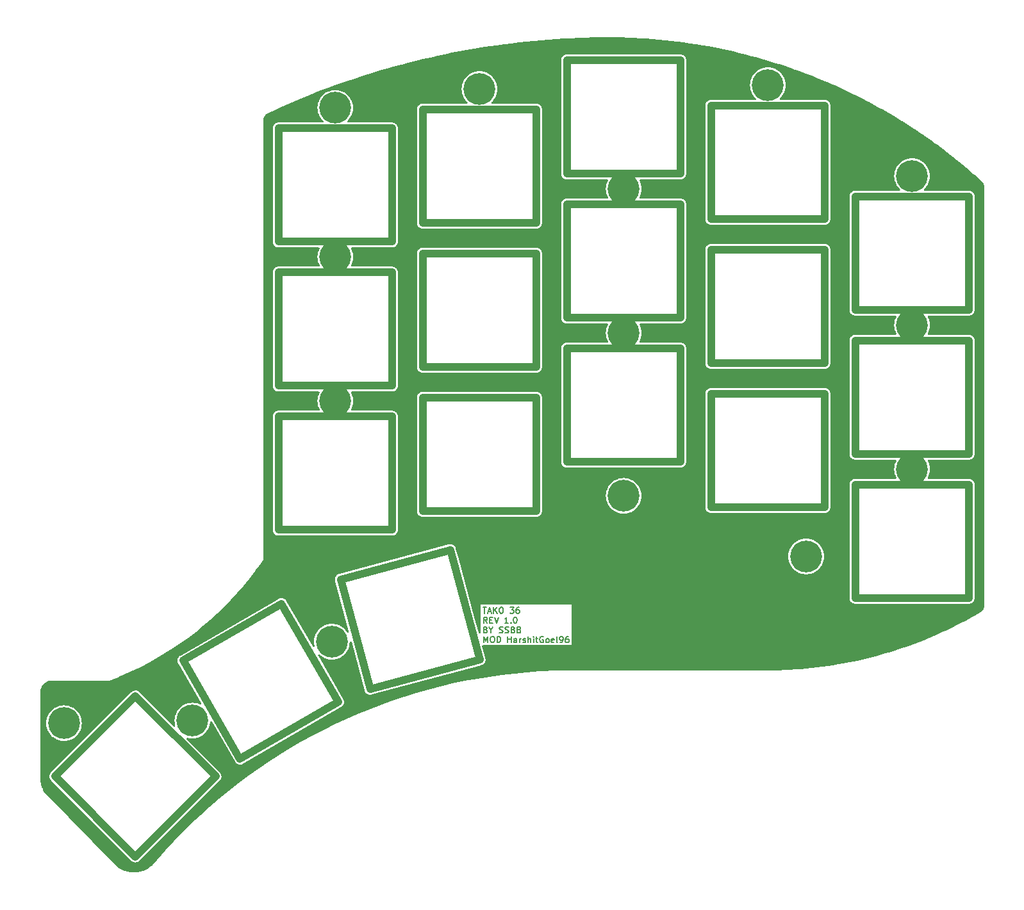
<source format=gtl>
%TF.GenerationSoftware,KiCad,Pcbnew,7.0.7-2.fc38*%
%TF.CreationDate,2023-10-05T15:24:59+05:30*%
%TF.ProjectId,top_plate_niz,746f705f-706c-4617-9465-5f6e697a2e6b,rev?*%
%TF.SameCoordinates,Original*%
%TF.FileFunction,Copper,L1,Top*%
%TF.FilePolarity,Positive*%
%FSLAX46Y46*%
G04 Gerber Fmt 4.6, Leading zero omitted, Abs format (unit mm)*
G04 Created by KiCad (PCBNEW 7.0.7-2.fc38) date 2023-10-05 15:24:59*
%MOMM*%
%LPD*%
G01*
G04 APERTURE LIST*
%ADD10C,0.150000*%
%TA.AperFunction,NonConductor*%
%ADD11C,0.150000*%
%TD*%
%TA.AperFunction,EtchedComponent*%
%ADD12C,1.000000*%
%TD*%
%TA.AperFunction,ComponentPad*%
%ADD13C,4.200000*%
%TD*%
G04 APERTURE END LIST*
D10*
D11*
X84201708Y-101694893D02*
X84658851Y-101694893D01*
X84430279Y-102494893D02*
X84430279Y-101694893D01*
X84887422Y-102266321D02*
X85268375Y-102266321D01*
X84811232Y-102494893D02*
X85077899Y-101694893D01*
X85077899Y-101694893D02*
X85344565Y-102494893D01*
X85611232Y-102494893D02*
X85611232Y-101694893D01*
X86068375Y-102494893D02*
X85725517Y-102037750D01*
X86068375Y-101694893D02*
X85611232Y-102152036D01*
X86563613Y-101694893D02*
X86715994Y-101694893D01*
X86715994Y-101694893D02*
X86792184Y-101732988D01*
X86792184Y-101732988D02*
X86868375Y-101809178D01*
X86868375Y-101809178D02*
X86906470Y-101961559D01*
X86906470Y-101961559D02*
X86906470Y-102228226D01*
X86906470Y-102228226D02*
X86868375Y-102380607D01*
X86868375Y-102380607D02*
X86792184Y-102456798D01*
X86792184Y-102456798D02*
X86715994Y-102494893D01*
X86715994Y-102494893D02*
X86563613Y-102494893D01*
X86563613Y-102494893D02*
X86487422Y-102456798D01*
X86487422Y-102456798D02*
X86411232Y-102380607D01*
X86411232Y-102380607D02*
X86373136Y-102228226D01*
X86373136Y-102228226D02*
X86373136Y-101961559D01*
X86373136Y-101961559D02*
X86411232Y-101809178D01*
X86411232Y-101809178D02*
X86487422Y-101732988D01*
X86487422Y-101732988D02*
X86563613Y-101694893D01*
X87782660Y-101694893D02*
X88277898Y-101694893D01*
X88277898Y-101694893D02*
X88011232Y-101999655D01*
X88011232Y-101999655D02*
X88125517Y-101999655D01*
X88125517Y-101999655D02*
X88201708Y-102037750D01*
X88201708Y-102037750D02*
X88239803Y-102075845D01*
X88239803Y-102075845D02*
X88277898Y-102152036D01*
X88277898Y-102152036D02*
X88277898Y-102342512D01*
X88277898Y-102342512D02*
X88239803Y-102418702D01*
X88239803Y-102418702D02*
X88201708Y-102456798D01*
X88201708Y-102456798D02*
X88125517Y-102494893D01*
X88125517Y-102494893D02*
X87896946Y-102494893D01*
X87896946Y-102494893D02*
X87820755Y-102456798D01*
X87820755Y-102456798D02*
X87782660Y-102418702D01*
X88963613Y-101694893D02*
X88811232Y-101694893D01*
X88811232Y-101694893D02*
X88735041Y-101732988D01*
X88735041Y-101732988D02*
X88696946Y-101771083D01*
X88696946Y-101771083D02*
X88620756Y-101885369D01*
X88620756Y-101885369D02*
X88582660Y-102037750D01*
X88582660Y-102037750D02*
X88582660Y-102342512D01*
X88582660Y-102342512D02*
X88620756Y-102418702D01*
X88620756Y-102418702D02*
X88658851Y-102456798D01*
X88658851Y-102456798D02*
X88735041Y-102494893D01*
X88735041Y-102494893D02*
X88887422Y-102494893D01*
X88887422Y-102494893D02*
X88963613Y-102456798D01*
X88963613Y-102456798D02*
X89001708Y-102418702D01*
X89001708Y-102418702D02*
X89039803Y-102342512D01*
X89039803Y-102342512D02*
X89039803Y-102152036D01*
X89039803Y-102152036D02*
X89001708Y-102075845D01*
X89001708Y-102075845D02*
X88963613Y-102037750D01*
X88963613Y-102037750D02*
X88887422Y-101999655D01*
X88887422Y-101999655D02*
X88735041Y-101999655D01*
X88735041Y-101999655D02*
X88658851Y-102037750D01*
X88658851Y-102037750D02*
X88620756Y-102075845D01*
X88620756Y-102075845D02*
X88582660Y-102152036D01*
X84773137Y-103782893D02*
X84506470Y-103401940D01*
X84315994Y-103782893D02*
X84315994Y-102982893D01*
X84315994Y-102982893D02*
X84620756Y-102982893D01*
X84620756Y-102982893D02*
X84696946Y-103020988D01*
X84696946Y-103020988D02*
X84735041Y-103059083D01*
X84735041Y-103059083D02*
X84773137Y-103135274D01*
X84773137Y-103135274D02*
X84773137Y-103249559D01*
X84773137Y-103249559D02*
X84735041Y-103325750D01*
X84735041Y-103325750D02*
X84696946Y-103363845D01*
X84696946Y-103363845D02*
X84620756Y-103401940D01*
X84620756Y-103401940D02*
X84315994Y-103401940D01*
X85115994Y-103363845D02*
X85382660Y-103363845D01*
X85496946Y-103782893D02*
X85115994Y-103782893D01*
X85115994Y-103782893D02*
X85115994Y-102982893D01*
X85115994Y-102982893D02*
X85496946Y-102982893D01*
X85725518Y-102982893D02*
X85992185Y-103782893D01*
X85992185Y-103782893D02*
X86258851Y-102982893D01*
X87554089Y-103782893D02*
X87096946Y-103782893D01*
X87325518Y-103782893D02*
X87325518Y-102982893D01*
X87325518Y-102982893D02*
X87249327Y-103097178D01*
X87249327Y-103097178D02*
X87173137Y-103173369D01*
X87173137Y-103173369D02*
X87096946Y-103211464D01*
X87896947Y-103706702D02*
X87935042Y-103744798D01*
X87935042Y-103744798D02*
X87896947Y-103782893D01*
X87896947Y-103782893D02*
X87858851Y-103744798D01*
X87858851Y-103744798D02*
X87896947Y-103706702D01*
X87896947Y-103706702D02*
X87896947Y-103782893D01*
X88430280Y-102982893D02*
X88506470Y-102982893D01*
X88506470Y-102982893D02*
X88582661Y-103020988D01*
X88582661Y-103020988D02*
X88620756Y-103059083D01*
X88620756Y-103059083D02*
X88658851Y-103135274D01*
X88658851Y-103135274D02*
X88696946Y-103287655D01*
X88696946Y-103287655D02*
X88696946Y-103478131D01*
X88696946Y-103478131D02*
X88658851Y-103630512D01*
X88658851Y-103630512D02*
X88620756Y-103706702D01*
X88620756Y-103706702D02*
X88582661Y-103744798D01*
X88582661Y-103744798D02*
X88506470Y-103782893D01*
X88506470Y-103782893D02*
X88430280Y-103782893D01*
X88430280Y-103782893D02*
X88354089Y-103744798D01*
X88354089Y-103744798D02*
X88315994Y-103706702D01*
X88315994Y-103706702D02*
X88277899Y-103630512D01*
X88277899Y-103630512D02*
X88239803Y-103478131D01*
X88239803Y-103478131D02*
X88239803Y-103287655D01*
X88239803Y-103287655D02*
X88277899Y-103135274D01*
X88277899Y-103135274D02*
X88315994Y-103059083D01*
X88315994Y-103059083D02*
X88354089Y-103020988D01*
X88354089Y-103020988D02*
X88430280Y-102982893D01*
X84582660Y-104651845D02*
X84696946Y-104689940D01*
X84696946Y-104689940D02*
X84735041Y-104728036D01*
X84735041Y-104728036D02*
X84773137Y-104804226D01*
X84773137Y-104804226D02*
X84773137Y-104918512D01*
X84773137Y-104918512D02*
X84735041Y-104994702D01*
X84735041Y-104994702D02*
X84696946Y-105032798D01*
X84696946Y-105032798D02*
X84620756Y-105070893D01*
X84620756Y-105070893D02*
X84315994Y-105070893D01*
X84315994Y-105070893D02*
X84315994Y-104270893D01*
X84315994Y-104270893D02*
X84582660Y-104270893D01*
X84582660Y-104270893D02*
X84658851Y-104308988D01*
X84658851Y-104308988D02*
X84696946Y-104347083D01*
X84696946Y-104347083D02*
X84735041Y-104423274D01*
X84735041Y-104423274D02*
X84735041Y-104499464D01*
X84735041Y-104499464D02*
X84696946Y-104575655D01*
X84696946Y-104575655D02*
X84658851Y-104613750D01*
X84658851Y-104613750D02*
X84582660Y-104651845D01*
X84582660Y-104651845D02*
X84315994Y-104651845D01*
X85268375Y-104689940D02*
X85268375Y-105070893D01*
X85001708Y-104270893D02*
X85268375Y-104689940D01*
X85268375Y-104689940D02*
X85535041Y-104270893D01*
X86373136Y-105032798D02*
X86487422Y-105070893D01*
X86487422Y-105070893D02*
X86677898Y-105070893D01*
X86677898Y-105070893D02*
X86754089Y-105032798D01*
X86754089Y-105032798D02*
X86792184Y-104994702D01*
X86792184Y-104994702D02*
X86830279Y-104918512D01*
X86830279Y-104918512D02*
X86830279Y-104842321D01*
X86830279Y-104842321D02*
X86792184Y-104766131D01*
X86792184Y-104766131D02*
X86754089Y-104728036D01*
X86754089Y-104728036D02*
X86677898Y-104689940D01*
X86677898Y-104689940D02*
X86525517Y-104651845D01*
X86525517Y-104651845D02*
X86449327Y-104613750D01*
X86449327Y-104613750D02*
X86411232Y-104575655D01*
X86411232Y-104575655D02*
X86373136Y-104499464D01*
X86373136Y-104499464D02*
X86373136Y-104423274D01*
X86373136Y-104423274D02*
X86411232Y-104347083D01*
X86411232Y-104347083D02*
X86449327Y-104308988D01*
X86449327Y-104308988D02*
X86525517Y-104270893D01*
X86525517Y-104270893D02*
X86715994Y-104270893D01*
X86715994Y-104270893D02*
X86830279Y-104308988D01*
X87135041Y-105032798D02*
X87249327Y-105070893D01*
X87249327Y-105070893D02*
X87439803Y-105070893D01*
X87439803Y-105070893D02*
X87515994Y-105032798D01*
X87515994Y-105032798D02*
X87554089Y-104994702D01*
X87554089Y-104994702D02*
X87592184Y-104918512D01*
X87592184Y-104918512D02*
X87592184Y-104842321D01*
X87592184Y-104842321D02*
X87554089Y-104766131D01*
X87554089Y-104766131D02*
X87515994Y-104728036D01*
X87515994Y-104728036D02*
X87439803Y-104689940D01*
X87439803Y-104689940D02*
X87287422Y-104651845D01*
X87287422Y-104651845D02*
X87211232Y-104613750D01*
X87211232Y-104613750D02*
X87173137Y-104575655D01*
X87173137Y-104575655D02*
X87135041Y-104499464D01*
X87135041Y-104499464D02*
X87135041Y-104423274D01*
X87135041Y-104423274D02*
X87173137Y-104347083D01*
X87173137Y-104347083D02*
X87211232Y-104308988D01*
X87211232Y-104308988D02*
X87287422Y-104270893D01*
X87287422Y-104270893D02*
X87477899Y-104270893D01*
X87477899Y-104270893D02*
X87592184Y-104308988D01*
X88201708Y-104651845D02*
X88315994Y-104689940D01*
X88315994Y-104689940D02*
X88354089Y-104728036D01*
X88354089Y-104728036D02*
X88392185Y-104804226D01*
X88392185Y-104804226D02*
X88392185Y-104918512D01*
X88392185Y-104918512D02*
X88354089Y-104994702D01*
X88354089Y-104994702D02*
X88315994Y-105032798D01*
X88315994Y-105032798D02*
X88239804Y-105070893D01*
X88239804Y-105070893D02*
X87935042Y-105070893D01*
X87935042Y-105070893D02*
X87935042Y-104270893D01*
X87935042Y-104270893D02*
X88201708Y-104270893D01*
X88201708Y-104270893D02*
X88277899Y-104308988D01*
X88277899Y-104308988D02*
X88315994Y-104347083D01*
X88315994Y-104347083D02*
X88354089Y-104423274D01*
X88354089Y-104423274D02*
X88354089Y-104499464D01*
X88354089Y-104499464D02*
X88315994Y-104575655D01*
X88315994Y-104575655D02*
X88277899Y-104613750D01*
X88277899Y-104613750D02*
X88201708Y-104651845D01*
X88201708Y-104651845D02*
X87935042Y-104651845D01*
X89001708Y-104651845D02*
X89115994Y-104689940D01*
X89115994Y-104689940D02*
X89154089Y-104728036D01*
X89154089Y-104728036D02*
X89192185Y-104804226D01*
X89192185Y-104804226D02*
X89192185Y-104918512D01*
X89192185Y-104918512D02*
X89154089Y-104994702D01*
X89154089Y-104994702D02*
X89115994Y-105032798D01*
X89115994Y-105032798D02*
X89039804Y-105070893D01*
X89039804Y-105070893D02*
X88735042Y-105070893D01*
X88735042Y-105070893D02*
X88735042Y-104270893D01*
X88735042Y-104270893D02*
X89001708Y-104270893D01*
X89001708Y-104270893D02*
X89077899Y-104308988D01*
X89077899Y-104308988D02*
X89115994Y-104347083D01*
X89115994Y-104347083D02*
X89154089Y-104423274D01*
X89154089Y-104423274D02*
X89154089Y-104499464D01*
X89154089Y-104499464D02*
X89115994Y-104575655D01*
X89115994Y-104575655D02*
X89077899Y-104613750D01*
X89077899Y-104613750D02*
X89001708Y-104651845D01*
X89001708Y-104651845D02*
X88735042Y-104651845D01*
X84315994Y-106358893D02*
X84315994Y-105558893D01*
X84315994Y-105558893D02*
X84582660Y-106130321D01*
X84582660Y-106130321D02*
X84849327Y-105558893D01*
X84849327Y-105558893D02*
X84849327Y-106358893D01*
X85382661Y-105558893D02*
X85535042Y-105558893D01*
X85535042Y-105558893D02*
X85611232Y-105596988D01*
X85611232Y-105596988D02*
X85687423Y-105673178D01*
X85687423Y-105673178D02*
X85725518Y-105825559D01*
X85725518Y-105825559D02*
X85725518Y-106092226D01*
X85725518Y-106092226D02*
X85687423Y-106244607D01*
X85687423Y-106244607D02*
X85611232Y-106320798D01*
X85611232Y-106320798D02*
X85535042Y-106358893D01*
X85535042Y-106358893D02*
X85382661Y-106358893D01*
X85382661Y-106358893D02*
X85306470Y-106320798D01*
X85306470Y-106320798D02*
X85230280Y-106244607D01*
X85230280Y-106244607D02*
X85192184Y-106092226D01*
X85192184Y-106092226D02*
X85192184Y-105825559D01*
X85192184Y-105825559D02*
X85230280Y-105673178D01*
X85230280Y-105673178D02*
X85306470Y-105596988D01*
X85306470Y-105596988D02*
X85382661Y-105558893D01*
X86068375Y-106358893D02*
X86068375Y-105558893D01*
X86068375Y-105558893D02*
X86258851Y-105558893D01*
X86258851Y-105558893D02*
X86373137Y-105596988D01*
X86373137Y-105596988D02*
X86449327Y-105673178D01*
X86449327Y-105673178D02*
X86487422Y-105749369D01*
X86487422Y-105749369D02*
X86525518Y-105901750D01*
X86525518Y-105901750D02*
X86525518Y-106016036D01*
X86525518Y-106016036D02*
X86487422Y-106168417D01*
X86487422Y-106168417D02*
X86449327Y-106244607D01*
X86449327Y-106244607D02*
X86373137Y-106320798D01*
X86373137Y-106320798D02*
X86258851Y-106358893D01*
X86258851Y-106358893D02*
X86068375Y-106358893D01*
X87477899Y-106358893D02*
X87477899Y-105558893D01*
X87477899Y-105939845D02*
X87935042Y-105939845D01*
X87935042Y-106358893D02*
X87935042Y-105558893D01*
X88658851Y-106358893D02*
X88658851Y-105939845D01*
X88658851Y-105939845D02*
X88620756Y-105863655D01*
X88620756Y-105863655D02*
X88544565Y-105825559D01*
X88544565Y-105825559D02*
X88392184Y-105825559D01*
X88392184Y-105825559D02*
X88315994Y-105863655D01*
X88658851Y-106320798D02*
X88582660Y-106358893D01*
X88582660Y-106358893D02*
X88392184Y-106358893D01*
X88392184Y-106358893D02*
X88315994Y-106320798D01*
X88315994Y-106320798D02*
X88277898Y-106244607D01*
X88277898Y-106244607D02*
X88277898Y-106168417D01*
X88277898Y-106168417D02*
X88315994Y-106092226D01*
X88315994Y-106092226D02*
X88392184Y-106054131D01*
X88392184Y-106054131D02*
X88582660Y-106054131D01*
X88582660Y-106054131D02*
X88658851Y-106016036D01*
X89039804Y-106358893D02*
X89039804Y-105825559D01*
X89039804Y-105977940D02*
X89077899Y-105901750D01*
X89077899Y-105901750D02*
X89115994Y-105863655D01*
X89115994Y-105863655D02*
X89192185Y-105825559D01*
X89192185Y-105825559D02*
X89268375Y-105825559D01*
X89496946Y-106320798D02*
X89573137Y-106358893D01*
X89573137Y-106358893D02*
X89725518Y-106358893D01*
X89725518Y-106358893D02*
X89801708Y-106320798D01*
X89801708Y-106320798D02*
X89839804Y-106244607D01*
X89839804Y-106244607D02*
X89839804Y-106206512D01*
X89839804Y-106206512D02*
X89801708Y-106130321D01*
X89801708Y-106130321D02*
X89725518Y-106092226D01*
X89725518Y-106092226D02*
X89611232Y-106092226D01*
X89611232Y-106092226D02*
X89535042Y-106054131D01*
X89535042Y-106054131D02*
X89496946Y-105977940D01*
X89496946Y-105977940D02*
X89496946Y-105939845D01*
X89496946Y-105939845D02*
X89535042Y-105863655D01*
X89535042Y-105863655D02*
X89611232Y-105825559D01*
X89611232Y-105825559D02*
X89725518Y-105825559D01*
X89725518Y-105825559D02*
X89801708Y-105863655D01*
X90182661Y-106358893D02*
X90182661Y-105558893D01*
X90525518Y-106358893D02*
X90525518Y-105939845D01*
X90525518Y-105939845D02*
X90487423Y-105863655D01*
X90487423Y-105863655D02*
X90411232Y-105825559D01*
X90411232Y-105825559D02*
X90296946Y-105825559D01*
X90296946Y-105825559D02*
X90220756Y-105863655D01*
X90220756Y-105863655D02*
X90182661Y-105901750D01*
X90906471Y-106358893D02*
X90906471Y-105825559D01*
X90906471Y-105558893D02*
X90868375Y-105596988D01*
X90868375Y-105596988D02*
X90906471Y-105635083D01*
X90906471Y-105635083D02*
X90944566Y-105596988D01*
X90944566Y-105596988D02*
X90906471Y-105558893D01*
X90906471Y-105558893D02*
X90906471Y-105635083D01*
X91173137Y-105825559D02*
X91477899Y-105825559D01*
X91287423Y-105558893D02*
X91287423Y-106244607D01*
X91287423Y-106244607D02*
X91325518Y-106320798D01*
X91325518Y-106320798D02*
X91401708Y-106358893D01*
X91401708Y-106358893D02*
X91477899Y-106358893D01*
X92163613Y-105596988D02*
X92087423Y-105558893D01*
X92087423Y-105558893D02*
X91973137Y-105558893D01*
X91973137Y-105558893D02*
X91858851Y-105596988D01*
X91858851Y-105596988D02*
X91782661Y-105673178D01*
X91782661Y-105673178D02*
X91744566Y-105749369D01*
X91744566Y-105749369D02*
X91706470Y-105901750D01*
X91706470Y-105901750D02*
X91706470Y-106016036D01*
X91706470Y-106016036D02*
X91744566Y-106168417D01*
X91744566Y-106168417D02*
X91782661Y-106244607D01*
X91782661Y-106244607D02*
X91858851Y-106320798D01*
X91858851Y-106320798D02*
X91973137Y-106358893D01*
X91973137Y-106358893D02*
X92049328Y-106358893D01*
X92049328Y-106358893D02*
X92163613Y-106320798D01*
X92163613Y-106320798D02*
X92201709Y-106282702D01*
X92201709Y-106282702D02*
X92201709Y-106016036D01*
X92201709Y-106016036D02*
X92049328Y-106016036D01*
X92658851Y-106358893D02*
X92582661Y-106320798D01*
X92582661Y-106320798D02*
X92544566Y-106282702D01*
X92544566Y-106282702D02*
X92506470Y-106206512D01*
X92506470Y-106206512D02*
X92506470Y-105977940D01*
X92506470Y-105977940D02*
X92544566Y-105901750D01*
X92544566Y-105901750D02*
X92582661Y-105863655D01*
X92582661Y-105863655D02*
X92658851Y-105825559D01*
X92658851Y-105825559D02*
X92773137Y-105825559D01*
X92773137Y-105825559D02*
X92849328Y-105863655D01*
X92849328Y-105863655D02*
X92887423Y-105901750D01*
X92887423Y-105901750D02*
X92925518Y-105977940D01*
X92925518Y-105977940D02*
X92925518Y-106206512D01*
X92925518Y-106206512D02*
X92887423Y-106282702D01*
X92887423Y-106282702D02*
X92849328Y-106320798D01*
X92849328Y-106320798D02*
X92773137Y-106358893D01*
X92773137Y-106358893D02*
X92658851Y-106358893D01*
X93573138Y-106320798D02*
X93496947Y-106358893D01*
X93496947Y-106358893D02*
X93344566Y-106358893D01*
X93344566Y-106358893D02*
X93268376Y-106320798D01*
X93268376Y-106320798D02*
X93230280Y-106244607D01*
X93230280Y-106244607D02*
X93230280Y-105939845D01*
X93230280Y-105939845D02*
X93268376Y-105863655D01*
X93268376Y-105863655D02*
X93344566Y-105825559D01*
X93344566Y-105825559D02*
X93496947Y-105825559D01*
X93496947Y-105825559D02*
X93573138Y-105863655D01*
X93573138Y-105863655D02*
X93611233Y-105939845D01*
X93611233Y-105939845D02*
X93611233Y-106016036D01*
X93611233Y-106016036D02*
X93230280Y-106092226D01*
X94068375Y-106358893D02*
X93992185Y-106320798D01*
X93992185Y-106320798D02*
X93954090Y-106244607D01*
X93954090Y-106244607D02*
X93954090Y-105558893D01*
X94411233Y-106358893D02*
X94563614Y-106358893D01*
X94563614Y-106358893D02*
X94639804Y-106320798D01*
X94639804Y-106320798D02*
X94677900Y-106282702D01*
X94677900Y-106282702D02*
X94754090Y-106168417D01*
X94754090Y-106168417D02*
X94792185Y-106016036D01*
X94792185Y-106016036D02*
X94792185Y-105711274D01*
X94792185Y-105711274D02*
X94754090Y-105635083D01*
X94754090Y-105635083D02*
X94715995Y-105596988D01*
X94715995Y-105596988D02*
X94639804Y-105558893D01*
X94639804Y-105558893D02*
X94487423Y-105558893D01*
X94487423Y-105558893D02*
X94411233Y-105596988D01*
X94411233Y-105596988D02*
X94373138Y-105635083D01*
X94373138Y-105635083D02*
X94335042Y-105711274D01*
X94335042Y-105711274D02*
X94335042Y-105901750D01*
X94335042Y-105901750D02*
X94373138Y-105977940D01*
X94373138Y-105977940D02*
X94411233Y-106016036D01*
X94411233Y-106016036D02*
X94487423Y-106054131D01*
X94487423Y-106054131D02*
X94639804Y-106054131D01*
X94639804Y-106054131D02*
X94715995Y-106016036D01*
X94715995Y-106016036D02*
X94754090Y-105977940D01*
X94754090Y-105977940D02*
X94792185Y-105901750D01*
X95477900Y-105558893D02*
X95325519Y-105558893D01*
X95325519Y-105558893D02*
X95249328Y-105596988D01*
X95249328Y-105596988D02*
X95211233Y-105635083D01*
X95211233Y-105635083D02*
X95135043Y-105749369D01*
X95135043Y-105749369D02*
X95096947Y-105901750D01*
X95096947Y-105901750D02*
X95096947Y-106206512D01*
X95096947Y-106206512D02*
X95135043Y-106282702D01*
X95135043Y-106282702D02*
X95173138Y-106320798D01*
X95173138Y-106320798D02*
X95249328Y-106358893D01*
X95249328Y-106358893D02*
X95401709Y-106358893D01*
X95401709Y-106358893D02*
X95477900Y-106320798D01*
X95477900Y-106320798D02*
X95515995Y-106282702D01*
X95515995Y-106282702D02*
X95554090Y-106206512D01*
X95554090Y-106206512D02*
X95554090Y-106016036D01*
X95554090Y-106016036D02*
X95515995Y-105939845D01*
X95515995Y-105939845D02*
X95477900Y-105901750D01*
X95477900Y-105901750D02*
X95401709Y-105863655D01*
X95401709Y-105863655D02*
X95249328Y-105863655D01*
X95249328Y-105863655D02*
X95173138Y-105901750D01*
X95173138Y-105901750D02*
X95135043Y-105939845D01*
X95135043Y-105939845D02*
X95096947Y-106016036D01*
D12*
%TO.C,SW111*%
X133406339Y-100460495D02*
X148406339Y-100460495D01*
X148406339Y-100460495D02*
X148406339Y-85460495D01*
X148406339Y-85460495D02*
X133406339Y-85460495D01*
X133406339Y-85460495D02*
X133406339Y-100460495D01*
%TO.C,SW103*%
X95306345Y-44359995D02*
X110306345Y-44359995D01*
X110306345Y-44359995D02*
X110306345Y-29359995D01*
X110306345Y-29359995D02*
X95306345Y-29359995D01*
X95306345Y-29359995D02*
X95306345Y-44359995D01*
%TO.C,SW105*%
X57206339Y-53359993D02*
X72206339Y-53359993D01*
X72206339Y-53359993D02*
X72206339Y-38359993D01*
X72206339Y-38359993D02*
X57206339Y-38359993D01*
X57206339Y-38359993D02*
X57206339Y-53359993D01*
%TO.C,SW104*%
X76256340Y-50860003D02*
X91256340Y-50860003D01*
X91256340Y-50860003D02*
X91256340Y-35860003D01*
X91256340Y-35860003D02*
X76256340Y-35860003D01*
X76256340Y-35860003D02*
X76256340Y-50860003D01*
%TO.C,SW116*%
X48902979Y-124047384D02*
X38296377Y-134653986D01*
X38296377Y-134653986D02*
X27689775Y-124047384D01*
X27689775Y-124047384D02*
X38296377Y-113440782D01*
X38296377Y-113440782D02*
X48902979Y-124047384D01*
%TO.C,SW114*%
X76256343Y-88959993D02*
X91256343Y-88959993D01*
X91256343Y-88959993D02*
X91256343Y-73959993D01*
X91256343Y-73959993D02*
X76256343Y-73959993D01*
X76256343Y-73959993D02*
X76256343Y-88959993D01*
%TO.C,SW107*%
X114356339Y-69410496D02*
X129356339Y-69410496D01*
X129356339Y-69410496D02*
X129356339Y-54410496D01*
X129356339Y-54410496D02*
X114356339Y-54410496D01*
X114356339Y-54410496D02*
X114356339Y-69410496D01*
%TO.C,SW102*%
X114356343Y-50360499D02*
X129356343Y-50360499D01*
X129356343Y-50360499D02*
X129356343Y-35360499D01*
X129356343Y-35360499D02*
X114356343Y-35360499D01*
X114356343Y-35360499D02*
X114356343Y-50360499D01*
%TO.C,SW118*%
X83788884Y-108603996D02*
X69299996Y-112486282D01*
X69299996Y-112486282D02*
X65417710Y-97997394D01*
X65417710Y-97997394D02*
X79906598Y-94115108D01*
X79906598Y-94115108D02*
X83788884Y-108603996D01*
%TO.C,SW109*%
X76256338Y-69909992D02*
X91256338Y-69909992D01*
X91256338Y-69909992D02*
X91256338Y-54909992D01*
X91256338Y-54909992D02*
X76256338Y-54909992D01*
X76256338Y-54909992D02*
X76256338Y-69909992D01*
%TO.C,SW112*%
X114356338Y-88460495D02*
X129356338Y-88460495D01*
X129356338Y-88460495D02*
X129356338Y-73460495D01*
X129356338Y-73460495D02*
X114356338Y-73460495D01*
X114356338Y-73460495D02*
X114356338Y-88460495D01*
%TO.C,SW117*%
X65101568Y-114225575D02*
X52111187Y-121725575D01*
X52111187Y-121725575D02*
X44611186Y-108735193D01*
X44611186Y-108735193D02*
X57601567Y-101235193D01*
X57601567Y-101235193D02*
X65101568Y-114225575D01*
%TO.C,SW108*%
X95306341Y-63409999D02*
X110306341Y-63409999D01*
X110306341Y-63409999D02*
X110306341Y-48409999D01*
X110306341Y-48409999D02*
X95306341Y-48409999D01*
X95306341Y-48409999D02*
X95306341Y-63409999D01*
%TO.C,SW106*%
X133406336Y-81410494D02*
X148406336Y-81410494D01*
X148406336Y-81410494D02*
X148406336Y-66410494D01*
X148406336Y-66410494D02*
X133406336Y-66410494D01*
X133406336Y-66410494D02*
X133406336Y-81410494D01*
%TO.C,SW101*%
X133406348Y-62360496D02*
X148406348Y-62360496D01*
X148406348Y-62360496D02*
X148406348Y-47360496D01*
X148406348Y-47360496D02*
X133406348Y-47360496D01*
X133406348Y-47360496D02*
X133406348Y-62360496D01*
%TO.C,SW115*%
X57206339Y-91459995D02*
X72206339Y-91459995D01*
X72206339Y-91459995D02*
X72206339Y-76459995D01*
X72206339Y-76459995D02*
X57206339Y-76459995D01*
X57206339Y-76459995D02*
X57206339Y-91459995D01*
%TO.C,SW113*%
X95306340Y-82459989D02*
X110306340Y-82459989D01*
X110306340Y-82459989D02*
X110306340Y-67459989D01*
X110306340Y-67459989D02*
X95306340Y-67459989D01*
X95306340Y-67459989D02*
X95306340Y-82459989D01*
%TO.C,SW110*%
X57206340Y-72409997D02*
X72206340Y-72409997D01*
X72206340Y-72409997D02*
X72206340Y-57409997D01*
X72206340Y-57409997D02*
X57206340Y-57409997D01*
X57206340Y-57409997D02*
X57206340Y-72409997D01*
%TD*%
D13*
%TO.P,H103,*%
%TO.N,*%
X140906339Y-83435489D03*
%TD*%
%TO.P,H102,*%
%TO.N,*%
X140906350Y-64385490D03*
%TD*%
%TO.P,H18,*%
%TO.N,*%
X45829990Y-116671093D03*
%TD*%
%TO.P,H110,*%
%TO.N,*%
X64706339Y-35666056D03*
%TD*%
%TO.P,H108,*%
%TO.N,*%
X102806338Y-86959989D03*
%TD*%
%TO.P,H105,*%
%TO.N,*%
X126906338Y-94960499D03*
%TD*%
%TO.P,H112,*%
%TO.N,*%
X64706342Y-74434994D03*
%TD*%
%TO.P,H113,*%
%TO.N,*%
X64247990Y-106243093D03*
%TD*%
%TO.P,H104,*%
%TO.N,*%
X121856340Y-32666056D03*
%TD*%
%TO.P,H107,*%
%TO.N,*%
X102806347Y-65434996D03*
%TD*%
%TO.P,H114,*%
%TO.N,*%
X28851834Y-117014598D03*
%TD*%
%TO.P,H101,*%
%TO.N,*%
X140906345Y-44666058D03*
%TD*%
%TO.P,H109,*%
%TO.N,*%
X83756337Y-33166058D03*
%TD*%
%TO.P,H111,*%
%TO.N,*%
X64706336Y-55384996D03*
%TD*%
%TO.P,H106,*%
%TO.N,*%
X102806346Y-46384994D03*
%TD*%
%TA.AperFunction,Conductor*%
%TO.N,GND_R*%
G36*
X102235705Y-26351014D02*
G01*
X102447710Y-26353453D01*
X103500515Y-26388696D01*
X104109971Y-26409737D01*
X105082138Y-26464014D01*
X105770457Y-26503646D01*
X106707588Y-26576968D01*
X107428450Y-26635140D01*
X108345094Y-26727474D01*
X109082895Y-26804132D01*
X109985818Y-26915482D01*
X110733135Y-27010552D01*
X111625495Y-27140869D01*
X112274104Y-27238594D01*
X112378201Y-27254278D01*
X113261751Y-27403509D01*
X114017307Y-27535189D01*
X114893238Y-27703312D01*
X115649562Y-27853131D01*
X116518397Y-28040079D01*
X117274199Y-28207951D01*
X118136183Y-28413646D01*
X118890252Y-28599434D01*
X119745772Y-28823871D01*
X120322715Y-28980181D01*
X120497006Y-29027401D01*
X121345943Y-29270476D01*
X121924089Y-29441482D01*
X122093626Y-29491628D01*
X122935782Y-29753224D01*
X123679236Y-29991855D01*
X124453289Y-30251368D01*
X124514723Y-30271965D01*
X125132664Y-30486111D01*
X125252926Y-30527787D01*
X125516154Y-30622621D01*
X126081650Y-30826353D01*
X126814070Y-31099201D01*
X127635771Y-31416119D01*
X128361721Y-31705744D01*
X128374070Y-31710826D01*
X129176271Y-32040964D01*
X129895130Y-32347112D01*
X130232694Y-32494923D01*
X130702309Y-32700556D01*
X131413421Y-33022926D01*
X132213137Y-33394577D01*
X132403305Y-33486117D01*
X132915794Y-33732811D01*
X133707992Y-34122687D01*
X134401448Y-34476368D01*
X134998045Y-34786700D01*
X135185964Y-34884450D01*
X135869530Y-35253142D01*
X136646443Y-35679553D01*
X137060185Y-35915157D01*
X137319278Y-36062696D01*
X138088549Y-36507526D01*
X138749686Y-36904421D01*
X139511590Y-37367973D01*
X139633004Y-37444714D01*
X140159902Y-37777747D01*
X140914826Y-38260450D01*
X141548710Y-38681819D01*
X141913014Y-38926375D01*
X142297501Y-39184481D01*
X142915208Y-39615909D01*
X143658921Y-40139599D01*
X143971060Y-40368469D01*
X144257259Y-40578320D01*
X144998417Y-41125344D01*
X145571758Y-41566369D01*
X146315258Y-42141177D01*
X146851973Y-42574042D01*
X147123855Y-42794100D01*
X147608810Y-43186617D01*
X148074907Y-43580563D01*
X148878345Y-44261073D01*
X149038155Y-44402574D01*
X149210579Y-44555351D01*
X150104428Y-45347352D01*
X150108907Y-45351739D01*
X150123183Y-45367197D01*
X150217467Y-45473607D01*
X150223948Y-45480921D01*
X150235043Y-45495442D01*
X150267762Y-45545394D01*
X150269805Y-45548736D01*
X150325964Y-45647339D01*
X150328897Y-45653172D01*
X150356845Y-45716758D01*
X150359159Y-45722863D01*
X150393824Y-45830900D01*
X150394905Y-45834665D01*
X150409588Y-45892573D01*
X150412782Y-45910552D01*
X150428351Y-46060775D01*
X150430224Y-46083416D01*
X150430439Y-46088613D01*
X150430440Y-60218140D01*
X150430442Y-60218150D01*
X150430442Y-65245959D01*
X150430440Y-81165957D01*
X150430440Y-81165958D01*
X150430439Y-86245958D01*
X150430439Y-86245959D01*
X150430446Y-101482975D01*
X150430220Y-101488306D01*
X150427965Y-101514873D01*
X150413208Y-101659522D01*
X150409809Y-101678421D01*
X150394281Y-101738184D01*
X150393397Y-101741263D01*
X150360586Y-101845460D01*
X150357921Y-101852448D01*
X150327915Y-101918973D01*
X150325515Y-101923743D01*
X150274700Y-102014913D01*
X150271905Y-102019463D01*
X150231108Y-102079970D01*
X150226568Y-102085910D01*
X150155210Y-102168615D01*
X150153056Y-102170987D01*
X150110387Y-102215634D01*
X150096100Y-102228466D01*
X149980847Y-102317086D01*
X149960227Y-102332391D01*
X149954098Y-102336410D01*
X149268665Y-102730877D01*
X148726727Y-103042308D01*
X148052550Y-103407762D01*
X147460928Y-103727002D01*
X146995939Y-103963941D01*
X146801241Y-104063151D01*
X146787409Y-104070199D01*
X146177729Y-104378423D01*
X145499803Y-104702385D01*
X144877989Y-104996135D01*
X144194259Y-105301730D01*
X143562612Y-105579713D01*
X142872714Y-105867212D01*
X142232448Y-106128779D01*
X141536459Y-106398222D01*
X140888465Y-106642936D01*
X140186382Y-106894370D01*
X139531609Y-107121828D01*
X138823703Y-107355181D01*
X138162717Y-107565162D01*
X137449312Y-107780344D01*
X136782811Y-107972611D01*
X136064273Y-108169521D01*
X135392740Y-108343928D01*
X134669412Y-108522473D01*
X133993663Y-108678810D01*
X133265766Y-108838930D01*
X132586438Y-108977067D01*
X131854265Y-109118678D01*
X131172135Y-109238482D01*
X130435938Y-109361509D01*
X129751804Y-109462886D01*
X129011699Y-109567263D01*
X128326604Y-109650125D01*
X127582591Y-109735789D01*
X126897876Y-109800079D01*
X126149532Y-109866978D01*
X125467787Y-109912635D01*
X124713514Y-109960737D01*
X124041722Y-109987706D01*
X123275468Y-110017001D01*
X122658564Y-110025253D01*
X121855241Y-110035487D01*
X95846698Y-110035149D01*
X95845999Y-110034943D01*
X95798295Y-110035133D01*
X94967189Y-110037793D01*
X94967190Y-110037794D01*
X94049329Y-110061632D01*
X94015857Y-110062130D01*
X94014159Y-110062545D01*
X93313809Y-110080735D01*
X93313810Y-110080735D01*
X92345606Y-110127952D01*
X92339831Y-110128173D01*
X92339556Y-110128247D01*
X91661837Y-110161299D01*
X90012125Y-110279442D01*
X88365529Y-110435105D01*
X86722903Y-110628206D01*
X85085098Y-110858646D01*
X83452962Y-111126304D01*
X81827342Y-111431043D01*
X80209078Y-111772704D01*
X78599011Y-112151110D01*
X76997974Y-112566066D01*
X75406797Y-113017356D01*
X73826304Y-113504747D01*
X72257314Y-114027985D01*
X70700640Y-114586800D01*
X69157089Y-115180903D01*
X67627460Y-115809985D01*
X66112546Y-116473720D01*
X64613133Y-117171765D01*
X63129996Y-117903758D01*
X61663905Y-118669319D01*
X60215618Y-119468052D01*
X58785887Y-120299543D01*
X57375453Y-121163362D01*
X55985045Y-122059060D01*
X54615385Y-122986173D01*
X53267183Y-123944222D01*
X51941136Y-124932709D01*
X50637932Y-125951123D01*
X49358246Y-126998936D01*
X48102741Y-128075605D01*
X46872068Y-129180572D01*
X45666864Y-130313264D01*
X44487753Y-131473095D01*
X43335349Y-132659464D01*
X42873800Y-133156780D01*
X42873612Y-133156891D01*
X42869647Y-133161254D01*
X42210246Y-133871755D01*
X41745296Y-134396186D01*
X41744157Y-134396899D01*
X41721793Y-134422696D01*
X41113028Y-135109342D01*
X40584623Y-135733400D01*
X40571760Y-135746518D01*
X40472413Y-135834052D01*
X40309114Y-135976912D01*
X40304398Y-135980656D01*
X40165350Y-136080593D01*
X40010368Y-136189507D01*
X40005670Y-136192507D01*
X39852592Y-136280989D01*
X39691443Y-136370370D01*
X39686861Y-136372673D01*
X39523592Y-136446568D01*
X39355694Y-136517600D01*
X39351318Y-136519263D01*
X39180266Y-136577076D01*
X39006630Y-136629662D01*
X39002537Y-136630753D01*
X38825803Y-136671546D01*
X38647915Y-136705372D01*
X38644172Y-136705968D01*
X38465176Y-136728960D01*
X38462294Y-136729263D01*
X38283309Y-136743927D01*
X38279971Y-136744111D01*
X38099482Y-136749288D01*
X38096137Y-136749295D01*
X37916618Y-136744911D01*
X37913723Y-136744774D01*
X37733675Y-136732074D01*
X37729904Y-136731694D01*
X37550398Y-136708120D01*
X37371598Y-136677519D01*
X37367449Y-136676664D01*
X37191103Y-136634117D01*
X37017018Y-136586201D01*
X37012553Y-136584792D01*
X36840869Y-136523500D01*
X36673609Y-136459072D01*
X36668902Y-136457035D01*
X36577926Y-136413193D01*
X36502891Y-136377032D01*
X36345004Y-136297472D01*
X36340142Y-136294746D01*
X36179185Y-136194899D01*
X36034623Y-136103083D01*
X36029701Y-136099616D01*
X35973417Y-136055808D01*
X35858856Y-135966640D01*
X35750279Y-135881511D01*
X35744149Y-135876021D01*
X26310209Y-126247194D01*
X26289604Y-126219364D01*
X26271322Y-126185855D01*
X26116408Y-125895766D01*
X26114203Y-125891204D01*
X26055280Y-125755563D01*
X25965134Y-125531756D01*
X25963793Y-125528100D01*
X25932629Y-125434106D01*
X25913078Y-125375135D01*
X25912249Y-125372435D01*
X25849778Y-125151290D01*
X25849072Y-125148556D01*
X25836036Y-125093004D01*
X25812251Y-124991642D01*
X25811486Y-124987849D01*
X25771209Y-124749959D01*
X25750447Y-124603502D01*
X25749946Y-124598531D01*
X25730164Y-124269933D01*
X25727415Y-124216241D01*
X25727334Y-124213045D01*
X25727334Y-124025292D01*
X26930460Y-124025292D01*
X26936071Y-124089446D01*
X26936284Y-124093102D01*
X26938159Y-124157481D01*
X26938159Y-124157485D01*
X26941046Y-124168258D01*
X26944858Y-124189875D01*
X26945831Y-124200992D01*
X26945831Y-124200994D01*
X26966091Y-124262137D01*
X26967142Y-124265647D01*
X26983808Y-124327845D01*
X26983809Y-124327849D01*
X26989105Y-124337671D01*
X26997800Y-124357827D01*
X27001309Y-124368416D01*
X27001310Y-124368419D01*
X27035115Y-124423226D01*
X27036947Y-124426399D01*
X27067516Y-124483090D01*
X27067518Y-124483093D01*
X27074933Y-124491426D01*
X27088044Y-124509037D01*
X27093905Y-124518538D01*
X27139460Y-124564093D01*
X27141955Y-124566738D01*
X27184772Y-124614851D01*
X27193911Y-124621250D01*
X27210733Y-124635366D01*
X37746063Y-135170696D01*
X37748557Y-135173340D01*
X37791374Y-135221453D01*
X37791375Y-135221454D01*
X37844127Y-135258390D01*
X37847059Y-135260573D01*
X37897584Y-135300524D01*
X37897585Y-135300525D01*
X37907699Y-135305241D01*
X37926723Y-135316224D01*
X37935854Y-135322618D01*
X37977373Y-135339112D01*
X37995688Y-135346389D01*
X37999052Y-135347840D01*
X38025025Y-135359951D01*
X38057437Y-135375065D01*
X38068364Y-135377321D01*
X38089397Y-135383617D01*
X38099769Y-135387738D01*
X38163510Y-135397074D01*
X38167100Y-135397708D01*
X38230170Y-135410731D01*
X38241322Y-135410406D01*
X38263242Y-135411684D01*
X38268004Y-135412381D01*
X38274283Y-135413301D01*
X38323216Y-135409019D01*
X38338456Y-135407687D01*
X38342115Y-135407474D01*
X38360255Y-135406945D01*
X38406473Y-135405601D01*
X38417243Y-135402714D01*
X38438870Y-135398901D01*
X38449989Y-135397929D01*
X38511169Y-135377655D01*
X38514644Y-135376616D01*
X38576839Y-135359951D01*
X38586652Y-135354658D01*
X38606821Y-135345959D01*
X38617413Y-135342450D01*
X38672251Y-135308624D01*
X38675382Y-135306815D01*
X38732086Y-135276243D01*
X38740417Y-135268828D01*
X38758030Y-135255715D01*
X38767531Y-135249856D01*
X38813095Y-135204290D01*
X38815721Y-135201813D01*
X38863844Y-135158989D01*
X38870243Y-135149848D01*
X38884357Y-135133028D01*
X49419705Y-124597680D01*
X49422313Y-124595219D01*
X49470446Y-124552387D01*
X49507391Y-124499621D01*
X49509570Y-124496696D01*
X49513742Y-124491420D01*
X49549518Y-124446176D01*
X49554236Y-124436055D01*
X49565221Y-124417033D01*
X49571607Y-124407912D01*
X49571611Y-124407907D01*
X49595394Y-124348039D01*
X49596808Y-124344758D01*
X49624058Y-124286324D01*
X49626315Y-124275389D01*
X49632615Y-124254352D01*
X49636729Y-124243998D01*
X49636729Y-124243996D01*
X49636731Y-124243992D01*
X49646065Y-124180259D01*
X49646699Y-124176667D01*
X49648436Y-124168258D01*
X49659724Y-124113591D01*
X49659399Y-124102442D01*
X49660676Y-124080510D01*
X49662293Y-124069477D01*
X49657461Y-124014247D01*
X49656680Y-124005312D01*
X49656467Y-124001653D01*
X49655871Y-123981174D01*
X49654594Y-123937288D01*
X49651708Y-123926520D01*
X49647894Y-123904889D01*
X49646922Y-123893772D01*
X49626654Y-123832609D01*
X49625612Y-123829125D01*
X49608945Y-123766926D01*
X49608944Y-123766922D01*
X49603649Y-123757103D01*
X49594951Y-123736936D01*
X49591443Y-123726348D01*
X49557625Y-123671521D01*
X49555797Y-123668355D01*
X49553395Y-123663901D01*
X49525236Y-123611675D01*
X49517817Y-123603338D01*
X49504703Y-123585721D01*
X49498851Y-123576233D01*
X49498847Y-123576228D01*
X49498846Y-123576227D01*
X49453290Y-123530671D01*
X49450792Y-123528023D01*
X49423224Y-123497045D01*
X49407982Y-123479917D01*
X49398842Y-123473517D01*
X49382018Y-123459399D01*
X45076942Y-119154323D01*
X45042916Y-119092011D01*
X45047981Y-119021196D01*
X45090528Y-118964360D01*
X45157048Y-118939549D01*
X45206539Y-118945915D01*
X45219293Y-118950245D01*
X45480954Y-119002293D01*
X45521996Y-119010457D01*
X45521998Y-119010457D01*
X45522007Y-119010459D01*
X45685824Y-119021196D01*
X45829987Y-119030645D01*
X45829990Y-119030645D01*
X45829993Y-119030645D01*
X45945483Y-119023075D01*
X46137973Y-119010459D01*
X46440687Y-118950245D01*
X46732951Y-118851035D01*
X46917494Y-118760028D01*
X47009763Y-118714527D01*
X47077421Y-118669319D01*
X47266394Y-118543051D01*
X47498445Y-118339548D01*
X47701948Y-118107497D01*
X47873422Y-117850869D01*
X47873422Y-117850868D01*
X47873424Y-117850866D01*
X47918925Y-117758597D01*
X48009932Y-117574054D01*
X48109142Y-117281790D01*
X48169356Y-116979076D01*
X48175855Y-116879909D01*
X48200269Y-116813244D01*
X48256850Y-116770360D01*
X48327635Y-116764873D01*
X48390148Y-116798527D01*
X48410704Y-116825151D01*
X51445875Y-122082222D01*
X51447615Y-122085448D01*
X51476519Y-122143001D01*
X51517922Y-122192343D01*
X51520193Y-122195215D01*
X51558648Y-122246869D01*
X51558649Y-122246870D01*
X51567192Y-122254038D01*
X51582723Y-122269569D01*
X51589893Y-122278114D01*
X51641564Y-122316581D01*
X51644403Y-122318826D01*
X51676772Y-122345987D01*
X51693757Y-122360240D01*
X51693760Y-122360242D01*
X51703730Y-122365249D01*
X51722423Y-122376779D01*
X51731369Y-122383439D01*
X51790518Y-122408952D01*
X51793816Y-122410491D01*
X51851376Y-122439399D01*
X51862230Y-122441971D01*
X51883079Y-122448879D01*
X51893321Y-122453298D01*
X51956769Y-122464485D01*
X51960315Y-122465218D01*
X52022999Y-122480075D01*
X52034150Y-122480074D01*
X52056031Y-122481988D01*
X52067018Y-122483926D01*
X52067019Y-122483925D01*
X52067020Y-122483926D01*
X52131316Y-122480181D01*
X52134981Y-122480074D01*
X52199370Y-122480074D01*
X52199376Y-122480074D01*
X52210236Y-122477499D01*
X52231957Y-122474318D01*
X52243096Y-122473670D01*
X52304841Y-122455184D01*
X52308314Y-122454253D01*
X52370998Y-122439398D01*
X52380961Y-122434393D01*
X52401371Y-122426285D01*
X52412064Y-122423085D01*
X52467888Y-122390853D01*
X52471054Y-122389147D01*
X52528614Y-122360241D01*
X52537158Y-122353070D01*
X52555139Y-122340479D01*
X65458267Y-114890855D01*
X65461432Y-114889149D01*
X65518995Y-114860241D01*
X65568340Y-114818834D01*
X65571167Y-114816598D01*
X65622862Y-114778114D01*
X65630035Y-114769564D01*
X65645566Y-114754034D01*
X65654107Y-114746868D01*
X65692561Y-114695213D01*
X65694830Y-114692345D01*
X65709191Y-114675231D01*
X65736235Y-114643002D01*
X65741240Y-114633033D01*
X65752775Y-114614333D01*
X65759432Y-114605393D01*
X65784946Y-114546243D01*
X65786470Y-114542973D01*
X65815393Y-114485386D01*
X65817967Y-114474521D01*
X65824876Y-114453674D01*
X65829291Y-114443441D01*
X65840478Y-114379996D01*
X65841214Y-114376436D01*
X65845323Y-114359099D01*
X65856068Y-114313763D01*
X65856067Y-114302610D01*
X65857983Y-114280721D01*
X65859919Y-114269745D01*
X65859919Y-114269742D01*
X65856174Y-114205445D01*
X65856067Y-114201780D01*
X65856067Y-114137387D01*
X65856067Y-114137386D01*
X65853493Y-114126528D01*
X65850311Y-114104800D01*
X65849663Y-114093666D01*
X65846919Y-114084503D01*
X65831192Y-114031967D01*
X65830243Y-114028426D01*
X65827614Y-114017337D01*
X65815392Y-113965764D01*
X65810384Y-113955793D01*
X65802277Y-113935384D01*
X65799078Y-113924698D01*
X65766871Y-113868914D01*
X65765138Y-113865698D01*
X65736233Y-113808145D01*
X65729064Y-113799602D01*
X65716467Y-113781612D01*
X62450357Y-108124544D01*
X62433620Y-108055552D01*
X62456840Y-107988460D01*
X62512648Y-107944573D01*
X62583323Y-107937824D01*
X62642554Y-107966815D01*
X62667236Y-107988460D01*
X62809565Y-108113279D01*
X62811584Y-108115049D01*
X62811590Y-108115054D01*
X63068216Y-108286527D01*
X63207828Y-108355375D01*
X63345029Y-108423035D01*
X63637293Y-108522245D01*
X63898954Y-108574293D01*
X63939996Y-108582457D01*
X63939998Y-108582457D01*
X63940007Y-108582459D01*
X64115997Y-108593993D01*
X64247987Y-108602645D01*
X64247990Y-108602645D01*
X64247993Y-108602645D01*
X64363483Y-108595075D01*
X64555973Y-108582459D01*
X64858687Y-108522245D01*
X65150951Y-108423035D01*
X65344178Y-108327746D01*
X65427763Y-108286527D01*
X65472510Y-108256628D01*
X65684394Y-108115051D01*
X65916445Y-107911548D01*
X66119948Y-107679497D01*
X66291422Y-107422869D01*
X66291422Y-107422868D01*
X66291424Y-107422866D01*
X66366970Y-107269673D01*
X66427932Y-107146054D01*
X66527142Y-106853790D01*
X66587356Y-106551076D01*
X66604498Y-106289531D01*
X66628912Y-106222866D01*
X66685494Y-106179981D01*
X66756278Y-106174495D01*
X66818792Y-106208149D01*
X66851935Y-106265162D01*
X68565047Y-112658584D01*
X68565892Y-112662150D01*
X68578915Y-112725219D01*
X68606134Y-112783590D01*
X68607585Y-112786954D01*
X68631363Y-112846806D01*
X68637762Y-112855945D01*
X68648742Y-112874963D01*
X68653456Y-112885071D01*
X68653457Y-112885073D01*
X68658816Y-112891850D01*
X68693394Y-112935582D01*
X68695583Y-112938522D01*
X68732529Y-112991286D01*
X68740863Y-112998703D01*
X68755934Y-113014677D01*
X68762852Y-113023426D01*
X68813380Y-113063377D01*
X68816173Y-113065721D01*
X68864283Y-113108538D01*
X68874107Y-113113835D01*
X68892457Y-113125904D01*
X68901205Y-113132821D01*
X68901206Y-113132822D01*
X68918639Y-113140951D01*
X68959597Y-113160050D01*
X68962839Y-113161679D01*
X69019526Y-113192244D01*
X69019530Y-113192246D01*
X69019534Y-113192248D01*
X69030312Y-113195135D01*
X69050948Y-113202647D01*
X69061056Y-113207361D01*
X69124145Y-113220386D01*
X69127670Y-113221222D01*
X69189901Y-113237898D01*
X69201060Y-113238222D01*
X69222865Y-113240771D01*
X69233789Y-113243027D01*
X69298175Y-113241153D01*
X69301817Y-113241153D01*
X69366203Y-113243027D01*
X69377119Y-113240772D01*
X69398931Y-113238222D01*
X69410092Y-113237898D01*
X69472333Y-113221219D01*
X69475844Y-113220387D01*
X69538936Y-113207361D01*
X69549045Y-113202646D01*
X69569671Y-113195138D01*
X83961200Y-109338939D01*
X83964724Y-109338103D01*
X84027824Y-109325075D01*
X84086225Y-109297840D01*
X84089528Y-109296416D01*
X84149408Y-109272629D01*
X84158545Y-109266230D01*
X84177571Y-109255246D01*
X84187675Y-109250535D01*
X84238194Y-109210589D01*
X84241122Y-109208409D01*
X84293887Y-109171464D01*
X84301302Y-109163131D01*
X84317273Y-109148061D01*
X84326028Y-109141140D01*
X84365995Y-109090590D01*
X84368301Y-109087842D01*
X84411142Y-109039705D01*
X84416436Y-109029885D01*
X84428504Y-109011536D01*
X84435423Y-109002787D01*
X84462646Y-108944405D01*
X84464273Y-108941164D01*
X84494850Y-108884458D01*
X84497737Y-108873681D01*
X84505250Y-108853040D01*
X84509963Y-108842936D01*
X84522992Y-108779828D01*
X84523818Y-108776344D01*
X84540500Y-108714091D01*
X84540824Y-108702930D01*
X84543375Y-108681119D01*
X84545628Y-108670207D01*
X84545629Y-108670203D01*
X84543755Y-108605815D01*
X84543755Y-108602162D01*
X84544018Y-108593123D01*
X84545629Y-108537789D01*
X84543373Y-108526865D01*
X84540824Y-108505060D01*
X84540500Y-108493900D01*
X84523824Y-108431666D01*
X84522984Y-108428119D01*
X84509963Y-108365058D01*
X84509963Y-108365056D01*
X84505248Y-108354944D01*
X84497741Y-108334322D01*
X84172855Y-107121828D01*
X84100498Y-106851788D01*
X84102188Y-106780812D01*
X84141982Y-106722016D01*
X84207247Y-106694068D01*
X84222205Y-106693177D01*
X95887880Y-106693177D01*
X95887880Y-101361103D01*
X83868608Y-101361103D01*
X83868608Y-105029299D01*
X83848606Y-105097420D01*
X83794950Y-105143913D01*
X83724676Y-105154017D01*
X83660096Y-105124523D01*
X83621712Y-105064797D01*
X83620901Y-105061910D01*
X83077779Y-103034951D01*
X80914236Y-94960502D01*
X124546786Y-94960502D01*
X124566971Y-95268477D01*
X124566973Y-95268492D01*
X124627186Y-95571194D01*
X124627188Y-95571204D01*
X124726393Y-95863452D01*
X124726399Y-95863466D01*
X124862903Y-96140272D01*
X125034376Y-96396898D01*
X125034381Y-96396904D01*
X125237882Y-96628954D01*
X125469932Y-96832455D01*
X125469938Y-96832460D01*
X125726564Y-97003933D01*
X125906241Y-97092539D01*
X126003377Y-97140441D01*
X126295641Y-97239651D01*
X126557302Y-97291699D01*
X126598344Y-97299863D01*
X126598346Y-97299863D01*
X126598355Y-97299865D01*
X126774345Y-97311399D01*
X126906335Y-97320051D01*
X126906338Y-97320051D01*
X126906341Y-97320051D01*
X127021831Y-97312481D01*
X127214321Y-97299865D01*
X127517035Y-97239651D01*
X127809299Y-97140441D01*
X127993842Y-97049434D01*
X128086111Y-97003933D01*
X128213289Y-96918955D01*
X128342742Y-96832457D01*
X128574793Y-96628954D01*
X128778296Y-96396903D01*
X128949770Y-96140275D01*
X128949770Y-96140274D01*
X128949772Y-96140272D01*
X128995273Y-96048003D01*
X129086280Y-95863460D01*
X129185490Y-95571196D01*
X129245704Y-95268482D01*
X129265890Y-94960499D01*
X129245704Y-94652516D01*
X129185490Y-94349802D01*
X129086280Y-94057538D01*
X129028825Y-93941031D01*
X128949772Y-93780725D01*
X128778299Y-93524099D01*
X128778294Y-93524093D01*
X128750897Y-93492853D01*
X128677484Y-93409141D01*
X128574793Y-93292043D01*
X128342743Y-93088542D01*
X128342737Y-93088537D01*
X128086111Y-92917064D01*
X127809305Y-92780560D01*
X127809299Y-92780557D01*
X127809294Y-92780555D01*
X127809291Y-92780554D01*
X127517043Y-92681349D01*
X127517037Y-92681347D01*
X127517035Y-92681347D01*
X127430208Y-92664075D01*
X127214331Y-92621134D01*
X127214316Y-92621132D01*
X126906341Y-92600947D01*
X126906335Y-92600947D01*
X126598359Y-92621132D01*
X126598344Y-92621134D01*
X126339054Y-92672711D01*
X126295641Y-92681347D01*
X126295639Y-92681347D01*
X126295632Y-92681349D01*
X126003384Y-92780554D01*
X126003370Y-92780560D01*
X125726564Y-92917064D01*
X125469938Y-93088537D01*
X125469932Y-93088542D01*
X125237882Y-93292043D01*
X125034381Y-93524093D01*
X125034376Y-93524099D01*
X124862903Y-93780725D01*
X124726399Y-94057531D01*
X124726393Y-94057545D01*
X124627188Y-94349793D01*
X124627186Y-94349803D01*
X124566973Y-94652505D01*
X124566971Y-94652520D01*
X124546786Y-94960495D01*
X124546786Y-94960502D01*
X80914236Y-94960502D01*
X80641541Y-93942790D01*
X80640698Y-93939229D01*
X80627677Y-93876169D01*
X80600458Y-93817796D01*
X80599006Y-93814430D01*
X80575231Y-93754585D01*
X80568831Y-93745446D01*
X80557847Y-93726419D01*
X80553137Y-93716317D01*
X80513190Y-93665796D01*
X80511028Y-93662893D01*
X80474066Y-93610105D01*
X80465727Y-93602684D01*
X80450661Y-93586714D01*
X80443743Y-93577965D01*
X80443742Y-93577964D01*
X80393212Y-93538011D01*
X80390421Y-93535668D01*
X80342311Y-93492853D01*
X80342301Y-93492846D01*
X80332481Y-93487551D01*
X80314137Y-93475486D01*
X80305389Y-93468569D01*
X80305387Y-93468568D01*
X80305388Y-93468568D01*
X80247020Y-93441350D01*
X80243746Y-93439706D01*
X80187062Y-93409143D01*
X80187057Y-93409141D01*
X80176287Y-93406255D01*
X80155648Y-93398743D01*
X80145539Y-93394029D01*
X80145541Y-93394029D01*
X80082465Y-93381005D01*
X80078899Y-93380160D01*
X80016690Y-93363492D01*
X80016690Y-93363491D01*
X80005528Y-93363166D01*
X79983740Y-93360620D01*
X79976656Y-93359158D01*
X79972805Y-93358363D01*
X79972804Y-93358363D01*
X79908422Y-93360235D01*
X79904759Y-93360235D01*
X79849558Y-93358629D01*
X79840391Y-93358363D01*
X79840390Y-93358363D01*
X79840387Y-93358363D01*
X79829462Y-93360618D01*
X79807670Y-93363165D01*
X79796506Y-93363490D01*
X79796501Y-93363491D01*
X79734286Y-93380161D01*
X79730722Y-93381006D01*
X79667660Y-93394028D01*
X79667653Y-93394030D01*
X79657543Y-93398744D01*
X79636914Y-93406252D01*
X65245406Y-97262445D01*
X65241841Y-97263290D01*
X65178779Y-97276312D01*
X65178770Y-97276315D01*
X65120394Y-97303534D01*
X65117031Y-97304985D01*
X65057187Y-97328760D01*
X65057186Y-97328761D01*
X65048045Y-97335162D01*
X65029032Y-97346139D01*
X65018920Y-97350854D01*
X65018912Y-97350859D01*
X64968399Y-97390799D01*
X64965460Y-97392987D01*
X64912707Y-97429925D01*
X64905286Y-97438264D01*
X64889318Y-97453329D01*
X64880568Y-97460247D01*
X64880565Y-97460251D01*
X64840621Y-97510768D01*
X64838266Y-97513575D01*
X64795449Y-97561687D01*
X64790154Y-97571509D01*
X64778093Y-97589848D01*
X64771168Y-97598606D01*
X64743951Y-97656970D01*
X64742308Y-97660243D01*
X64711745Y-97716927D01*
X64711741Y-97716938D01*
X64708853Y-97727715D01*
X64701348Y-97748335D01*
X64696631Y-97758451D01*
X64683606Y-97821531D01*
X64682761Y-97825096D01*
X64666094Y-97887301D01*
X64666093Y-97887303D01*
X64665768Y-97898462D01*
X64663221Y-97920252D01*
X64660965Y-97931182D01*
X64662837Y-97995568D01*
X64662837Y-97999231D01*
X64660965Y-98063600D01*
X64663221Y-98074531D01*
X64665767Y-98096320D01*
X64666092Y-98107485D01*
X64666093Y-98107487D01*
X64682764Y-98169708D01*
X64683609Y-98173273D01*
X64696631Y-98236336D01*
X64701345Y-98246446D01*
X64708854Y-98267077D01*
X66492037Y-104922007D01*
X66490347Y-104992983D01*
X66450553Y-105051779D01*
X66385289Y-105079727D01*
X66315275Y-105067954D01*
X66265565Y-105024620D01*
X66197001Y-104922007D01*
X66119948Y-104806689D01*
X66028476Y-104702385D01*
X65916445Y-104574637D01*
X65684395Y-104371136D01*
X65684389Y-104371131D01*
X65427763Y-104199658D01*
X65150957Y-104063154D01*
X65150951Y-104063151D01*
X65150946Y-104063149D01*
X65150943Y-104063148D01*
X64858695Y-103963943D01*
X64858689Y-103963941D01*
X64858687Y-103963941D01*
X64771860Y-103946669D01*
X64555983Y-103903728D01*
X64555968Y-103903726D01*
X64247993Y-103883541D01*
X64247987Y-103883541D01*
X63940011Y-103903726D01*
X63939996Y-103903728D01*
X63680706Y-103955305D01*
X63637293Y-103963941D01*
X63637291Y-103963941D01*
X63637284Y-103963943D01*
X63345036Y-104063148D01*
X63345022Y-104063154D01*
X63068216Y-104199658D01*
X62811590Y-104371131D01*
X62811584Y-104371136D01*
X62579534Y-104574637D01*
X62376033Y-104806687D01*
X62376028Y-104806693D01*
X62204555Y-105063319D01*
X62068051Y-105340125D01*
X62068045Y-105340139D01*
X61968840Y-105632387D01*
X61968838Y-105632397D01*
X61908625Y-105935099D01*
X61908623Y-105935114D01*
X61888438Y-106243089D01*
X61888438Y-106243096D01*
X61908623Y-106551071D01*
X61908626Y-106551089D01*
X61952484Y-106771578D01*
X61946156Y-106842292D01*
X61902601Y-106898359D01*
X61835649Y-106921978D01*
X61766555Y-106905651D01*
X61719787Y-106859160D01*
X58266859Y-100878512D01*
X58265145Y-100875334D01*
X58236234Y-100817766D01*
X58194833Y-100768426D01*
X58192564Y-100765557D01*
X58154106Y-100713899D01*
X58154105Y-100713898D01*
X58152293Y-100712378D01*
X58145561Y-100706729D01*
X58130030Y-100691198D01*
X58122862Y-100682655D01*
X58122860Y-100682653D01*
X58071202Y-100644195D01*
X58068326Y-100641921D01*
X58018994Y-100600526D01*
X58018992Y-100600525D01*
X58018990Y-100600523D01*
X58009017Y-100595514D01*
X57990327Y-100583986D01*
X57981385Y-100577328D01*
X57922257Y-100551823D01*
X57918937Y-100550275D01*
X57915767Y-100548683D01*
X57861378Y-100521368D01*
X57861374Y-100521367D01*
X57850514Y-100518793D01*
X57829668Y-100511885D01*
X57819433Y-100507470D01*
X57819431Y-100507469D01*
X57756024Y-100496288D01*
X57752447Y-100495550D01*
X57714035Y-100486447D01*
X57689756Y-100480693D01*
X57689755Y-100480693D01*
X57678601Y-100480693D01*
X57656723Y-100478779D01*
X57645739Y-100476842D01*
X57645730Y-100476841D01*
X57581438Y-100480586D01*
X57577775Y-100480693D01*
X57513381Y-100480693D01*
X57513374Y-100480694D01*
X57502518Y-100483267D01*
X57480806Y-100486447D01*
X57469669Y-100487096D01*
X57469660Y-100487097D01*
X57469658Y-100487098D01*
X57407948Y-100505571D01*
X57404423Y-100506516D01*
X57389550Y-100510041D01*
X57341753Y-100521369D01*
X57331779Y-100526378D01*
X57311384Y-100534480D01*
X57300696Y-100537680D01*
X57300690Y-100537683D01*
X57244910Y-100569885D01*
X57241686Y-100571624D01*
X57184139Y-100600526D01*
X57184137Y-100600527D01*
X57175589Y-100607700D01*
X57157604Y-100620292D01*
X44254530Y-108069885D01*
X44251304Y-108071625D01*
X44193760Y-108100524D01*
X44193755Y-108100528D01*
X44144420Y-108141924D01*
X44141547Y-108144196D01*
X44089895Y-108182650D01*
X44089891Y-108182654D01*
X44082717Y-108191204D01*
X44067197Y-108206724D01*
X44058647Y-108213898D01*
X44058643Y-108213902D01*
X44020190Y-108265553D01*
X44017918Y-108268427D01*
X43976523Y-108317758D01*
X43976519Y-108317764D01*
X43971506Y-108327746D01*
X43959985Y-108346422D01*
X43953324Y-108355370D01*
X43927812Y-108414509D01*
X43926264Y-108417829D01*
X43897363Y-108475376D01*
X43897359Y-108475386D01*
X43894785Y-108486247D01*
X43887882Y-108507080D01*
X43883464Y-108517322D01*
X43883462Y-108517331D01*
X43872280Y-108580739D01*
X43871540Y-108584325D01*
X43856686Y-108647001D01*
X43856686Y-108658159D01*
X43854772Y-108680036D01*
X43852835Y-108691019D01*
X43852835Y-108691024D01*
X43856579Y-108755321D01*
X43856686Y-108758984D01*
X43856686Y-108823379D01*
X43856687Y-108823382D01*
X43859259Y-108834234D01*
X43862442Y-108855961D01*
X43863091Y-108867102D01*
X43863091Y-108867103D01*
X43881559Y-108928792D01*
X43882507Y-108932330D01*
X43897361Y-108995000D01*
X43897365Y-108995011D01*
X43902370Y-109004978D01*
X43910473Y-109025375D01*
X43913674Y-109036066D01*
X43913675Y-109036068D01*
X43945874Y-109091840D01*
X43947613Y-109095065D01*
X43976519Y-109152620D01*
X43983689Y-109161165D01*
X43996287Y-109179157D01*
X46986928Y-114359099D01*
X47003666Y-114428094D01*
X46980446Y-114495186D01*
X46924638Y-114539073D01*
X46853963Y-114545822D01*
X46822081Y-114535105D01*
X46732957Y-114491154D01*
X46732951Y-114491151D01*
X46732946Y-114491149D01*
X46732943Y-114491148D01*
X46440695Y-114391943D01*
X46440689Y-114391941D01*
X46440687Y-114391941D01*
X46353860Y-114374669D01*
X46137983Y-114331728D01*
X46137968Y-114331726D01*
X45829993Y-114311541D01*
X45829987Y-114311541D01*
X45522011Y-114331726D01*
X45521996Y-114331728D01*
X45279193Y-114380026D01*
X45219293Y-114391941D01*
X45219291Y-114391941D01*
X45219284Y-114391943D01*
X44927036Y-114491148D01*
X44927022Y-114491154D01*
X44650216Y-114627658D01*
X44393590Y-114799131D01*
X44393584Y-114799136D01*
X44161534Y-115002637D01*
X43958033Y-115234687D01*
X43958028Y-115234693D01*
X43786555Y-115491319D01*
X43650051Y-115768125D01*
X43650045Y-115768139D01*
X43550840Y-116060387D01*
X43550838Y-116060397D01*
X43490625Y-116363099D01*
X43490623Y-116363114D01*
X43470438Y-116671089D01*
X43470438Y-116671096D01*
X43490623Y-116979071D01*
X43490625Y-116979086D01*
X43550838Y-117281788D01*
X43550839Y-117281794D01*
X43555168Y-117294546D01*
X43558123Y-117365481D01*
X43522258Y-117426753D01*
X43458961Y-117458908D01*
X43388327Y-117451738D01*
X43346759Y-117424140D01*
X41103522Y-115180903D01*
X38846688Y-112924069D01*
X38844190Y-112921421D01*
X38816630Y-112890452D01*
X38801380Y-112873315D01*
X38748634Y-112836382D01*
X38745693Y-112834193D01*
X38695168Y-112794243D01*
X38695161Y-112794239D01*
X38685054Y-112789526D01*
X38666033Y-112778545D01*
X38656900Y-112772150D01*
X38656895Y-112772147D01*
X38597069Y-112748380D01*
X38593705Y-112746929D01*
X38559429Y-112730946D01*
X38535317Y-112719703D01*
X38535314Y-112719702D01*
X38535311Y-112719701D01*
X38524381Y-112717444D01*
X38503353Y-112711148D01*
X38492986Y-112707030D01*
X38492982Y-112707029D01*
X38429267Y-112697696D01*
X38425668Y-112697061D01*
X38406147Y-112693031D01*
X38362586Y-112684036D01*
X38362577Y-112684035D01*
X38351417Y-112684360D01*
X38329507Y-112683084D01*
X38318470Y-112681468D01*
X38254324Y-112687078D01*
X38250668Y-112687291D01*
X38186280Y-112689166D01*
X38186279Y-112689166D01*
X38175497Y-112692055D01*
X38153877Y-112695866D01*
X38142772Y-112696837D01*
X38142761Y-112696840D01*
X38081626Y-112717097D01*
X38078116Y-112718148D01*
X38015917Y-112734814D01*
X38015909Y-112734818D01*
X38006084Y-112740115D01*
X37985935Y-112748806D01*
X37975345Y-112752315D01*
X37975344Y-112752316D01*
X37920522Y-112786129D01*
X37917351Y-112787959D01*
X37860668Y-112818524D01*
X37860667Y-112818525D01*
X37852330Y-112825944D01*
X37834728Y-112839047D01*
X37825227Y-112844908D01*
X37825225Y-112844909D01*
X37779681Y-112890452D01*
X37777016Y-112892966D01*
X37728912Y-112935775D01*
X37728909Y-112935779D01*
X37722509Y-112944919D01*
X37708395Y-112961738D01*
X27173089Y-123497045D01*
X27170424Y-123499559D01*
X27122314Y-123542374D01*
X27122304Y-123542385D01*
X27085371Y-123595131D01*
X27083183Y-123598070D01*
X27043235Y-123648594D01*
X27043232Y-123648599D01*
X27038516Y-123658712D01*
X27027541Y-123677721D01*
X27021147Y-123686852D01*
X27021140Y-123686866D01*
X26997371Y-123746697D01*
X26995920Y-123750061D01*
X26968696Y-123808442D01*
X26968695Y-123808446D01*
X26966438Y-123819375D01*
X26960144Y-123840398D01*
X26956026Y-123850764D01*
X26956021Y-123850781D01*
X26946688Y-123914499D01*
X26946052Y-123918107D01*
X26933029Y-123981174D01*
X26933029Y-123981181D01*
X26933353Y-123992334D01*
X26932077Y-124014247D01*
X26930460Y-124025286D01*
X26930460Y-124025292D01*
X25727334Y-124025292D01*
X25727334Y-117014601D01*
X26492282Y-117014601D01*
X26512467Y-117322576D01*
X26512469Y-117322591D01*
X26521001Y-117365481D01*
X26562489Y-117574054D01*
X26572682Y-117625293D01*
X26572684Y-117625303D01*
X26671889Y-117917551D01*
X26671895Y-117917565D01*
X26808399Y-118194371D01*
X26979872Y-118450997D01*
X26979877Y-118451003D01*
X27183378Y-118683053D01*
X27364586Y-118841967D01*
X27374921Y-118851031D01*
X27415428Y-118886554D01*
X27415434Y-118886559D01*
X27672060Y-119058032D01*
X27851737Y-119146638D01*
X27948873Y-119194540D01*
X28241137Y-119293750D01*
X28502798Y-119345798D01*
X28543840Y-119353962D01*
X28543842Y-119353962D01*
X28543851Y-119353964D01*
X28719841Y-119365498D01*
X28851831Y-119374150D01*
X28851834Y-119374150D01*
X28851837Y-119374150D01*
X28967327Y-119366580D01*
X29159817Y-119353964D01*
X29462531Y-119293750D01*
X29754795Y-119194540D01*
X29939338Y-119103533D01*
X30031607Y-119058032D01*
X30102808Y-119010457D01*
X30288238Y-118886556D01*
X30520289Y-118683053D01*
X30723792Y-118451002D01*
X30895266Y-118194374D01*
X30895266Y-118194373D01*
X30895268Y-118194371D01*
X30940769Y-118102102D01*
X31031776Y-117917559D01*
X31130986Y-117625295D01*
X31191200Y-117322581D01*
X31211386Y-117014598D01*
X31209058Y-116979086D01*
X31191200Y-116706619D01*
X31191200Y-116706615D01*
X31130986Y-116403901D01*
X31031776Y-116111637D01*
X30983874Y-116014501D01*
X30895268Y-115834824D01*
X30723795Y-115578198D01*
X30723790Y-115578192D01*
X30520289Y-115346142D01*
X30288239Y-115142641D01*
X30288233Y-115142636D01*
X30031607Y-114971163D01*
X29754801Y-114834659D01*
X29754795Y-114834656D01*
X29754790Y-114834654D01*
X29754787Y-114834653D01*
X29462539Y-114735448D01*
X29462533Y-114735446D01*
X29462531Y-114735446D01*
X29375704Y-114718174D01*
X29159827Y-114675233D01*
X29159812Y-114675231D01*
X28851837Y-114655046D01*
X28851831Y-114655046D01*
X28543855Y-114675231D01*
X28543840Y-114675233D01*
X28284550Y-114726810D01*
X28241137Y-114735446D01*
X28241135Y-114735446D01*
X28241128Y-114735448D01*
X27948880Y-114834653D01*
X27948866Y-114834659D01*
X27672060Y-114971163D01*
X27415434Y-115142636D01*
X27415428Y-115142641D01*
X27183378Y-115346142D01*
X26979877Y-115578192D01*
X26979872Y-115578198D01*
X26808399Y-115834824D01*
X26671895Y-116111630D01*
X26671889Y-116111644D01*
X26572684Y-116403892D01*
X26572682Y-116403902D01*
X26512469Y-116706604D01*
X26512467Y-116706619D01*
X26492282Y-117014594D01*
X26492282Y-117014601D01*
X25727334Y-117014601D01*
X25727334Y-112891850D01*
X25727495Y-112887353D01*
X25731887Y-112825944D01*
X25732427Y-112818384D01*
X25734324Y-112794243D01*
X25744120Y-112669531D01*
X25745364Y-112661090D01*
X25766650Y-112563243D01*
X25794729Y-112446291D01*
X25796944Y-112439038D01*
X25833829Y-112340146D01*
X25878132Y-112233192D01*
X25881035Y-112227122D01*
X25932005Y-112133779D01*
X25933532Y-112131142D01*
X25992493Y-112034928D01*
X25995761Y-112030113D01*
X26060009Y-111944288D01*
X26062479Y-111941202D01*
X26135290Y-111855952D01*
X26138606Y-111852365D01*
X26214591Y-111776382D01*
X26218179Y-111773066D01*
X26303447Y-111700242D01*
X26306490Y-111697807D01*
X26392354Y-111633531D01*
X26397148Y-111630278D01*
X26493357Y-111571323D01*
X26495973Y-111569808D01*
X26589374Y-111518809D01*
X26595409Y-111515922D01*
X26702372Y-111471618D01*
X26801257Y-111434739D01*
X26808562Y-111432509D01*
X26925453Y-111404447D01*
X27023358Y-111383151D01*
X27031760Y-111381913D01*
X27177166Y-111370472D01*
X27250104Y-111365257D01*
X27254589Y-111365098D01*
X27336480Y-111365098D01*
X27336515Y-111365094D01*
X34874687Y-111364886D01*
X34892375Y-111368669D01*
X34892525Y-111368613D01*
X34895313Y-111367811D01*
X34902585Y-111364787D01*
X35486187Y-111143488D01*
X35527822Y-111126304D01*
X36156401Y-110866871D01*
X36191049Y-110853128D01*
X36193035Y-110851752D01*
X36640393Y-110667115D01*
X37780295Y-110157461D01*
X38904932Y-109614953D01*
X40013358Y-109040048D01*
X41104640Y-108433232D01*
X42177859Y-107795013D01*
X43232113Y-107125929D01*
X44266513Y-106426544D01*
X45280190Y-105697446D01*
X46272289Y-104939249D01*
X47241977Y-104152592D01*
X48188434Y-103338135D01*
X49110868Y-102496565D01*
X50008499Y-101628590D01*
X50880574Y-100734941D01*
X51726358Y-99816369D01*
X52545139Y-98873649D01*
X53336227Y-97907573D01*
X54098958Y-96918955D01*
X54309565Y-96628954D01*
X54383315Y-96527401D01*
X54384782Y-96526269D01*
X54406619Y-96495313D01*
X54832688Y-95908627D01*
X55177824Y-95403198D01*
X55186094Y-95393268D01*
X55184845Y-95379858D01*
X55184821Y-94960502D01*
X55183775Y-76504159D01*
X56447987Y-76504159D01*
X56447988Y-76504164D01*
X56449925Y-76515149D01*
X56451839Y-76537028D01*
X56451839Y-91436210D01*
X56451732Y-91439874D01*
X56447988Y-91504158D01*
X56447988Y-91504164D01*
X56459170Y-91567585D01*
X56459701Y-91571210D01*
X56467178Y-91635179D01*
X56467179Y-91635181D01*
X56470994Y-91645662D01*
X56476678Y-91666871D01*
X56478616Y-91677862D01*
X56504122Y-91736993D01*
X56505474Y-91740397D01*
X56527501Y-91800914D01*
X56527507Y-91800926D01*
X56533634Y-91810242D01*
X56544053Y-91829564D01*
X56548474Y-91839812D01*
X56586925Y-91891461D01*
X56589027Y-91894463D01*
X56624424Y-91948280D01*
X56624426Y-91948283D01*
X56632537Y-91955935D01*
X56647137Y-91972340D01*
X56653799Y-91981288D01*
X56653799Y-91981289D01*
X56680835Y-92003974D01*
X56703141Y-92022692D01*
X56705866Y-92025117D01*
X56752712Y-92069314D01*
X56752714Y-92069315D01*
X56752716Y-92069317D01*
X56762375Y-92074894D01*
X56780360Y-92087486D01*
X56788912Y-92094662D01*
X56846483Y-92123574D01*
X56849675Y-92125295D01*
X56905463Y-92157505D01*
X56916149Y-92160704D01*
X56936553Y-92168809D01*
X56946528Y-92173819D01*
X56989568Y-92184019D01*
X57009201Y-92188673D01*
X57012741Y-92189622D01*
X57043237Y-92198751D01*
X57074427Y-92208089D01*
X57074426Y-92208089D01*
X57074430Y-92208090D01*
X57085564Y-92208738D01*
X57107284Y-92211919D01*
X57118151Y-92214495D01*
X57182556Y-92214495D01*
X57186220Y-92214602D01*
X57216594Y-92216370D01*
X57250508Y-92218346D01*
X57259568Y-92216748D01*
X57261494Y-92216409D01*
X57283372Y-92214495D01*
X72182556Y-92214495D01*
X72186220Y-92214602D01*
X72215225Y-92216290D01*
X72250508Y-92218346D01*
X72309301Y-92207978D01*
X72313938Y-92207161D01*
X72317566Y-92206630D01*
X72381523Y-92199155D01*
X72391999Y-92195341D01*
X72413224Y-92189654D01*
X72415625Y-92189230D01*
X72424205Y-92187718D01*
X72483353Y-92162203D01*
X72486721Y-92160865D01*
X72547263Y-92138831D01*
X72556584Y-92132700D01*
X72575914Y-92122276D01*
X72586157Y-92117859D01*
X72637836Y-92079384D01*
X72640801Y-92077310D01*
X72694619Y-92041913D01*
X72694624Y-92041910D01*
X72702277Y-92033796D01*
X72718689Y-92019191D01*
X72727633Y-92012534D01*
X72769049Y-91963175D01*
X72771451Y-91960476D01*
X72815661Y-91913618D01*
X72821237Y-91903958D01*
X72833833Y-91885969D01*
X72841006Y-91877422D01*
X72869929Y-91819827D01*
X72871619Y-91816692D01*
X72903849Y-91760871D01*
X72907048Y-91750182D01*
X72915157Y-91729772D01*
X72920163Y-91719806D01*
X72935018Y-91657124D01*
X72935958Y-91653615D01*
X72954434Y-91591904D01*
X72955082Y-91580770D01*
X72958265Y-91559039D01*
X72960839Y-91548183D01*
X72960839Y-91483778D01*
X72960946Y-91480114D01*
X72964690Y-91415826D01*
X72964689Y-91415821D01*
X72962753Y-91404838D01*
X72960839Y-91382961D01*
X72960839Y-76483778D01*
X72960946Y-76480114D01*
X72964690Y-76415826D01*
X72953505Y-76352394D01*
X72952974Y-76348766D01*
X72945499Y-76284813D01*
X72945499Y-76284811D01*
X72941682Y-76274326D01*
X72935998Y-76253116D01*
X72934062Y-76242129D01*
X72908560Y-76183009D01*
X72907208Y-76179607D01*
X72885174Y-76119069D01*
X72879044Y-76109749D01*
X72868621Y-76090418D01*
X72864205Y-76080181D01*
X72864204Y-76080179D01*
X72864203Y-76080177D01*
X72841576Y-76049784D01*
X72825745Y-76028518D01*
X72823644Y-76025517D01*
X72811052Y-76006372D01*
X72788254Y-75971710D01*
X72780138Y-75964053D01*
X72765534Y-75947642D01*
X72758879Y-75938702D01*
X72758878Y-75938701D01*
X72709539Y-75897300D01*
X72706810Y-75894871D01*
X72659959Y-75850670D01*
X72650296Y-75845091D01*
X72632313Y-75832499D01*
X72623769Y-75825330D01*
X72623761Y-75825325D01*
X72568773Y-75797710D01*
X72566197Y-75796416D01*
X72562982Y-75794682D01*
X72507215Y-75762485D01*
X72507214Y-75762484D01*
X72496530Y-75759286D01*
X72476120Y-75751178D01*
X72466151Y-75746171D01*
X72466146Y-75746170D01*
X72453802Y-75743244D01*
X72403476Y-75731316D01*
X72399950Y-75730371D01*
X72389016Y-75727098D01*
X72338251Y-75711900D01*
X72338237Y-75711898D01*
X72327102Y-75711249D01*
X72305390Y-75708069D01*
X72294527Y-75705495D01*
X72230122Y-75705495D01*
X72226458Y-75705388D01*
X72162175Y-75701644D01*
X72162167Y-75701644D01*
X72151184Y-75703581D01*
X72129306Y-75705495D01*
X66907658Y-75705495D01*
X66839537Y-75685493D01*
X66793044Y-75631837D01*
X66782940Y-75561563D01*
X66794652Y-75523767D01*
X66815338Y-75481817D01*
X66886284Y-75337955D01*
X66985494Y-75045691D01*
X67045708Y-74742977D01*
X67065894Y-74434994D01*
X67045708Y-74127011D01*
X67021271Y-74004157D01*
X75497991Y-74004157D01*
X75497992Y-74004162D01*
X75499929Y-74015147D01*
X75501843Y-74037026D01*
X75501843Y-88936208D01*
X75501736Y-88939872D01*
X75497992Y-89004156D01*
X75497992Y-89004162D01*
X75509174Y-89067583D01*
X75509705Y-89071208D01*
X75517182Y-89135177D01*
X75517183Y-89135179D01*
X75520998Y-89145660D01*
X75526682Y-89166869D01*
X75528620Y-89177860D01*
X75554126Y-89236991D01*
X75555478Y-89240395D01*
X75577505Y-89300912D01*
X75577511Y-89300924D01*
X75583638Y-89310240D01*
X75594057Y-89329562D01*
X75598478Y-89339810D01*
X75636929Y-89391459D01*
X75639031Y-89394461D01*
X75674428Y-89448278D01*
X75674430Y-89448281D01*
X75682541Y-89455933D01*
X75697141Y-89472338D01*
X75703803Y-89481286D01*
X75703803Y-89481287D01*
X75730839Y-89503972D01*
X75753145Y-89522690D01*
X75755870Y-89525115D01*
X75802716Y-89569312D01*
X75802718Y-89569313D01*
X75802720Y-89569315D01*
X75812379Y-89574892D01*
X75830364Y-89587484D01*
X75838916Y-89594660D01*
X75896487Y-89623572D01*
X75899679Y-89625293D01*
X75955467Y-89657503D01*
X75966153Y-89660702D01*
X75986557Y-89668807D01*
X75996532Y-89673817D01*
X76039572Y-89684017D01*
X76059205Y-89688671D01*
X76062745Y-89689620D01*
X76093241Y-89698749D01*
X76124431Y-89708087D01*
X76124430Y-89708087D01*
X76124434Y-89708088D01*
X76135568Y-89708736D01*
X76157288Y-89711917D01*
X76168155Y-89714493D01*
X76232560Y-89714493D01*
X76236224Y-89714600D01*
X76266598Y-89716368D01*
X76300512Y-89718344D01*
X76309572Y-89716746D01*
X76311498Y-89716407D01*
X76333376Y-89714493D01*
X91232560Y-89714493D01*
X91236224Y-89714600D01*
X91265229Y-89716288D01*
X91300512Y-89718344D01*
X91359305Y-89707976D01*
X91363942Y-89707159D01*
X91367570Y-89706628D01*
X91431527Y-89699153D01*
X91442003Y-89695339D01*
X91463228Y-89689652D01*
X91465629Y-89689228D01*
X91474209Y-89687716D01*
X91533357Y-89662201D01*
X91536725Y-89660863D01*
X91597267Y-89638829D01*
X91606588Y-89632698D01*
X91625918Y-89622274D01*
X91636161Y-89617857D01*
X91687840Y-89579382D01*
X91690805Y-89577308D01*
X91744623Y-89541911D01*
X91744628Y-89541908D01*
X91752281Y-89533794D01*
X91768693Y-89519189D01*
X91777637Y-89512532D01*
X91819053Y-89463173D01*
X91821455Y-89460474D01*
X91865665Y-89413616D01*
X91871241Y-89403956D01*
X91883837Y-89385967D01*
X91891010Y-89377420D01*
X91919933Y-89319825D01*
X91921623Y-89316690D01*
X91953853Y-89260869D01*
X91957052Y-89250180D01*
X91965161Y-89229770D01*
X91970167Y-89219804D01*
X91985022Y-89157122D01*
X91985962Y-89153613D01*
X91999354Y-89108882D01*
X92004437Y-89091906D01*
X92004437Y-89091905D01*
X92004438Y-89091902D01*
X92005086Y-89080768D01*
X92008269Y-89059037D01*
X92010843Y-89048181D01*
X92010843Y-88983776D01*
X92010950Y-88980112D01*
X92014694Y-88915824D01*
X92014693Y-88915819D01*
X92012757Y-88904836D01*
X92010843Y-88882959D01*
X92010843Y-86959992D01*
X100446786Y-86959992D01*
X100466971Y-87267967D01*
X100466973Y-87267982D01*
X100527186Y-87570684D01*
X100527188Y-87570694D01*
X100626393Y-87862942D01*
X100626399Y-87862956D01*
X100762903Y-88139762D01*
X100934376Y-88396388D01*
X100934381Y-88396394D01*
X101137882Y-88628444D01*
X101289456Y-88761370D01*
X101353030Y-88817123D01*
X101369932Y-88831945D01*
X101369938Y-88831950D01*
X101626564Y-89003423D01*
X101783684Y-89080905D01*
X101903377Y-89139931D01*
X102135851Y-89218845D01*
X102194247Y-89238668D01*
X102195641Y-89239141D01*
X102457302Y-89291189D01*
X102498344Y-89299353D01*
X102498346Y-89299353D01*
X102498355Y-89299355D01*
X102664430Y-89310240D01*
X102806335Y-89319541D01*
X102806338Y-89319541D01*
X102806341Y-89319541D01*
X102921831Y-89311971D01*
X103114321Y-89299355D01*
X103417035Y-89239141D01*
X103709299Y-89139931D01*
X103946047Y-89023180D01*
X103986111Y-89003423D01*
X104020998Y-88980112D01*
X104242742Y-88831947D01*
X104474793Y-88628444D01*
X104678296Y-88396393D01*
X104849770Y-88139765D01*
X104849770Y-88139764D01*
X104849772Y-88139762D01*
X104895273Y-88047493D01*
X104986280Y-87862950D01*
X105085490Y-87570686D01*
X105145704Y-87267972D01*
X105165890Y-86959989D01*
X105145704Y-86652006D01*
X105085490Y-86349292D01*
X104986280Y-86057028D01*
X104938378Y-85959892D01*
X104849772Y-85780215D01*
X104678299Y-85523589D01*
X104678294Y-85523583D01*
X104474793Y-85291533D01*
X104242743Y-85088032D01*
X104242737Y-85088027D01*
X103986111Y-84916554D01*
X103709305Y-84780050D01*
X103709299Y-84780047D01*
X103709294Y-84780045D01*
X103709291Y-84780044D01*
X103417043Y-84680839D01*
X103417037Y-84680837D01*
X103417035Y-84680837D01*
X103330208Y-84663565D01*
X103114331Y-84620624D01*
X103114316Y-84620622D01*
X102806341Y-84600437D01*
X102806335Y-84600437D01*
X102498359Y-84620622D01*
X102498344Y-84620624D01*
X102239054Y-84672201D01*
X102195641Y-84680837D01*
X102195639Y-84680837D01*
X102195632Y-84680839D01*
X101903384Y-84780044D01*
X101903370Y-84780050D01*
X101626564Y-84916554D01*
X101369938Y-85088027D01*
X101369932Y-85088032D01*
X101137882Y-85291533D01*
X100934381Y-85523583D01*
X100934376Y-85523589D01*
X100762903Y-85780215D01*
X100626399Y-86057021D01*
X100626393Y-86057035D01*
X100527188Y-86349283D01*
X100527186Y-86349293D01*
X100466973Y-86651995D01*
X100466971Y-86652010D01*
X100446786Y-86959985D01*
X100446786Y-86959992D01*
X92010843Y-86959992D01*
X92010843Y-73983776D01*
X92010950Y-73980112D01*
X92014694Y-73915824D01*
X92003509Y-73852392D01*
X92002978Y-73848764D01*
X91995503Y-73784811D01*
X91995503Y-73784809D01*
X91991686Y-73774324D01*
X91986002Y-73753114D01*
X91984066Y-73742127D01*
X91958564Y-73683007D01*
X91957212Y-73679605D01*
X91935178Y-73619067D01*
X91929048Y-73609747D01*
X91918625Y-73590416D01*
X91914209Y-73580179D01*
X91914208Y-73580177D01*
X91914207Y-73580175D01*
X91891580Y-73549782D01*
X91875749Y-73528516D01*
X91873648Y-73525515D01*
X91861056Y-73506370D01*
X91838258Y-73471708D01*
X91830142Y-73464051D01*
X91815538Y-73447640D01*
X91808883Y-73438700D01*
X91808702Y-73438548D01*
X91759543Y-73397298D01*
X91756814Y-73394869D01*
X91709963Y-73350668D01*
X91700300Y-73345089D01*
X91682317Y-73332497D01*
X91673773Y-73325328D01*
X91673765Y-73325323D01*
X91618777Y-73297708D01*
X91616201Y-73296414D01*
X91612986Y-73294680D01*
X91557219Y-73262483D01*
X91557218Y-73262482D01*
X91546534Y-73259284D01*
X91526124Y-73251176D01*
X91516155Y-73246169D01*
X91516150Y-73246168D01*
X91482342Y-73238155D01*
X91453480Y-73231314D01*
X91449954Y-73230369D01*
X91439020Y-73227096D01*
X91388255Y-73211898D01*
X91388241Y-73211896D01*
X91377106Y-73211247D01*
X91355394Y-73208067D01*
X91344531Y-73205493D01*
X91280126Y-73205493D01*
X91276462Y-73205386D01*
X91212179Y-73201642D01*
X91212171Y-73201642D01*
X91201188Y-73203579D01*
X91179310Y-73205493D01*
X76280126Y-73205493D01*
X76276462Y-73205386D01*
X76212179Y-73201642D01*
X76212171Y-73201642D01*
X76148751Y-73212824D01*
X76145126Y-73213355D01*
X76081159Y-73220833D01*
X76070671Y-73224650D01*
X76049466Y-73230332D01*
X76038477Y-73232270D01*
X76038475Y-73232270D01*
X76038473Y-73232271D01*
X75979348Y-73257774D01*
X75975944Y-73259126D01*
X75915418Y-73281156D01*
X75906087Y-73287293D01*
X75886770Y-73297708D01*
X75876531Y-73302124D01*
X75876525Y-73302128D01*
X75824868Y-73340585D01*
X75821867Y-73342686D01*
X75768056Y-73378078D01*
X75768055Y-73378079D01*
X75760400Y-73386194D01*
X75744000Y-73400788D01*
X75735058Y-73407445D01*
X75735047Y-73407455D01*
X75693657Y-73456781D01*
X75691222Y-73459517D01*
X75647020Y-73506370D01*
X75647019Y-73506371D01*
X75641437Y-73516039D01*
X75628852Y-73534012D01*
X75621675Y-73542566D01*
X75592768Y-73600124D01*
X75591029Y-73603348D01*
X75558833Y-73659116D01*
X75558832Y-73659119D01*
X75555631Y-73669810D01*
X75547527Y-73690209D01*
X75542520Y-73700179D01*
X75542518Y-73700184D01*
X75527663Y-73762858D01*
X75526715Y-73766394D01*
X75508246Y-73828089D01*
X75507598Y-73839220D01*
X75504417Y-73860938D01*
X75501843Y-73871797D01*
X75501842Y-73871805D01*
X75501843Y-73936208D01*
X75501736Y-73939872D01*
X75497991Y-74004157D01*
X67021271Y-74004157D01*
X66985494Y-73824297D01*
X66886284Y-73532033D01*
X66824849Y-73407455D01*
X66794654Y-73346225D01*
X66782464Y-73276283D01*
X66810023Y-73210853D01*
X66868582Y-73170710D01*
X66907660Y-73164497D01*
X72182557Y-73164497D01*
X72186221Y-73164604D01*
X72215226Y-73166292D01*
X72250509Y-73168348D01*
X72309302Y-73157980D01*
X72313939Y-73157163D01*
X72317567Y-73156632D01*
X72381524Y-73149157D01*
X72392000Y-73145343D01*
X72413225Y-73139656D01*
X72415626Y-73139232D01*
X72424206Y-73137720D01*
X72483354Y-73112205D01*
X72486722Y-73110867D01*
X72547264Y-73088833D01*
X72556585Y-73082702D01*
X72575915Y-73072278D01*
X72586158Y-73067861D01*
X72637837Y-73029386D01*
X72640802Y-73027312D01*
X72694620Y-72991915D01*
X72694625Y-72991912D01*
X72702278Y-72983798D01*
X72718690Y-72969193D01*
X72727634Y-72962536D01*
X72769050Y-72913177D01*
X72771452Y-72910478D01*
X72815662Y-72863620D01*
X72821238Y-72853960D01*
X72833834Y-72835971D01*
X72841007Y-72827424D01*
X72869930Y-72769829D01*
X72871620Y-72766694D01*
X72903850Y-72710873D01*
X72907049Y-72700184D01*
X72915158Y-72679774D01*
X72920164Y-72669808D01*
X72935019Y-72607126D01*
X72935959Y-72603617D01*
X72954435Y-72541906D01*
X72955083Y-72530772D01*
X72958266Y-72509041D01*
X72960840Y-72498185D01*
X72960840Y-72433780D01*
X72960947Y-72430116D01*
X72964691Y-72365828D01*
X72964690Y-72365823D01*
X72962754Y-72354840D01*
X72960840Y-72332963D01*
X72960840Y-57433780D01*
X72960947Y-57430116D01*
X72964691Y-57365828D01*
X72953506Y-57302396D01*
X72952975Y-57298768D01*
X72945500Y-57234815D01*
X72945500Y-57234813D01*
X72941683Y-57224328D01*
X72935999Y-57203118D01*
X72934063Y-57192131D01*
X72908561Y-57133011D01*
X72907209Y-57129609D01*
X72885175Y-57069071D01*
X72879045Y-57059751D01*
X72868622Y-57040420D01*
X72864206Y-57030183D01*
X72864205Y-57030181D01*
X72864204Y-57030179D01*
X72841577Y-56999786D01*
X72825746Y-56978520D01*
X72823645Y-56975519D01*
X72811053Y-56956374D01*
X72788255Y-56921712D01*
X72780139Y-56914055D01*
X72765535Y-56897644D01*
X72758880Y-56888704D01*
X72758879Y-56888703D01*
X72709540Y-56847302D01*
X72706811Y-56844873D01*
X72659960Y-56800672D01*
X72650297Y-56795093D01*
X72632314Y-56782501D01*
X72623770Y-56775332D01*
X72623762Y-56775327D01*
X72568774Y-56747712D01*
X72566198Y-56746418D01*
X72562983Y-56744684D01*
X72507216Y-56712487D01*
X72507215Y-56712486D01*
X72496531Y-56709288D01*
X72476121Y-56701180D01*
X72466152Y-56696173D01*
X72466147Y-56696172D01*
X72453803Y-56693246D01*
X72403477Y-56681318D01*
X72399951Y-56680373D01*
X72389017Y-56677100D01*
X72338252Y-56661902D01*
X72338238Y-56661900D01*
X72327103Y-56661251D01*
X72305391Y-56658071D01*
X72294528Y-56655497D01*
X72230123Y-56655497D01*
X72226459Y-56655390D01*
X72162176Y-56651646D01*
X72162168Y-56651646D01*
X72151185Y-56653583D01*
X72129307Y-56655497D01*
X66907652Y-56655497D01*
X66839531Y-56635495D01*
X66793038Y-56581839D01*
X66782934Y-56511565D01*
X66794646Y-56473769D01*
X66815332Y-56431819D01*
X66886278Y-56287957D01*
X66985488Y-55995693D01*
X67045702Y-55692979D01*
X67065888Y-55384996D01*
X67045702Y-55077013D01*
X67021264Y-54954156D01*
X75497986Y-54954156D01*
X75497987Y-54954161D01*
X75499924Y-54965146D01*
X75501838Y-54987025D01*
X75501838Y-69886207D01*
X75501731Y-69889871D01*
X75497987Y-69954155D01*
X75497987Y-69954161D01*
X75509169Y-70017582D01*
X75509700Y-70021207D01*
X75517177Y-70085176D01*
X75517178Y-70085178D01*
X75520993Y-70095659D01*
X75526677Y-70116868D01*
X75528615Y-70127859D01*
X75554121Y-70186990D01*
X75555473Y-70190394D01*
X75577500Y-70250911D01*
X75577506Y-70250923D01*
X75583633Y-70260239D01*
X75594052Y-70279561D01*
X75598473Y-70289809D01*
X75636924Y-70341458D01*
X75639026Y-70344460D01*
X75674423Y-70398277D01*
X75674425Y-70398280D01*
X75682536Y-70405932D01*
X75697136Y-70422337D01*
X75703798Y-70431285D01*
X75703798Y-70431286D01*
X75730834Y-70453971D01*
X75753140Y-70472689D01*
X75755865Y-70475114D01*
X75802711Y-70519311D01*
X75802713Y-70519312D01*
X75802715Y-70519314D01*
X75812374Y-70524891D01*
X75830359Y-70537483D01*
X75838911Y-70544659D01*
X75896482Y-70573571D01*
X75899674Y-70575292D01*
X75955462Y-70607502D01*
X75966148Y-70610701D01*
X75986552Y-70618806D01*
X75996527Y-70623816D01*
X76039567Y-70634016D01*
X76059200Y-70638670D01*
X76062740Y-70639619D01*
X76093236Y-70648748D01*
X76124426Y-70658086D01*
X76124425Y-70658086D01*
X76124429Y-70658087D01*
X76135563Y-70658735D01*
X76157283Y-70661916D01*
X76168150Y-70664492D01*
X76232555Y-70664492D01*
X76236219Y-70664599D01*
X76266593Y-70666367D01*
X76300507Y-70668343D01*
X76309567Y-70666745D01*
X76311493Y-70666406D01*
X76333371Y-70664492D01*
X91232555Y-70664492D01*
X91236219Y-70664599D01*
X91265224Y-70666287D01*
X91300507Y-70668343D01*
X91359300Y-70657975D01*
X91363937Y-70657158D01*
X91367565Y-70656627D01*
X91431522Y-70649152D01*
X91441998Y-70645338D01*
X91463223Y-70639651D01*
X91465624Y-70639227D01*
X91474204Y-70637715D01*
X91533352Y-70612200D01*
X91536720Y-70610862D01*
X91597262Y-70588828D01*
X91606583Y-70582697D01*
X91625913Y-70572273D01*
X91636156Y-70567856D01*
X91687835Y-70529381D01*
X91690800Y-70527307D01*
X91744618Y-70491910D01*
X91744623Y-70491907D01*
X91752276Y-70483793D01*
X91768688Y-70469188D01*
X91777632Y-70462531D01*
X91819048Y-70413172D01*
X91821450Y-70410473D01*
X91865660Y-70363615D01*
X91871236Y-70353955D01*
X91883832Y-70335966D01*
X91891005Y-70327419D01*
X91919928Y-70269824D01*
X91921618Y-70266689D01*
X91953848Y-70210868D01*
X91957047Y-70200179D01*
X91965156Y-70179769D01*
X91970162Y-70169803D01*
X91985017Y-70107121D01*
X91985957Y-70103612D01*
X92003456Y-70045165D01*
X92004432Y-70041905D01*
X92004432Y-70041904D01*
X92004433Y-70041901D01*
X92005081Y-70030767D01*
X92008264Y-70009036D01*
X92010838Y-69998180D01*
X92010838Y-69933774D01*
X92010945Y-69930111D01*
X92014689Y-69865823D01*
X92014688Y-69865818D01*
X92012752Y-69854835D01*
X92010838Y-69832958D01*
X92010838Y-67504153D01*
X94547988Y-67504153D01*
X94547989Y-67504158D01*
X94549926Y-67515143D01*
X94551840Y-67537022D01*
X94551840Y-82436204D01*
X94551733Y-82439868D01*
X94547989Y-82504152D01*
X94547989Y-82504158D01*
X94559171Y-82567579D01*
X94559702Y-82571204D01*
X94567179Y-82635173D01*
X94567180Y-82635175D01*
X94570995Y-82645656D01*
X94576679Y-82666865D01*
X94578617Y-82677856D01*
X94604123Y-82736987D01*
X94605475Y-82740391D01*
X94627502Y-82800908D01*
X94627508Y-82800920D01*
X94633635Y-82810236D01*
X94644054Y-82829558D01*
X94648475Y-82839806D01*
X94686926Y-82891455D01*
X94689028Y-82894457D01*
X94724425Y-82948274D01*
X94724427Y-82948277D01*
X94732538Y-82955929D01*
X94747138Y-82972334D01*
X94753800Y-82981282D01*
X94753800Y-82981283D01*
X94780836Y-83003968D01*
X94803142Y-83022686D01*
X94805867Y-83025111D01*
X94852713Y-83069308D01*
X94852715Y-83069309D01*
X94852717Y-83069311D01*
X94862376Y-83074888D01*
X94880361Y-83087480D01*
X94888913Y-83094656D01*
X94946484Y-83123568D01*
X94949676Y-83125289D01*
X95005464Y-83157499D01*
X95016150Y-83160698D01*
X95036554Y-83168803D01*
X95046529Y-83173813D01*
X95089569Y-83184013D01*
X95109202Y-83188667D01*
X95112742Y-83189616D01*
X95143238Y-83198745D01*
X95174428Y-83208083D01*
X95174427Y-83208083D01*
X95174431Y-83208084D01*
X95185565Y-83208732D01*
X95207285Y-83211913D01*
X95218152Y-83214489D01*
X95282557Y-83214489D01*
X95286221Y-83214596D01*
X95316595Y-83216364D01*
X95350509Y-83218340D01*
X95359569Y-83216742D01*
X95361495Y-83216403D01*
X95383373Y-83214489D01*
X110282557Y-83214489D01*
X110286221Y-83214596D01*
X110315226Y-83216284D01*
X110350509Y-83218340D01*
X110409302Y-83207972D01*
X110413939Y-83207155D01*
X110417567Y-83206624D01*
X110481524Y-83199149D01*
X110492000Y-83195335D01*
X110513225Y-83189648D01*
X110515626Y-83189224D01*
X110524206Y-83187712D01*
X110583354Y-83162197D01*
X110586722Y-83160859D01*
X110647264Y-83138825D01*
X110656585Y-83132694D01*
X110675915Y-83122270D01*
X110686158Y-83117853D01*
X110737837Y-83079378D01*
X110740802Y-83077304D01*
X110794620Y-83041907D01*
X110794625Y-83041904D01*
X110802278Y-83033790D01*
X110818690Y-83019185D01*
X110827634Y-83012528D01*
X110869050Y-82963169D01*
X110871452Y-82960470D01*
X110915662Y-82913612D01*
X110921238Y-82903952D01*
X110933834Y-82885963D01*
X110941007Y-82877416D01*
X110969930Y-82819821D01*
X110971620Y-82816686D01*
X111003850Y-82760865D01*
X111007049Y-82750176D01*
X111015158Y-82729766D01*
X111020164Y-82719800D01*
X111035019Y-82657118D01*
X111035959Y-82653609D01*
X111054435Y-82591898D01*
X111055083Y-82580764D01*
X111058266Y-82559033D01*
X111060840Y-82548177D01*
X111060840Y-82483772D01*
X111060947Y-82480108D01*
X111064691Y-82415820D01*
X111064690Y-82415815D01*
X111062754Y-82404832D01*
X111060840Y-82382955D01*
X111060840Y-73504659D01*
X113597986Y-73504659D01*
X113597987Y-73504664D01*
X113599924Y-73515649D01*
X113601838Y-73537528D01*
X113601838Y-88436710D01*
X113601731Y-88440374D01*
X113597987Y-88504658D01*
X113597987Y-88504664D01*
X113609169Y-88568085D01*
X113609700Y-88571710D01*
X113617177Y-88635679D01*
X113617178Y-88635681D01*
X113620993Y-88646162D01*
X113626677Y-88667371D01*
X113628615Y-88678362D01*
X113654121Y-88737493D01*
X113655473Y-88740897D01*
X113677500Y-88801414D01*
X113677506Y-88801426D01*
X113683633Y-88810742D01*
X113694052Y-88830064D01*
X113698473Y-88840312D01*
X113736924Y-88891961D01*
X113739026Y-88894963D01*
X113774423Y-88948780D01*
X113774425Y-88948783D01*
X113782536Y-88956435D01*
X113797136Y-88972840D01*
X113803798Y-88981788D01*
X113803798Y-88981789D01*
X113829579Y-89003421D01*
X113853140Y-89023192D01*
X113855865Y-89025617D01*
X113902711Y-89069814D01*
X113902713Y-89069815D01*
X113902715Y-89069817D01*
X113912374Y-89075394D01*
X113930359Y-89087986D01*
X113938911Y-89095162D01*
X113996482Y-89124074D01*
X113999674Y-89125795D01*
X114055462Y-89158005D01*
X114066148Y-89161204D01*
X114086552Y-89169309D01*
X114096527Y-89174319D01*
X114111468Y-89177860D01*
X114159200Y-89189173D01*
X114162740Y-89190122D01*
X114193236Y-89199251D01*
X114224426Y-89208589D01*
X114224425Y-89208589D01*
X114224429Y-89208590D01*
X114235563Y-89209238D01*
X114257283Y-89212419D01*
X114268150Y-89214995D01*
X114332555Y-89214995D01*
X114336219Y-89215102D01*
X114366593Y-89216870D01*
X114400507Y-89218846D01*
X114409567Y-89217248D01*
X114411493Y-89216909D01*
X114433371Y-89214995D01*
X129332555Y-89214995D01*
X129336219Y-89215102D01*
X129365224Y-89216790D01*
X129400507Y-89218846D01*
X129459300Y-89208478D01*
X129463937Y-89207661D01*
X129467565Y-89207130D01*
X129531522Y-89199655D01*
X129541998Y-89195841D01*
X129563223Y-89190154D01*
X129565624Y-89189730D01*
X129574204Y-89188218D01*
X129633352Y-89162703D01*
X129636720Y-89161365D01*
X129697262Y-89139331D01*
X129706583Y-89133200D01*
X129725913Y-89122776D01*
X129736156Y-89118359D01*
X129787835Y-89079884D01*
X129790800Y-89077810D01*
X129820988Y-89057954D01*
X129844623Y-89042410D01*
X129852276Y-89034296D01*
X129868688Y-89019691D01*
X129877632Y-89013034D01*
X129919048Y-88963675D01*
X129921450Y-88960976D01*
X129965660Y-88914118D01*
X129971236Y-88904458D01*
X129983832Y-88886469D01*
X129991005Y-88877922D01*
X130019928Y-88820327D01*
X130021618Y-88817192D01*
X130053848Y-88761371D01*
X130057047Y-88750682D01*
X130065156Y-88730272D01*
X130070162Y-88720306D01*
X130085017Y-88657624D01*
X130085957Y-88654115D01*
X130104433Y-88592404D01*
X130105081Y-88581270D01*
X130108264Y-88559539D01*
X130110838Y-88548683D01*
X130110838Y-88484244D01*
X130110944Y-88480613D01*
X130113395Y-88438548D01*
X130114689Y-88416326D01*
X130112752Y-88405338D01*
X130110838Y-88383461D01*
X130110838Y-81454655D01*
X132647984Y-81454655D01*
X132647985Y-81454663D01*
X132659167Y-81518084D01*
X132659698Y-81521709D01*
X132667175Y-81585678D01*
X132667176Y-81585680D01*
X132670991Y-81596161D01*
X132676675Y-81617370D01*
X132678613Y-81628361D01*
X132704119Y-81687492D01*
X132705471Y-81690896D01*
X132727498Y-81751413D01*
X132727504Y-81751425D01*
X132733631Y-81760741D01*
X132744050Y-81780063D01*
X132748471Y-81790311D01*
X132786922Y-81841960D01*
X132789024Y-81844962D01*
X132824421Y-81898779D01*
X132824423Y-81898782D01*
X132832534Y-81906434D01*
X132847134Y-81922839D01*
X132853796Y-81931787D01*
X132853796Y-81931788D01*
X132880832Y-81954473D01*
X132903138Y-81973191D01*
X132905863Y-81975616D01*
X132952709Y-82019813D01*
X132952711Y-82019814D01*
X132952713Y-82019816D01*
X132962372Y-82025393D01*
X132980357Y-82037985D01*
X132988909Y-82045161D01*
X133046480Y-82074073D01*
X133049672Y-82075794D01*
X133105460Y-82108004D01*
X133116146Y-82111203D01*
X133136550Y-82119308D01*
X133146525Y-82124318D01*
X133189565Y-82134518D01*
X133209198Y-82139172D01*
X133212738Y-82140121D01*
X133243234Y-82149250D01*
X133274424Y-82158588D01*
X133274423Y-82158588D01*
X133274427Y-82158589D01*
X133285561Y-82159237D01*
X133307281Y-82162418D01*
X133318148Y-82164994D01*
X133382553Y-82164994D01*
X133386217Y-82165101D01*
X133416591Y-82166869D01*
X133450505Y-82168845D01*
X133459565Y-82167247D01*
X133461491Y-82166908D01*
X133483369Y-82164994D01*
X138705020Y-82164994D01*
X138773141Y-82184996D01*
X138819634Y-82238652D01*
X138829738Y-82308926D01*
X138818026Y-82346722D01*
X138726400Y-82532521D01*
X138726394Y-82532535D01*
X138627189Y-82824783D01*
X138627187Y-82824793D01*
X138566974Y-83127495D01*
X138566972Y-83127510D01*
X138546787Y-83435485D01*
X138546787Y-83435492D01*
X138566972Y-83743467D01*
X138566974Y-83743482D01*
X138627187Y-84046184D01*
X138627189Y-84046194D01*
X138726394Y-84338442D01*
X138726400Y-84338456D01*
X138818031Y-84524267D01*
X138830221Y-84594209D01*
X138802661Y-84659639D01*
X138744103Y-84699782D01*
X138705025Y-84705995D01*
X133430122Y-84705995D01*
X133426458Y-84705888D01*
X133362175Y-84702144D01*
X133362167Y-84702144D01*
X133298747Y-84713326D01*
X133295122Y-84713857D01*
X133231155Y-84721335D01*
X133220667Y-84725152D01*
X133199462Y-84730834D01*
X133188473Y-84732772D01*
X133188471Y-84732772D01*
X133188469Y-84732773D01*
X133129344Y-84758276D01*
X133125940Y-84759628D01*
X133065414Y-84781658D01*
X133056083Y-84787795D01*
X133036766Y-84798210D01*
X133026527Y-84802626D01*
X133026521Y-84802630D01*
X132974864Y-84841087D01*
X132971863Y-84843188D01*
X132918052Y-84878580D01*
X132918051Y-84878581D01*
X132910396Y-84886696D01*
X132893996Y-84901290D01*
X132885054Y-84907947D01*
X132885043Y-84907957D01*
X132843653Y-84957283D01*
X132841218Y-84960019D01*
X132797016Y-85006872D01*
X132797015Y-85006873D01*
X132791433Y-85016541D01*
X132778848Y-85034514D01*
X132771671Y-85043068D01*
X132742764Y-85100626D01*
X132741025Y-85103850D01*
X132708829Y-85159618D01*
X132708828Y-85159621D01*
X132705627Y-85170312D01*
X132697523Y-85190711D01*
X132692516Y-85200681D01*
X132692514Y-85200686D01*
X132677659Y-85263360D01*
X132676711Y-85266896D01*
X132658242Y-85328591D01*
X132657594Y-85339722D01*
X132654413Y-85361440D01*
X132651839Y-85372299D01*
X132651838Y-85372307D01*
X132651839Y-85436710D01*
X132651732Y-85440374D01*
X132647987Y-85504659D01*
X132647988Y-85504664D01*
X132649925Y-85515649D01*
X132651839Y-85537528D01*
X132651838Y-100436709D01*
X132651731Y-100440373D01*
X132647987Y-100504656D01*
X132647988Y-100504664D01*
X132659170Y-100568085D01*
X132659701Y-100571710D01*
X132667178Y-100635679D01*
X132667179Y-100635681D01*
X132670994Y-100646162D01*
X132676678Y-100667371D01*
X132678616Y-100678362D01*
X132704122Y-100737493D01*
X132705474Y-100740897D01*
X132727501Y-100801414D01*
X132727507Y-100801426D01*
X132733634Y-100810742D01*
X132744053Y-100830064D01*
X132748474Y-100840312D01*
X132786925Y-100891961D01*
X132789027Y-100894963D01*
X132824424Y-100948780D01*
X132824426Y-100948783D01*
X132832537Y-100956435D01*
X132847137Y-100972840D01*
X132853799Y-100981788D01*
X132853799Y-100981789D01*
X132880835Y-101004474D01*
X132903141Y-101023192D01*
X132905866Y-101025617D01*
X132952712Y-101069814D01*
X132952714Y-101069815D01*
X132952716Y-101069817D01*
X132962375Y-101075394D01*
X132980360Y-101087986D01*
X132988912Y-101095162D01*
X133046483Y-101124074D01*
X133049675Y-101125795D01*
X133105463Y-101158005D01*
X133116149Y-101161204D01*
X133136553Y-101169309D01*
X133146528Y-101174319D01*
X133175055Y-101181080D01*
X133209201Y-101189173D01*
X133212741Y-101190122D01*
X133243237Y-101199251D01*
X133274427Y-101208589D01*
X133274426Y-101208589D01*
X133274430Y-101208590D01*
X133285564Y-101209238D01*
X133307284Y-101212419D01*
X133318151Y-101214995D01*
X133382556Y-101214995D01*
X133386220Y-101215102D01*
X133416594Y-101216870D01*
X133450508Y-101218846D01*
X133459568Y-101217248D01*
X133461494Y-101216909D01*
X133483372Y-101214995D01*
X148382556Y-101214995D01*
X148386220Y-101215102D01*
X148415225Y-101216790D01*
X148450508Y-101218846D01*
X148509301Y-101208478D01*
X148513938Y-101207661D01*
X148517566Y-101207130D01*
X148581523Y-101199655D01*
X148591999Y-101195841D01*
X148613224Y-101190154D01*
X148615625Y-101189730D01*
X148624205Y-101188218D01*
X148683353Y-101162703D01*
X148686721Y-101161365D01*
X148747263Y-101139331D01*
X148756584Y-101133200D01*
X148775914Y-101122776D01*
X148786157Y-101118359D01*
X148837836Y-101079884D01*
X148840801Y-101077810D01*
X148894619Y-101042413D01*
X148894624Y-101042410D01*
X148902277Y-101034296D01*
X148918689Y-101019691D01*
X148927633Y-101013034D01*
X148969049Y-100963675D01*
X148971451Y-100960976D01*
X149015661Y-100914118D01*
X149021237Y-100904458D01*
X149033833Y-100886469D01*
X149041006Y-100877922D01*
X149069929Y-100820327D01*
X149071619Y-100817192D01*
X149103849Y-100761371D01*
X149107048Y-100750682D01*
X149115157Y-100730272D01*
X149120163Y-100720306D01*
X149135018Y-100657624D01*
X149135958Y-100654115D01*
X149152002Y-100600527D01*
X149154433Y-100592408D01*
X149154433Y-100592407D01*
X149154434Y-100592404D01*
X149155082Y-100581270D01*
X149158265Y-100559539D01*
X149160839Y-100548683D01*
X149160839Y-100484277D01*
X149160946Y-100480614D01*
X149164690Y-100416326D01*
X149164689Y-100416321D01*
X149162753Y-100405338D01*
X149160839Y-100383461D01*
X149160839Y-85484278D01*
X149160946Y-85480614D01*
X149164690Y-85416326D01*
X149153505Y-85352894D01*
X149152974Y-85349266D01*
X149145499Y-85285313D01*
X149145499Y-85285311D01*
X149141682Y-85274826D01*
X149135998Y-85253616D01*
X149134062Y-85242629D01*
X149108560Y-85183509D01*
X149107208Y-85180107D01*
X149085174Y-85119569D01*
X149079044Y-85110249D01*
X149068621Y-85090918D01*
X149064205Y-85080681D01*
X149064204Y-85080679D01*
X149064203Y-85080677D01*
X149041576Y-85050284D01*
X149025745Y-85029018D01*
X149023644Y-85026017D01*
X149011052Y-85006872D01*
X148988254Y-84972210D01*
X148980138Y-84964553D01*
X148965534Y-84948142D01*
X148958879Y-84939202D01*
X148931889Y-84916554D01*
X148909539Y-84897800D01*
X148906810Y-84895371D01*
X148859959Y-84851170D01*
X148850296Y-84845591D01*
X148832313Y-84832999D01*
X148823769Y-84825830D01*
X148823761Y-84825825D01*
X148768773Y-84798210D01*
X148766197Y-84796916D01*
X148762982Y-84795182D01*
X148707215Y-84762985D01*
X148707214Y-84762984D01*
X148696530Y-84759786D01*
X148676120Y-84751678D01*
X148666151Y-84746671D01*
X148666146Y-84746670D01*
X148653802Y-84743744D01*
X148603476Y-84731816D01*
X148599950Y-84730871D01*
X148589016Y-84727598D01*
X148538251Y-84712400D01*
X148538237Y-84712398D01*
X148527102Y-84711749D01*
X148505390Y-84708569D01*
X148494527Y-84705995D01*
X148430122Y-84705995D01*
X148426458Y-84705888D01*
X148362175Y-84702144D01*
X148362167Y-84702144D01*
X148351184Y-84704081D01*
X148329306Y-84705995D01*
X143107653Y-84705995D01*
X143039532Y-84685993D01*
X142993039Y-84632337D01*
X142982935Y-84562063D01*
X142994647Y-84524267D01*
X143033583Y-84445309D01*
X143086281Y-84338450D01*
X143185491Y-84046186D01*
X143245705Y-83743472D01*
X143265891Y-83435489D01*
X143245705Y-83127506D01*
X143243784Y-83117851D01*
X143228678Y-83041907D01*
X143185491Y-82824792D01*
X143177383Y-82800908D01*
X143156579Y-82739619D01*
X143086281Y-82532528D01*
X142994652Y-82346722D01*
X142982462Y-82276780D01*
X143010021Y-82211350D01*
X143068580Y-82171207D01*
X143107658Y-82164994D01*
X148382553Y-82164994D01*
X148386217Y-82165101D01*
X148415222Y-82166789D01*
X148450505Y-82168845D01*
X148509298Y-82158477D01*
X148513935Y-82157660D01*
X148517563Y-82157129D01*
X148581520Y-82149654D01*
X148591996Y-82145840D01*
X148613221Y-82140153D01*
X148615622Y-82139729D01*
X148624202Y-82138217D01*
X148683350Y-82112702D01*
X148686718Y-82111364D01*
X148747260Y-82089330D01*
X148756581Y-82083199D01*
X148775911Y-82072775D01*
X148786154Y-82068358D01*
X148837833Y-82029883D01*
X148840798Y-82027809D01*
X148894616Y-81992412D01*
X148894621Y-81992409D01*
X148902274Y-81984295D01*
X148918686Y-81969690D01*
X148927630Y-81963033D01*
X148969046Y-81913674D01*
X148971448Y-81910975D01*
X149015658Y-81864117D01*
X149021234Y-81854457D01*
X149033830Y-81836468D01*
X149041003Y-81827921D01*
X149069926Y-81770326D01*
X149071616Y-81767191D01*
X149103846Y-81711370D01*
X149107045Y-81700681D01*
X149115154Y-81680271D01*
X149120160Y-81670305D01*
X149135015Y-81607623D01*
X149135955Y-81604114D01*
X149154431Y-81542403D01*
X149155079Y-81531269D01*
X149158262Y-81509538D01*
X149160836Y-81498682D01*
X149160836Y-81434277D01*
X149160943Y-81430613D01*
X149164687Y-81366325D01*
X149164686Y-81366320D01*
X149162750Y-81355337D01*
X149160836Y-81333460D01*
X149160836Y-66434277D01*
X149160943Y-66430613D01*
X149164687Y-66366325D01*
X149153502Y-66302893D01*
X149152971Y-66299265D01*
X149145496Y-66235312D01*
X149145496Y-66235310D01*
X149141679Y-66224825D01*
X149135995Y-66203615D01*
X149134059Y-66192628D01*
X149108557Y-66133508D01*
X149107205Y-66130106D01*
X149085171Y-66069568D01*
X149079041Y-66060248D01*
X149068618Y-66040917D01*
X149064202Y-66030680D01*
X149064201Y-66030678D01*
X149064200Y-66030676D01*
X149041573Y-66000283D01*
X149025742Y-65979017D01*
X149023641Y-65976016D01*
X149011049Y-65956871D01*
X148988251Y-65922209D01*
X148980135Y-65914552D01*
X148965531Y-65898141D01*
X148958876Y-65889201D01*
X148958875Y-65889200D01*
X148909536Y-65847799D01*
X148906807Y-65845370D01*
X148859956Y-65801169D01*
X148850293Y-65795590D01*
X148832310Y-65782998D01*
X148823766Y-65775829D01*
X148823758Y-65775824D01*
X148768770Y-65748209D01*
X148766194Y-65746915D01*
X148762979Y-65745181D01*
X148707212Y-65712984D01*
X148707211Y-65712983D01*
X148696527Y-65709785D01*
X148676117Y-65701677D01*
X148666148Y-65696670D01*
X148666143Y-65696669D01*
X148653799Y-65693743D01*
X148603473Y-65681815D01*
X148599947Y-65680870D01*
X148589013Y-65677597D01*
X148538248Y-65662399D01*
X148538234Y-65662397D01*
X148527099Y-65661748D01*
X148505387Y-65658568D01*
X148494524Y-65655994D01*
X148430119Y-65655994D01*
X148426455Y-65655887D01*
X148362172Y-65652143D01*
X148362164Y-65652143D01*
X148351181Y-65654080D01*
X148329303Y-65655994D01*
X143107665Y-65655994D01*
X143039544Y-65635992D01*
X142993051Y-65582336D01*
X142982947Y-65512062D01*
X142994659Y-65474266D01*
X143033991Y-65394506D01*
X143086292Y-65288451D01*
X143185502Y-64996187D01*
X143245716Y-64693473D01*
X143265902Y-64385490D01*
X143245716Y-64077507D01*
X143245278Y-64075307D01*
X143235732Y-64027314D01*
X143185502Y-63774793D01*
X143183826Y-63769857D01*
X143131896Y-63616875D01*
X143086292Y-63482529D01*
X143038795Y-63386214D01*
X142994664Y-63296724D01*
X142982474Y-63226782D01*
X143010034Y-63161352D01*
X143068592Y-63121209D01*
X143107670Y-63114996D01*
X148382565Y-63114996D01*
X148386229Y-63115103D01*
X148415234Y-63116791D01*
X148450517Y-63118847D01*
X148509310Y-63108479D01*
X148513947Y-63107662D01*
X148517575Y-63107131D01*
X148581532Y-63099656D01*
X148592008Y-63095842D01*
X148613233Y-63090155D01*
X148615634Y-63089731D01*
X148624214Y-63088219D01*
X148683362Y-63062704D01*
X148686730Y-63061366D01*
X148747272Y-63039332D01*
X148756593Y-63033201D01*
X148775923Y-63022777D01*
X148786166Y-63018360D01*
X148837845Y-62979885D01*
X148840810Y-62977811D01*
X148894628Y-62942414D01*
X148894633Y-62942411D01*
X148902286Y-62934297D01*
X148918698Y-62919692D01*
X148927642Y-62913035D01*
X148969058Y-62863676D01*
X148971460Y-62860977D01*
X149015670Y-62814119D01*
X149021246Y-62804459D01*
X149033842Y-62786470D01*
X149041015Y-62777923D01*
X149069938Y-62720328D01*
X149071628Y-62717193D01*
X149103858Y-62661372D01*
X149107057Y-62650683D01*
X149115166Y-62630273D01*
X149120172Y-62620307D01*
X149135027Y-62557625D01*
X149135967Y-62554116D01*
X149154443Y-62492405D01*
X149155091Y-62481271D01*
X149158274Y-62459540D01*
X149160848Y-62448684D01*
X149160848Y-62384278D01*
X149160955Y-62380615D01*
X149164699Y-62316327D01*
X149164698Y-62316322D01*
X149162762Y-62305339D01*
X149160848Y-62283462D01*
X149160848Y-47384279D01*
X149160955Y-47380615D01*
X149164699Y-47316327D01*
X149153514Y-47252895D01*
X149152983Y-47249267D01*
X149145508Y-47185314D01*
X149145508Y-47185312D01*
X149141691Y-47174827D01*
X149136007Y-47153617D01*
X149134071Y-47142630D01*
X149108569Y-47083510D01*
X149107217Y-47080108D01*
X149085183Y-47019570D01*
X149079053Y-47010250D01*
X149068630Y-46990919D01*
X149064214Y-46980682D01*
X149064213Y-46980680D01*
X149064212Y-46980678D01*
X149041585Y-46950285D01*
X149025754Y-46929019D01*
X149023653Y-46926018D01*
X149011061Y-46906873D01*
X148988263Y-46872211D01*
X148980147Y-46864554D01*
X148965543Y-46848143D01*
X148958888Y-46839203D01*
X148958887Y-46839202D01*
X148909548Y-46797801D01*
X148906819Y-46795372D01*
X148859968Y-46751171D01*
X148850305Y-46745592D01*
X148832322Y-46733000D01*
X148823778Y-46725831D01*
X148823770Y-46725826D01*
X148768782Y-46698211D01*
X148766206Y-46696917D01*
X148762991Y-46695183D01*
X148707224Y-46662986D01*
X148707223Y-46662985D01*
X148696539Y-46659787D01*
X148676129Y-46651679D01*
X148666160Y-46646672D01*
X148666155Y-46646671D01*
X148653811Y-46643745D01*
X148603485Y-46631817D01*
X148599959Y-46630872D01*
X148589025Y-46627599D01*
X148538260Y-46612401D01*
X148538246Y-46612399D01*
X148527111Y-46611750D01*
X148505399Y-46608570D01*
X148494536Y-46605996D01*
X148430131Y-46605996D01*
X148426467Y-46605889D01*
X148362184Y-46602145D01*
X148362176Y-46602145D01*
X148351193Y-46604082D01*
X148329315Y-46605996D01*
X142600007Y-46605996D01*
X142531886Y-46585994D01*
X142485393Y-46532338D01*
X142475289Y-46462064D01*
X142504783Y-46397484D01*
X142516925Y-46385267D01*
X142574800Y-46334513D01*
X142778303Y-46102462D01*
X142949777Y-45845834D01*
X142949777Y-45845833D01*
X142949779Y-45845831D01*
X142995280Y-45753562D01*
X143086287Y-45569019D01*
X143185497Y-45276755D01*
X143245711Y-44974041D01*
X143262371Y-44719853D01*
X143265897Y-44666061D01*
X143265897Y-44666054D01*
X143253007Y-44469391D01*
X143245711Y-44358075D01*
X143185497Y-44055361D01*
X143086287Y-43763097D01*
X143038385Y-43665961D01*
X142949779Y-43486284D01*
X142778306Y-43229658D01*
X142778301Y-43229652D01*
X142756343Y-43204614D01*
X142733714Y-43178810D01*
X142574800Y-42997602D01*
X142342750Y-42794101D01*
X142342744Y-42794096D01*
X142086118Y-42622623D01*
X141809312Y-42486119D01*
X141809306Y-42486116D01*
X141809301Y-42486114D01*
X141809298Y-42486113D01*
X141517050Y-42386908D01*
X141517044Y-42386906D01*
X141517042Y-42386906D01*
X141430215Y-42369634D01*
X141214338Y-42326693D01*
X141214323Y-42326691D01*
X140906348Y-42306506D01*
X140906342Y-42306506D01*
X140598366Y-42326691D01*
X140598351Y-42326693D01*
X140339061Y-42378270D01*
X140295648Y-42386906D01*
X140295646Y-42386906D01*
X140295639Y-42386908D01*
X140003391Y-42486113D01*
X140003377Y-42486119D01*
X139726571Y-42622623D01*
X139469945Y-42794096D01*
X139469939Y-42794101D01*
X139237889Y-42997602D01*
X139034388Y-43229652D01*
X139034383Y-43229658D01*
X138862910Y-43486284D01*
X138726406Y-43763090D01*
X138726400Y-43763104D01*
X138627195Y-44055352D01*
X138627193Y-44055362D01*
X138566980Y-44358064D01*
X138566978Y-44358079D01*
X138546793Y-44666054D01*
X138546793Y-44666061D01*
X138566978Y-44974036D01*
X138566980Y-44974051D01*
X138595298Y-45116409D01*
X138623547Y-45258427D01*
X138627193Y-45276753D01*
X138627195Y-45276763D01*
X138726400Y-45569011D01*
X138726406Y-45569025D01*
X138862910Y-45845831D01*
X139034383Y-46102457D01*
X139034386Y-46102460D01*
X139034387Y-46102462D01*
X139237890Y-46334513D01*
X139295761Y-46385264D01*
X139333788Y-46445218D01*
X139333366Y-46516213D01*
X139294627Y-46575710D01*
X139229872Y-46604818D01*
X139212683Y-46605996D01*
X133430131Y-46605996D01*
X133426467Y-46605889D01*
X133362184Y-46602145D01*
X133362176Y-46602145D01*
X133298756Y-46613327D01*
X133295131Y-46613858D01*
X133231164Y-46621336D01*
X133220676Y-46625153D01*
X133199471Y-46630835D01*
X133188482Y-46632773D01*
X133188480Y-46632773D01*
X133188478Y-46632774D01*
X133129353Y-46658277D01*
X133125949Y-46659629D01*
X133065423Y-46681659D01*
X133056092Y-46687796D01*
X133036775Y-46698211D01*
X133026536Y-46702627D01*
X133026530Y-46702631D01*
X132974873Y-46741088D01*
X132971872Y-46743189D01*
X132918061Y-46778581D01*
X132918060Y-46778582D01*
X132910405Y-46786697D01*
X132894005Y-46801291D01*
X132885063Y-46807948D01*
X132885052Y-46807958D01*
X132843662Y-46857284D01*
X132841227Y-46860020D01*
X132797025Y-46906873D01*
X132797024Y-46906874D01*
X132791442Y-46916542D01*
X132778857Y-46934515D01*
X132771680Y-46943069D01*
X132742773Y-47000627D01*
X132741034Y-47003851D01*
X132708838Y-47059619D01*
X132708837Y-47059622D01*
X132705636Y-47070313D01*
X132697532Y-47090712D01*
X132692525Y-47100682D01*
X132692523Y-47100687D01*
X132677668Y-47163361D01*
X132676720Y-47166897D01*
X132658251Y-47228592D01*
X132657603Y-47239723D01*
X132654422Y-47261441D01*
X132651848Y-47272300D01*
X132651848Y-47336711D01*
X132651741Y-47340375D01*
X132647997Y-47404666D01*
X132649934Y-47415653D01*
X132651847Y-47437525D01*
X132651847Y-62336710D01*
X132651740Y-62340374D01*
X132647996Y-62404657D01*
X132647997Y-62404665D01*
X132659179Y-62468086D01*
X132659710Y-62471711D01*
X132667187Y-62535680D01*
X132667188Y-62535682D01*
X132671003Y-62546163D01*
X132676687Y-62567372D01*
X132678625Y-62578363D01*
X132704131Y-62637494D01*
X132705483Y-62640898D01*
X132727510Y-62701415D01*
X132727516Y-62701427D01*
X132733643Y-62710743D01*
X132744062Y-62730065D01*
X132748483Y-62740313D01*
X132786934Y-62791962D01*
X132789036Y-62794964D01*
X132824433Y-62848781D01*
X132824435Y-62848784D01*
X132832546Y-62856436D01*
X132847146Y-62872841D01*
X132853808Y-62881789D01*
X132853808Y-62881790D01*
X132880844Y-62904475D01*
X132903150Y-62923193D01*
X132905875Y-62925618D01*
X132952721Y-62969815D01*
X132952723Y-62969816D01*
X132952725Y-62969818D01*
X132962384Y-62975395D01*
X132980369Y-62987987D01*
X132988921Y-62995163D01*
X133046492Y-63024075D01*
X133049684Y-63025796D01*
X133105472Y-63058006D01*
X133116158Y-63061205D01*
X133136562Y-63069310D01*
X133146537Y-63074320D01*
X133189577Y-63084520D01*
X133209210Y-63089174D01*
X133212750Y-63090123D01*
X133243246Y-63099252D01*
X133274436Y-63108590D01*
X133274435Y-63108590D01*
X133274439Y-63108591D01*
X133285573Y-63109239D01*
X133307293Y-63112420D01*
X133318160Y-63114996D01*
X133382565Y-63114996D01*
X133386229Y-63115103D01*
X133416603Y-63116871D01*
X133450517Y-63118847D01*
X133459577Y-63117249D01*
X133461503Y-63116910D01*
X133483381Y-63114996D01*
X138705030Y-63114996D01*
X138773151Y-63134998D01*
X138819644Y-63188654D01*
X138829748Y-63258928D01*
X138818036Y-63296724D01*
X138726411Y-63482522D01*
X138726405Y-63482536D01*
X138627200Y-63774784D01*
X138627198Y-63774794D01*
X138566985Y-64077496D01*
X138566983Y-64077511D01*
X138546798Y-64385486D01*
X138546798Y-64385493D01*
X138566983Y-64693468D01*
X138566985Y-64693483D01*
X138627198Y-64996185D01*
X138627200Y-64996195D01*
X138726405Y-65288443D01*
X138726411Y-65288457D01*
X138818041Y-65474266D01*
X138830231Y-65544208D01*
X138802671Y-65609638D01*
X138744113Y-65649781D01*
X138705035Y-65655994D01*
X133430119Y-65655994D01*
X133426455Y-65655887D01*
X133362172Y-65652143D01*
X133362164Y-65652143D01*
X133298744Y-65663325D01*
X133295119Y-65663856D01*
X133231152Y-65671334D01*
X133220664Y-65675151D01*
X133199459Y-65680833D01*
X133188470Y-65682771D01*
X133188468Y-65682771D01*
X133188466Y-65682772D01*
X133129341Y-65708275D01*
X133125937Y-65709627D01*
X133065411Y-65731657D01*
X133056080Y-65737794D01*
X133036763Y-65748209D01*
X133026524Y-65752625D01*
X133026518Y-65752629D01*
X132974861Y-65791086D01*
X132971860Y-65793187D01*
X132918049Y-65828579D01*
X132918048Y-65828580D01*
X132910393Y-65836695D01*
X132893993Y-65851289D01*
X132885051Y-65857946D01*
X132885040Y-65857956D01*
X132843650Y-65907282D01*
X132841215Y-65910018D01*
X132797013Y-65956871D01*
X132797012Y-65956872D01*
X132791430Y-65966540D01*
X132778845Y-65984513D01*
X132771668Y-65993067D01*
X132742761Y-66050625D01*
X132741022Y-66053849D01*
X132708826Y-66109617D01*
X132708825Y-66109620D01*
X132705624Y-66120311D01*
X132697520Y-66140710D01*
X132692513Y-66150680D01*
X132692511Y-66150685D01*
X132677656Y-66213359D01*
X132676708Y-66216895D01*
X132658239Y-66278590D01*
X132657591Y-66289721D01*
X132654410Y-66311439D01*
X132651836Y-66322298D01*
X132651836Y-66386709D01*
X132651729Y-66390373D01*
X132647984Y-66454658D01*
X132647985Y-66454663D01*
X132649922Y-66465648D01*
X132651836Y-66487527D01*
X132651835Y-81386708D01*
X132651728Y-81390372D01*
X132647984Y-81454655D01*
X130110838Y-81454655D01*
X130110838Y-73484278D01*
X130110945Y-73480614D01*
X130114689Y-73416326D01*
X130103504Y-73352894D01*
X130102973Y-73349266D01*
X130098200Y-73308429D01*
X130095498Y-73285311D01*
X130091681Y-73274826D01*
X130085997Y-73253616D01*
X130084061Y-73242629D01*
X130058559Y-73183509D01*
X130057207Y-73180107D01*
X130042484Y-73139656D01*
X130035174Y-73119571D01*
X130029043Y-73110249D01*
X130018620Y-73090918D01*
X130014204Y-73080681D01*
X130014203Y-73080679D01*
X130014202Y-73080677D01*
X129987392Y-73044664D01*
X129975744Y-73029018D01*
X129973643Y-73026017D01*
X129951209Y-72991909D01*
X129938253Y-72972210D01*
X129930137Y-72964553D01*
X129915533Y-72948142D01*
X129908878Y-72939202D01*
X129899449Y-72931290D01*
X129859538Y-72897800D01*
X129856809Y-72895371D01*
X129809958Y-72851170D01*
X129800295Y-72845591D01*
X129782312Y-72832999D01*
X129773768Y-72825830D01*
X129773760Y-72825825D01*
X129718772Y-72798210D01*
X129716196Y-72796916D01*
X129712981Y-72795182D01*
X129657214Y-72762985D01*
X129657213Y-72762984D01*
X129646529Y-72759786D01*
X129626119Y-72751678D01*
X129616150Y-72746671D01*
X129616145Y-72746670D01*
X129603801Y-72743744D01*
X129553475Y-72731816D01*
X129549949Y-72730871D01*
X129539015Y-72727598D01*
X129488250Y-72712400D01*
X129488236Y-72712398D01*
X129477101Y-72711749D01*
X129455389Y-72708569D01*
X129444526Y-72705995D01*
X129380121Y-72705995D01*
X129376457Y-72705888D01*
X129312174Y-72702144D01*
X129312166Y-72702144D01*
X129301183Y-72704081D01*
X129279305Y-72705995D01*
X114380121Y-72705995D01*
X114376457Y-72705888D01*
X114312174Y-72702144D01*
X114312166Y-72702144D01*
X114248746Y-72713326D01*
X114245121Y-72713857D01*
X114181154Y-72721335D01*
X114170666Y-72725152D01*
X114149461Y-72730834D01*
X114138472Y-72732772D01*
X114138470Y-72732772D01*
X114138468Y-72732773D01*
X114079343Y-72758276D01*
X114075939Y-72759628D01*
X114015413Y-72781658D01*
X114006082Y-72787795D01*
X113986765Y-72798210D01*
X113976526Y-72802626D01*
X113976520Y-72802630D01*
X113924863Y-72841087D01*
X113921862Y-72843188D01*
X113868051Y-72878580D01*
X113868050Y-72878581D01*
X113860395Y-72886696D01*
X113843995Y-72901290D01*
X113835053Y-72907947D01*
X113835042Y-72907957D01*
X113793652Y-72957283D01*
X113791217Y-72960019D01*
X113747015Y-73006872D01*
X113747014Y-73006873D01*
X113741432Y-73016541D01*
X113728847Y-73034514D01*
X113721670Y-73043068D01*
X113692763Y-73100626D01*
X113691024Y-73103850D01*
X113658828Y-73159618D01*
X113658827Y-73159621D01*
X113655626Y-73170312D01*
X113647522Y-73190711D01*
X113642515Y-73200681D01*
X113642513Y-73200686D01*
X113627658Y-73263360D01*
X113626710Y-73266896D01*
X113608241Y-73328591D01*
X113607593Y-73339722D01*
X113604412Y-73361440D01*
X113601838Y-73372299D01*
X113601838Y-73436710D01*
X113601731Y-73440374D01*
X113597986Y-73504659D01*
X111060840Y-73504659D01*
X111060840Y-69454657D01*
X113597987Y-69454657D01*
X113597988Y-69454665D01*
X113609170Y-69518086D01*
X113609701Y-69521711D01*
X113617178Y-69585680D01*
X113617179Y-69585682D01*
X113620994Y-69596163D01*
X113626678Y-69617372D01*
X113628616Y-69628363D01*
X113654122Y-69687494D01*
X113655474Y-69690898D01*
X113677501Y-69751415D01*
X113677507Y-69751427D01*
X113683634Y-69760743D01*
X113694053Y-69780065D01*
X113698474Y-69790313D01*
X113736925Y-69841962D01*
X113739027Y-69844964D01*
X113774424Y-69898781D01*
X113774426Y-69898784D01*
X113782537Y-69906436D01*
X113797137Y-69922841D01*
X113803799Y-69931789D01*
X113803799Y-69931790D01*
X113830453Y-69954155D01*
X113853141Y-69973193D01*
X113855866Y-69975618D01*
X113902712Y-70019815D01*
X113902714Y-70019816D01*
X113902716Y-70019818D01*
X113912375Y-70025395D01*
X113930360Y-70037987D01*
X113938912Y-70045163D01*
X113996483Y-70074075D01*
X113999675Y-70075796D01*
X114055463Y-70108006D01*
X114066149Y-70111205D01*
X114086553Y-70119310D01*
X114096528Y-70124320D01*
X114139568Y-70134520D01*
X114159201Y-70139174D01*
X114162741Y-70140123D01*
X114193237Y-70149252D01*
X114224427Y-70158590D01*
X114224426Y-70158590D01*
X114224430Y-70158591D01*
X114235564Y-70159239D01*
X114257284Y-70162420D01*
X114268151Y-70164996D01*
X114332556Y-70164996D01*
X114336220Y-70165103D01*
X114366594Y-70166871D01*
X114400508Y-70168847D01*
X114409568Y-70167249D01*
X114411494Y-70166910D01*
X114433372Y-70164996D01*
X129332556Y-70164996D01*
X129336220Y-70165103D01*
X129365225Y-70166791D01*
X129400508Y-70168847D01*
X129459301Y-70158479D01*
X129463938Y-70157662D01*
X129467566Y-70157131D01*
X129531523Y-70149656D01*
X129541999Y-70145842D01*
X129563224Y-70140155D01*
X129565625Y-70139731D01*
X129574205Y-70138219D01*
X129633353Y-70112704D01*
X129636721Y-70111366D01*
X129697263Y-70089332D01*
X129706584Y-70083201D01*
X129725914Y-70072777D01*
X129736157Y-70068360D01*
X129787836Y-70029885D01*
X129790801Y-70027811D01*
X129820989Y-70007955D01*
X129844624Y-69992411D01*
X129852277Y-69984297D01*
X129868689Y-69969692D01*
X129877633Y-69963035D01*
X129919049Y-69913676D01*
X129921451Y-69910977D01*
X129965661Y-69864119D01*
X129971237Y-69854459D01*
X129983833Y-69836470D01*
X129991006Y-69827923D01*
X130019929Y-69770328D01*
X130021619Y-69767193D01*
X130053849Y-69711372D01*
X130057048Y-69700683D01*
X130065157Y-69680273D01*
X130070163Y-69670307D01*
X130085018Y-69607625D01*
X130085958Y-69604116D01*
X130104434Y-69542405D01*
X130105082Y-69531271D01*
X130108265Y-69509540D01*
X130110839Y-69498684D01*
X130110839Y-69434278D01*
X130110946Y-69430615D01*
X130114690Y-69366327D01*
X130114689Y-69366322D01*
X130112753Y-69355339D01*
X130110839Y-69333462D01*
X130110839Y-54434279D01*
X130110946Y-54430615D01*
X130114690Y-54366327D01*
X130103505Y-54302895D01*
X130102974Y-54299267D01*
X130095499Y-54235314D01*
X130095499Y-54235312D01*
X130091682Y-54224827D01*
X130085998Y-54203617D01*
X130084062Y-54192630D01*
X130058560Y-54133510D01*
X130057208Y-54130108D01*
X130035174Y-54069570D01*
X130029044Y-54060250D01*
X130018621Y-54040919D01*
X130014205Y-54030682D01*
X130014204Y-54030680D01*
X130014203Y-54030678D01*
X129987389Y-53994660D01*
X129975745Y-53979019D01*
X129973644Y-53976018D01*
X129961052Y-53956873D01*
X129938254Y-53922211D01*
X129930138Y-53914554D01*
X129915534Y-53898143D01*
X129908879Y-53889203D01*
X129899444Y-53881286D01*
X129859539Y-53847801D01*
X129856810Y-53845372D01*
X129809959Y-53801171D01*
X129800296Y-53795592D01*
X129782313Y-53783000D01*
X129773769Y-53775831D01*
X129773761Y-53775826D01*
X129718773Y-53748211D01*
X129716197Y-53746917D01*
X129712982Y-53745183D01*
X129657215Y-53712986D01*
X129657214Y-53712985D01*
X129646530Y-53709787D01*
X129626120Y-53701679D01*
X129616151Y-53696672D01*
X129616146Y-53696671D01*
X129603802Y-53693745D01*
X129553476Y-53681817D01*
X129549950Y-53680872D01*
X129539016Y-53677599D01*
X129488251Y-53662401D01*
X129488237Y-53662399D01*
X129477102Y-53661750D01*
X129455390Y-53658570D01*
X129444527Y-53655996D01*
X129380122Y-53655996D01*
X129376458Y-53655889D01*
X129312175Y-53652145D01*
X129312167Y-53652145D01*
X129301184Y-53654082D01*
X129279306Y-53655996D01*
X114380122Y-53655996D01*
X114376458Y-53655889D01*
X114312175Y-53652145D01*
X114312167Y-53652145D01*
X114248747Y-53663327D01*
X114245122Y-53663858D01*
X114181155Y-53671336D01*
X114170667Y-53675153D01*
X114149462Y-53680835D01*
X114138473Y-53682773D01*
X114138471Y-53682773D01*
X114138469Y-53682774D01*
X114079344Y-53708277D01*
X114075940Y-53709629D01*
X114015414Y-53731659D01*
X114006083Y-53737796D01*
X113986766Y-53748211D01*
X113976527Y-53752627D01*
X113976521Y-53752631D01*
X113924864Y-53791088D01*
X113921863Y-53793189D01*
X113868052Y-53828581D01*
X113868051Y-53828582D01*
X113860396Y-53836697D01*
X113843996Y-53851291D01*
X113835054Y-53857948D01*
X113835043Y-53857958D01*
X113793653Y-53907284D01*
X113791218Y-53910020D01*
X113747016Y-53956873D01*
X113747015Y-53956874D01*
X113741433Y-53966542D01*
X113728848Y-53984515D01*
X113721671Y-53993069D01*
X113692764Y-54050627D01*
X113691025Y-54053851D01*
X113658829Y-54109619D01*
X113658828Y-54109622D01*
X113655627Y-54120313D01*
X113647523Y-54140712D01*
X113642516Y-54150682D01*
X113642514Y-54150687D01*
X113627659Y-54213361D01*
X113626711Y-54216897D01*
X113608242Y-54278592D01*
X113607594Y-54289723D01*
X113604413Y-54311441D01*
X113601839Y-54322300D01*
X113601838Y-54322308D01*
X113601839Y-54386711D01*
X113601732Y-54390375D01*
X113597988Y-54454666D01*
X113599925Y-54465653D01*
X113601838Y-54487525D01*
X113601838Y-69386710D01*
X113601731Y-69390374D01*
X113597987Y-69454657D01*
X111060840Y-69454657D01*
X111060840Y-67483772D01*
X111060947Y-67480108D01*
X111064691Y-67415820D01*
X111053506Y-67352388D01*
X111052975Y-67348760D01*
X111045500Y-67284807D01*
X111045500Y-67284805D01*
X111041683Y-67274320D01*
X111035999Y-67253110D01*
X111034063Y-67242123D01*
X111008561Y-67183003D01*
X111007209Y-67179601D01*
X110985175Y-67119063D01*
X110979045Y-67109743D01*
X110968622Y-67090412D01*
X110964206Y-67080175D01*
X110964205Y-67080173D01*
X110964204Y-67080171D01*
X110941577Y-67049778D01*
X110925746Y-67028512D01*
X110923645Y-67025511D01*
X110911053Y-67006366D01*
X110888255Y-66971704D01*
X110880139Y-66964047D01*
X110865535Y-66947636D01*
X110858880Y-66938696D01*
X110858879Y-66938695D01*
X110809540Y-66897294D01*
X110806811Y-66894865D01*
X110759960Y-66850664D01*
X110750297Y-66845085D01*
X110732314Y-66832493D01*
X110723770Y-66825324D01*
X110723762Y-66825319D01*
X110668774Y-66797704D01*
X110666198Y-66796410D01*
X110662983Y-66794676D01*
X110607216Y-66762479D01*
X110607215Y-66762478D01*
X110596531Y-66759280D01*
X110576121Y-66751172D01*
X110566152Y-66746165D01*
X110566147Y-66746164D01*
X110553803Y-66743238D01*
X110503477Y-66731310D01*
X110499951Y-66730365D01*
X110489017Y-66727092D01*
X110438252Y-66711894D01*
X110438238Y-66711892D01*
X110427103Y-66711243D01*
X110405391Y-66708063D01*
X110394528Y-66705489D01*
X110330123Y-66705489D01*
X110326459Y-66705382D01*
X110262176Y-66701638D01*
X110262168Y-66701638D01*
X110251185Y-66703575D01*
X110229307Y-66705489D01*
X105007667Y-66705489D01*
X104939546Y-66685487D01*
X104893053Y-66631831D01*
X104882949Y-66561557D01*
X104894661Y-66523761D01*
X104960440Y-66390373D01*
X104986289Y-66337957D01*
X105085499Y-66045693D01*
X105145713Y-65742979D01*
X105165899Y-65434996D01*
X105145713Y-65127013D01*
X105085499Y-64824299D01*
X104986289Y-64532035D01*
X104894659Y-64346227D01*
X104882469Y-64276285D01*
X104910028Y-64210855D01*
X104968587Y-64170712D01*
X105007665Y-64164499D01*
X110282558Y-64164499D01*
X110286222Y-64164606D01*
X110315227Y-64166294D01*
X110350510Y-64168350D01*
X110409303Y-64157982D01*
X110413940Y-64157165D01*
X110417568Y-64156634D01*
X110481525Y-64149159D01*
X110492001Y-64145345D01*
X110513226Y-64139658D01*
X110515627Y-64139234D01*
X110524207Y-64137722D01*
X110583355Y-64112207D01*
X110586723Y-64110869D01*
X110647265Y-64088835D01*
X110656586Y-64082704D01*
X110675916Y-64072280D01*
X110686159Y-64067863D01*
X110737838Y-64029388D01*
X110740803Y-64027314D01*
X110794621Y-63991917D01*
X110794626Y-63991914D01*
X110802279Y-63983800D01*
X110818691Y-63969195D01*
X110827635Y-63962538D01*
X110869051Y-63913179D01*
X110871453Y-63910480D01*
X110915663Y-63863622D01*
X110921239Y-63853962D01*
X110933835Y-63835973D01*
X110941008Y-63827426D01*
X110969931Y-63769831D01*
X110971621Y-63766696D01*
X111003851Y-63710875D01*
X111007050Y-63700186D01*
X111015159Y-63679776D01*
X111020165Y-63669810D01*
X111035020Y-63607128D01*
X111035960Y-63603619D01*
X111054436Y-63541908D01*
X111055084Y-63530774D01*
X111058267Y-63509043D01*
X111060841Y-63498187D01*
X111060841Y-63433782D01*
X111060948Y-63430118D01*
X111064692Y-63365830D01*
X111064691Y-63365825D01*
X111062755Y-63354842D01*
X111060841Y-63332965D01*
X111060841Y-50404660D01*
X113597991Y-50404660D01*
X113597992Y-50404668D01*
X113609174Y-50468089D01*
X113609705Y-50471714D01*
X113617182Y-50535683D01*
X113617183Y-50535685D01*
X113620998Y-50546166D01*
X113626682Y-50567375D01*
X113628620Y-50578366D01*
X113654126Y-50637497D01*
X113655478Y-50640901D01*
X113677505Y-50701418D01*
X113677511Y-50701430D01*
X113683638Y-50710746D01*
X113694057Y-50730068D01*
X113698478Y-50740316D01*
X113736929Y-50791965D01*
X113739031Y-50794967D01*
X113774428Y-50848784D01*
X113774430Y-50848787D01*
X113782541Y-50856439D01*
X113797141Y-50872844D01*
X113803803Y-50881792D01*
X113803803Y-50881793D01*
X113830467Y-50904166D01*
X113853145Y-50923196D01*
X113855870Y-50925621D01*
X113902716Y-50969818D01*
X113902718Y-50969819D01*
X113902720Y-50969821D01*
X113912379Y-50975398D01*
X113930364Y-50987990D01*
X113938916Y-50995166D01*
X113996487Y-51024078D01*
X113999679Y-51025799D01*
X114055467Y-51058009D01*
X114066153Y-51061208D01*
X114086557Y-51069313D01*
X114096532Y-51074323D01*
X114139572Y-51084523D01*
X114159205Y-51089177D01*
X114162745Y-51090126D01*
X114193241Y-51099255D01*
X114224431Y-51108593D01*
X114224430Y-51108593D01*
X114224434Y-51108594D01*
X114235568Y-51109242D01*
X114257288Y-51112423D01*
X114268155Y-51114999D01*
X114332560Y-51114999D01*
X114336224Y-51115106D01*
X114366598Y-51116874D01*
X114400512Y-51118850D01*
X114409572Y-51117252D01*
X114411498Y-51116913D01*
X114433376Y-51114999D01*
X129332560Y-51114999D01*
X129336224Y-51115106D01*
X129365229Y-51116794D01*
X129400512Y-51118850D01*
X129459305Y-51108482D01*
X129463942Y-51107665D01*
X129467570Y-51107134D01*
X129531527Y-51099659D01*
X129542003Y-51095845D01*
X129563228Y-51090158D01*
X129565629Y-51089734D01*
X129574209Y-51088222D01*
X129633357Y-51062707D01*
X129636725Y-51061369D01*
X129697267Y-51039335D01*
X129706588Y-51033204D01*
X129725918Y-51022780D01*
X129736161Y-51018363D01*
X129787840Y-50979888D01*
X129790805Y-50977814D01*
X129844623Y-50942417D01*
X129844628Y-50942414D01*
X129852281Y-50934300D01*
X129868693Y-50919695D01*
X129877637Y-50913038D01*
X129919053Y-50863679D01*
X129921455Y-50860980D01*
X129965665Y-50814122D01*
X129971241Y-50804462D01*
X129983837Y-50786473D01*
X129991010Y-50777926D01*
X130019933Y-50720331D01*
X130021623Y-50717196D01*
X130053853Y-50661375D01*
X130057052Y-50650686D01*
X130065161Y-50630276D01*
X130070167Y-50620310D01*
X130085022Y-50557628D01*
X130085962Y-50554119D01*
X130104438Y-50492408D01*
X130105086Y-50481274D01*
X130108269Y-50459543D01*
X130110843Y-50448687D01*
X130110843Y-50384282D01*
X130110950Y-50380618D01*
X130114694Y-50316330D01*
X130114693Y-50316325D01*
X130112757Y-50305342D01*
X130110843Y-50283465D01*
X130110843Y-35384282D01*
X130110950Y-35380618D01*
X130114694Y-35316330D01*
X130103509Y-35252898D01*
X130102978Y-35249270D01*
X130097469Y-35202134D01*
X130095503Y-35185315D01*
X130091686Y-35174830D01*
X130086002Y-35153620D01*
X130084066Y-35142633D01*
X130058564Y-35083513D01*
X130057212Y-35080111D01*
X130035178Y-35019573D01*
X130029048Y-35010253D01*
X130018625Y-34990922D01*
X130014209Y-34980685D01*
X130014208Y-34980683D01*
X130014207Y-34980681D01*
X129987438Y-34944724D01*
X129975749Y-34929022D01*
X129973648Y-34926021D01*
X129954554Y-34896991D01*
X129938258Y-34872214D01*
X129930142Y-34864557D01*
X129915538Y-34848146D01*
X129908883Y-34839206D01*
X129903290Y-34834513D01*
X129859543Y-34797804D01*
X129856814Y-34795375D01*
X129809963Y-34751174D01*
X129800300Y-34745595D01*
X129782317Y-34733003D01*
X129773773Y-34725834D01*
X129773765Y-34725829D01*
X129718777Y-34698214D01*
X129716201Y-34696920D01*
X129712986Y-34695186D01*
X129657219Y-34662989D01*
X129657218Y-34662988D01*
X129646534Y-34659790D01*
X129626124Y-34651682D01*
X129616155Y-34646675D01*
X129616150Y-34646674D01*
X129603806Y-34643748D01*
X129553480Y-34631820D01*
X129549954Y-34630875D01*
X129539020Y-34627602D01*
X129488255Y-34612404D01*
X129488241Y-34612402D01*
X129477106Y-34611753D01*
X129455394Y-34608573D01*
X129444531Y-34605999D01*
X129380126Y-34605999D01*
X129376462Y-34605892D01*
X129312179Y-34602148D01*
X129312171Y-34602148D01*
X129301188Y-34604085D01*
X129279310Y-34605999D01*
X123549996Y-34605999D01*
X123481875Y-34585997D01*
X123435382Y-34532341D01*
X123425278Y-34462067D01*
X123454772Y-34397487D01*
X123466919Y-34385267D01*
X123524795Y-34334511D01*
X123616750Y-34229656D01*
X123728298Y-34102460D01*
X123899772Y-33845832D01*
X123899772Y-33845831D01*
X123899774Y-33845829D01*
X123976396Y-33690454D01*
X124036282Y-33569017D01*
X124135492Y-33276753D01*
X124195706Y-32974039D01*
X124215892Y-32666056D01*
X124195706Y-32358073D01*
X124135492Y-32055359D01*
X124036282Y-31763095D01*
X123932360Y-31552361D01*
X123899774Y-31486282D01*
X123728301Y-31229656D01*
X123728296Y-31229650D01*
X123524795Y-30997600D01*
X123292745Y-30794099D01*
X123292739Y-30794094D01*
X123036113Y-30622621D01*
X122759307Y-30486117D01*
X122759301Y-30486114D01*
X122759296Y-30486112D01*
X122759293Y-30486111D01*
X122467045Y-30386906D01*
X122467039Y-30386904D01*
X122467037Y-30386904D01*
X122380210Y-30369632D01*
X122164333Y-30326691D01*
X122164318Y-30326689D01*
X121856343Y-30306504D01*
X121856337Y-30306504D01*
X121548361Y-30326689D01*
X121548346Y-30326691D01*
X121289056Y-30378268D01*
X121245643Y-30386904D01*
X121245641Y-30386904D01*
X121245634Y-30386906D01*
X120953386Y-30486111D01*
X120953372Y-30486117D01*
X120676566Y-30622621D01*
X120419940Y-30794094D01*
X120419934Y-30794099D01*
X120187884Y-30997600D01*
X119984383Y-31229650D01*
X119984378Y-31229656D01*
X119812905Y-31486282D01*
X119676401Y-31763088D01*
X119676395Y-31763102D01*
X119577190Y-32055350D01*
X119577188Y-32055360D01*
X119516975Y-32358062D01*
X119516973Y-32358077D01*
X119496788Y-32666052D01*
X119496788Y-32666059D01*
X119516973Y-32974034D01*
X119516975Y-32974049D01*
X119577188Y-33276751D01*
X119577190Y-33276761D01*
X119676395Y-33569009D01*
X119676401Y-33569023D01*
X119812905Y-33845829D01*
X119984378Y-34102455D01*
X119984383Y-34102461D01*
X120187884Y-34334511D01*
X120245761Y-34385267D01*
X120283789Y-34445220D01*
X120283367Y-34516216D01*
X120244629Y-34575713D01*
X120179874Y-34604821D01*
X120162684Y-34605999D01*
X114380126Y-34605999D01*
X114376462Y-34605892D01*
X114312179Y-34602148D01*
X114312171Y-34602148D01*
X114248751Y-34613330D01*
X114245126Y-34613861D01*
X114181159Y-34621339D01*
X114170671Y-34625156D01*
X114149466Y-34630838D01*
X114138477Y-34632776D01*
X114138475Y-34632776D01*
X114138473Y-34632777D01*
X114079348Y-34658280D01*
X114075944Y-34659632D01*
X114015418Y-34681662D01*
X114006087Y-34687799D01*
X113986770Y-34698214D01*
X113976531Y-34702630D01*
X113976525Y-34702634D01*
X113924868Y-34741091D01*
X113921867Y-34743192D01*
X113868056Y-34778584D01*
X113868055Y-34778585D01*
X113860400Y-34786700D01*
X113844000Y-34801294D01*
X113835058Y-34807951D01*
X113835047Y-34807961D01*
X113793657Y-34857287D01*
X113791222Y-34860023D01*
X113747020Y-34906876D01*
X113747019Y-34906877D01*
X113741437Y-34916545D01*
X113728852Y-34934518D01*
X113721675Y-34943072D01*
X113692768Y-35000630D01*
X113691029Y-35003854D01*
X113658833Y-35059622D01*
X113658832Y-35059625D01*
X113655631Y-35070316D01*
X113647527Y-35090715D01*
X113642520Y-35100685D01*
X113642518Y-35100690D01*
X113627663Y-35163364D01*
X113626715Y-35166900D01*
X113608246Y-35228595D01*
X113607598Y-35239726D01*
X113604417Y-35261444D01*
X113601843Y-35272303D01*
X113601842Y-35272311D01*
X113601843Y-35336714D01*
X113601736Y-35340378D01*
X113597991Y-35404663D01*
X113597992Y-35404668D01*
X113599929Y-35415653D01*
X113601843Y-35437532D01*
X113601842Y-50336713D01*
X113601735Y-50340377D01*
X113597991Y-50404660D01*
X111060841Y-50404660D01*
X111060841Y-48433782D01*
X111060948Y-48430118D01*
X111064692Y-48365830D01*
X111053507Y-48302398D01*
X111052976Y-48298770D01*
X111045501Y-48234817D01*
X111045501Y-48234815D01*
X111041684Y-48224330D01*
X111036000Y-48203120D01*
X111034064Y-48192133D01*
X111008562Y-48133013D01*
X111007210Y-48129611D01*
X110985176Y-48069073D01*
X110979046Y-48059753D01*
X110968623Y-48040422D01*
X110964207Y-48030185D01*
X110964206Y-48030183D01*
X110964205Y-48030181D01*
X110941578Y-47999788D01*
X110925747Y-47978522D01*
X110923646Y-47975521D01*
X110911054Y-47956376D01*
X110888256Y-47921714D01*
X110880140Y-47914057D01*
X110865536Y-47897646D01*
X110858881Y-47888706D01*
X110858880Y-47888705D01*
X110809541Y-47847304D01*
X110806812Y-47844875D01*
X110759961Y-47800674D01*
X110750298Y-47795095D01*
X110732315Y-47782503D01*
X110723771Y-47775334D01*
X110723763Y-47775329D01*
X110668775Y-47747714D01*
X110666199Y-47746420D01*
X110662984Y-47744686D01*
X110607217Y-47712489D01*
X110607216Y-47712488D01*
X110596532Y-47709290D01*
X110576122Y-47701182D01*
X110566153Y-47696175D01*
X110566148Y-47696174D01*
X110553804Y-47693248D01*
X110503478Y-47681320D01*
X110499952Y-47680375D01*
X110489018Y-47677102D01*
X110438253Y-47661904D01*
X110438239Y-47661902D01*
X110427104Y-47661253D01*
X110405392Y-47658073D01*
X110394529Y-47655499D01*
X110330124Y-47655499D01*
X110326460Y-47655392D01*
X110262177Y-47651648D01*
X110262169Y-47651648D01*
X110251186Y-47653585D01*
X110229308Y-47655499D01*
X105007660Y-47655499D01*
X104939539Y-47635497D01*
X104893046Y-47581841D01*
X104882942Y-47511567D01*
X104894654Y-47473771D01*
X104923314Y-47415653D01*
X104986288Y-47287955D01*
X105085498Y-46995691D01*
X105145712Y-46692977D01*
X105161951Y-46445218D01*
X105165898Y-46384997D01*
X105165898Y-46384990D01*
X105146317Y-46086246D01*
X105145712Y-46077011D01*
X105142482Y-46060775D01*
X105130930Y-46002698D01*
X105085498Y-45774297D01*
X104986288Y-45482033D01*
X104894657Y-45296223D01*
X104882467Y-45226281D01*
X104910026Y-45160851D01*
X104968585Y-45120708D01*
X105007663Y-45114495D01*
X110282562Y-45114495D01*
X110286226Y-45114602D01*
X110315231Y-45116290D01*
X110350514Y-45118346D01*
X110409307Y-45107978D01*
X110413944Y-45107161D01*
X110417572Y-45106630D01*
X110481529Y-45099155D01*
X110492005Y-45095341D01*
X110513230Y-45089654D01*
X110515631Y-45089230D01*
X110524211Y-45087718D01*
X110583359Y-45062203D01*
X110586727Y-45060865D01*
X110647269Y-45038831D01*
X110656590Y-45032700D01*
X110675920Y-45022276D01*
X110686163Y-45017859D01*
X110737842Y-44979384D01*
X110740807Y-44977310D01*
X110794625Y-44941913D01*
X110794630Y-44941910D01*
X110802283Y-44933796D01*
X110818695Y-44919191D01*
X110827639Y-44912534D01*
X110869055Y-44863175D01*
X110871457Y-44860476D01*
X110915667Y-44813618D01*
X110921243Y-44803958D01*
X110933839Y-44785969D01*
X110941012Y-44777422D01*
X110969935Y-44719827D01*
X110971625Y-44716692D01*
X111003855Y-44660871D01*
X111007054Y-44650182D01*
X111015163Y-44629772D01*
X111020169Y-44619806D01*
X111035024Y-44557124D01*
X111035964Y-44553615D01*
X111054440Y-44491904D01*
X111055088Y-44480770D01*
X111058271Y-44459039D01*
X111060845Y-44448183D01*
X111060845Y-44383778D01*
X111060952Y-44380114D01*
X111064696Y-44315826D01*
X111064695Y-44315821D01*
X111062759Y-44304838D01*
X111060845Y-44282961D01*
X111060845Y-29383778D01*
X111060952Y-29380114D01*
X111064696Y-29315826D01*
X111053511Y-29252394D01*
X111052980Y-29248766D01*
X111045505Y-29184813D01*
X111045505Y-29184811D01*
X111041688Y-29174326D01*
X111036004Y-29153116D01*
X111034068Y-29142129D01*
X111008566Y-29083009D01*
X111007214Y-29079607D01*
X110985180Y-29019069D01*
X110979050Y-29009749D01*
X110968627Y-28990418D01*
X110964211Y-28980181D01*
X110964210Y-28980179D01*
X110964209Y-28980177D01*
X110941582Y-28949784D01*
X110925751Y-28928518D01*
X110923650Y-28925517D01*
X110911058Y-28906372D01*
X110888260Y-28871710D01*
X110880144Y-28864053D01*
X110865540Y-28847642D01*
X110858885Y-28838702D01*
X110841164Y-28823832D01*
X110809545Y-28797300D01*
X110806816Y-28794871D01*
X110759965Y-28750670D01*
X110750302Y-28745091D01*
X110732319Y-28732499D01*
X110723775Y-28725330D01*
X110723767Y-28725325D01*
X110668779Y-28697710D01*
X110666203Y-28696416D01*
X110662988Y-28694682D01*
X110607221Y-28662485D01*
X110607220Y-28662484D01*
X110596536Y-28659286D01*
X110576126Y-28651178D01*
X110566157Y-28646171D01*
X110566152Y-28646170D01*
X110553808Y-28643244D01*
X110503482Y-28631316D01*
X110499956Y-28630371D01*
X110489022Y-28627098D01*
X110438257Y-28611900D01*
X110438243Y-28611898D01*
X110427108Y-28611249D01*
X110405396Y-28608069D01*
X110394533Y-28605495D01*
X110330128Y-28605495D01*
X110326464Y-28605388D01*
X110262181Y-28601644D01*
X110262173Y-28601644D01*
X110251190Y-28603581D01*
X110229312Y-28605495D01*
X95330128Y-28605495D01*
X95326464Y-28605388D01*
X95262181Y-28601644D01*
X95262173Y-28601644D01*
X95198753Y-28612826D01*
X95195128Y-28613357D01*
X95131161Y-28620835D01*
X95120673Y-28624652D01*
X95099468Y-28630334D01*
X95088479Y-28632272D01*
X95088477Y-28632272D01*
X95088475Y-28632273D01*
X95029350Y-28657776D01*
X95025946Y-28659128D01*
X94965420Y-28681158D01*
X94956089Y-28687295D01*
X94936772Y-28697710D01*
X94926533Y-28702126D01*
X94926527Y-28702130D01*
X94874870Y-28740587D01*
X94871869Y-28742688D01*
X94818058Y-28778080D01*
X94818057Y-28778081D01*
X94810402Y-28786196D01*
X94794002Y-28800790D01*
X94785060Y-28807447D01*
X94785049Y-28807457D01*
X94743659Y-28856783D01*
X94741224Y-28859519D01*
X94697022Y-28906372D01*
X94697021Y-28906373D01*
X94691439Y-28916041D01*
X94678854Y-28934014D01*
X94671677Y-28942568D01*
X94642770Y-29000126D01*
X94641031Y-29003350D01*
X94608835Y-29059118D01*
X94608834Y-29059121D01*
X94605633Y-29069812D01*
X94597529Y-29090211D01*
X94592522Y-29100181D01*
X94592520Y-29100186D01*
X94577665Y-29162860D01*
X94576717Y-29166396D01*
X94558248Y-29228091D01*
X94557600Y-29239222D01*
X94554419Y-29260940D01*
X94551845Y-29271799D01*
X94551845Y-29336210D01*
X94551738Y-29339874D01*
X94547993Y-29404159D01*
X94547994Y-29404164D01*
X94549931Y-29415149D01*
X94551845Y-29437028D01*
X94551845Y-44336210D01*
X94551738Y-44339874D01*
X94547994Y-44404158D01*
X94547994Y-44404164D01*
X94559176Y-44467585D01*
X94559707Y-44471210D01*
X94567184Y-44535179D01*
X94567185Y-44535181D01*
X94571000Y-44545662D01*
X94576684Y-44566871D01*
X94578622Y-44577862D01*
X94604128Y-44636993D01*
X94605480Y-44640397D01*
X94627507Y-44700914D01*
X94627513Y-44700926D01*
X94633640Y-44710242D01*
X94644059Y-44729564D01*
X94648480Y-44739812D01*
X94686931Y-44791461D01*
X94689033Y-44794463D01*
X94724430Y-44848280D01*
X94724432Y-44848283D01*
X94732543Y-44855935D01*
X94747143Y-44872340D01*
X94753805Y-44881288D01*
X94753805Y-44881289D01*
X94780841Y-44903974D01*
X94803147Y-44922692D01*
X94805872Y-44925117D01*
X94852718Y-44969314D01*
X94852720Y-44969315D01*
X94852722Y-44969317D01*
X94862381Y-44974894D01*
X94880366Y-44987486D01*
X94888918Y-44994662D01*
X94946489Y-45023574D01*
X94949681Y-45025295D01*
X95005469Y-45057505D01*
X95016155Y-45060704D01*
X95036559Y-45068809D01*
X95046534Y-45073819D01*
X95089574Y-45084019D01*
X95109207Y-45088673D01*
X95112747Y-45089622D01*
X95143243Y-45098751D01*
X95174433Y-45108089D01*
X95174432Y-45108089D01*
X95174436Y-45108090D01*
X95185570Y-45108738D01*
X95207290Y-45111919D01*
X95218157Y-45114495D01*
X95282562Y-45114495D01*
X95286226Y-45114602D01*
X95316600Y-45116370D01*
X95350514Y-45118346D01*
X95359574Y-45116748D01*
X95361500Y-45116409D01*
X95383378Y-45114495D01*
X100605029Y-45114495D01*
X100673150Y-45134497D01*
X100719643Y-45188153D01*
X100729747Y-45258427D01*
X100718035Y-45296223D01*
X100626407Y-45482026D01*
X100626401Y-45482040D01*
X100527196Y-45774288D01*
X100527194Y-45774298D01*
X100466981Y-46077000D01*
X100466979Y-46077015D01*
X100446794Y-46384990D01*
X100446794Y-46384997D01*
X100466979Y-46692972D01*
X100466981Y-46692987D01*
X100502632Y-46872211D01*
X100524207Y-46980676D01*
X100527194Y-46995689D01*
X100527196Y-46995699D01*
X100626401Y-47287947D01*
X100626407Y-47287961D01*
X100718038Y-47473771D01*
X100730228Y-47543713D01*
X100702669Y-47609143D01*
X100644110Y-47649286D01*
X100605032Y-47655499D01*
X95330124Y-47655499D01*
X95326460Y-47655392D01*
X95262177Y-47651648D01*
X95262169Y-47651648D01*
X95198749Y-47662830D01*
X95195124Y-47663361D01*
X95131157Y-47670839D01*
X95120669Y-47674656D01*
X95099464Y-47680338D01*
X95088475Y-47682276D01*
X95088473Y-47682276D01*
X95088471Y-47682277D01*
X95029346Y-47707780D01*
X95025942Y-47709132D01*
X94965416Y-47731162D01*
X94956085Y-47737299D01*
X94936768Y-47747714D01*
X94926529Y-47752130D01*
X94926523Y-47752134D01*
X94874866Y-47790591D01*
X94871865Y-47792692D01*
X94818054Y-47828084D01*
X94818053Y-47828085D01*
X94810398Y-47836200D01*
X94793998Y-47850794D01*
X94785056Y-47857451D01*
X94785045Y-47857461D01*
X94743655Y-47906787D01*
X94741220Y-47909523D01*
X94697018Y-47956376D01*
X94697017Y-47956377D01*
X94691435Y-47966045D01*
X94678850Y-47984018D01*
X94671673Y-47992572D01*
X94642766Y-48050130D01*
X94641027Y-48053354D01*
X94608831Y-48109122D01*
X94608830Y-48109125D01*
X94605629Y-48119816D01*
X94597525Y-48140215D01*
X94592518Y-48150185D01*
X94592516Y-48150190D01*
X94577661Y-48212864D01*
X94576713Y-48216400D01*
X94558244Y-48278095D01*
X94557596Y-48289226D01*
X94554415Y-48310944D01*
X94551841Y-48321803D01*
X94551841Y-48386214D01*
X94551734Y-48389878D01*
X94547989Y-48454163D01*
X94547990Y-48454168D01*
X94549927Y-48465153D01*
X94551841Y-48487032D01*
X94551841Y-63386214D01*
X94551734Y-63389878D01*
X94547990Y-63454162D01*
X94547990Y-63454168D01*
X94559172Y-63517589D01*
X94559703Y-63521214D01*
X94567180Y-63585183D01*
X94567181Y-63585185D01*
X94570996Y-63595666D01*
X94576680Y-63616875D01*
X94578618Y-63627866D01*
X94604124Y-63686997D01*
X94605476Y-63690401D01*
X94627503Y-63750918D01*
X94627509Y-63750930D01*
X94633636Y-63760246D01*
X94644055Y-63779568D01*
X94648476Y-63789816D01*
X94686927Y-63841465D01*
X94689029Y-63844467D01*
X94724426Y-63898284D01*
X94724428Y-63898287D01*
X94732539Y-63905939D01*
X94747139Y-63922344D01*
X94753801Y-63931292D01*
X94753801Y-63931293D01*
X94780837Y-63953978D01*
X94803143Y-63972696D01*
X94805868Y-63975121D01*
X94852714Y-64019318D01*
X94852716Y-64019319D01*
X94852718Y-64019321D01*
X94862377Y-64024898D01*
X94880362Y-64037490D01*
X94888914Y-64044666D01*
X94946485Y-64073578D01*
X94949677Y-64075299D01*
X95005465Y-64107509D01*
X95016151Y-64110708D01*
X95036555Y-64118813D01*
X95046530Y-64123823D01*
X95089570Y-64134023D01*
X95109203Y-64138677D01*
X95112743Y-64139626D01*
X95143239Y-64148755D01*
X95174429Y-64158093D01*
X95174428Y-64158093D01*
X95174432Y-64158094D01*
X95185566Y-64158742D01*
X95207286Y-64161923D01*
X95218153Y-64164499D01*
X95282558Y-64164499D01*
X95286222Y-64164606D01*
X95316596Y-64166374D01*
X95350510Y-64168350D01*
X95359570Y-64166752D01*
X95361496Y-64166413D01*
X95383374Y-64164499D01*
X100605029Y-64164499D01*
X100673150Y-64184501D01*
X100719643Y-64238157D01*
X100729747Y-64308431D01*
X100718035Y-64346227D01*
X100626408Y-64532028D01*
X100626402Y-64532042D01*
X100527197Y-64824290D01*
X100527195Y-64824300D01*
X100466982Y-65127002D01*
X100466980Y-65127017D01*
X100446795Y-65434992D01*
X100446795Y-65434999D01*
X100466980Y-65742974D01*
X100466982Y-65742989D01*
X100500207Y-65910018D01*
X100515025Y-65984513D01*
X100527195Y-66045691D01*
X100527197Y-66045701D01*
X100626402Y-66337949D01*
X100626408Y-66337963D01*
X100718033Y-66523761D01*
X100730223Y-66593703D01*
X100702664Y-66659133D01*
X100644105Y-66699276D01*
X100605027Y-66705489D01*
X95330123Y-66705489D01*
X95326459Y-66705382D01*
X95262176Y-66701638D01*
X95262168Y-66701638D01*
X95198748Y-66712820D01*
X95195123Y-66713351D01*
X95131156Y-66720829D01*
X95120668Y-66724646D01*
X95099463Y-66730328D01*
X95088474Y-66732266D01*
X95088472Y-66732266D01*
X95088470Y-66732267D01*
X95029345Y-66757770D01*
X95025941Y-66759122D01*
X94965415Y-66781152D01*
X94956084Y-66787289D01*
X94936767Y-66797704D01*
X94926528Y-66802120D01*
X94926522Y-66802124D01*
X94874865Y-66840581D01*
X94871864Y-66842682D01*
X94818053Y-66878074D01*
X94818052Y-66878075D01*
X94810397Y-66886190D01*
X94793997Y-66900784D01*
X94785055Y-66907441D01*
X94785044Y-66907451D01*
X94743654Y-66956777D01*
X94741219Y-66959513D01*
X94697017Y-67006366D01*
X94697016Y-67006367D01*
X94691434Y-67016035D01*
X94678849Y-67034008D01*
X94671672Y-67042562D01*
X94642765Y-67100120D01*
X94641026Y-67103344D01*
X94608830Y-67159112D01*
X94608829Y-67159115D01*
X94605628Y-67169806D01*
X94597524Y-67190205D01*
X94592517Y-67200175D01*
X94592515Y-67200180D01*
X94577660Y-67262854D01*
X94576712Y-67266390D01*
X94558243Y-67328085D01*
X94557595Y-67339216D01*
X94554414Y-67360934D01*
X94551840Y-67371793D01*
X94551840Y-67436204D01*
X94551733Y-67439868D01*
X94547988Y-67504153D01*
X92010838Y-67504153D01*
X92010838Y-54933775D01*
X92010945Y-54930111D01*
X92014689Y-54865823D01*
X92003504Y-54802391D01*
X92002973Y-54798763D01*
X91995498Y-54734810D01*
X91995498Y-54734808D01*
X91991681Y-54724323D01*
X91985997Y-54703113D01*
X91984061Y-54692126D01*
X91958559Y-54633006D01*
X91957207Y-54629604D01*
X91935173Y-54569066D01*
X91929043Y-54559746D01*
X91918620Y-54540415D01*
X91914204Y-54530178D01*
X91914203Y-54530176D01*
X91914202Y-54530174D01*
X91891575Y-54499781D01*
X91875744Y-54478515D01*
X91873643Y-54475514D01*
X91861051Y-54456369D01*
X91838253Y-54421707D01*
X91830137Y-54414050D01*
X91815533Y-54397639D01*
X91808878Y-54388699D01*
X91806509Y-54386711D01*
X91759538Y-54347297D01*
X91756809Y-54344868D01*
X91709958Y-54300667D01*
X91700295Y-54295088D01*
X91682312Y-54282496D01*
X91673768Y-54275327D01*
X91673760Y-54275322D01*
X91618772Y-54247707D01*
X91616196Y-54246413D01*
X91612981Y-54244679D01*
X91557214Y-54212482D01*
X91557213Y-54212481D01*
X91546529Y-54209283D01*
X91526119Y-54201175D01*
X91516150Y-54196168D01*
X91516145Y-54196167D01*
X91501213Y-54192628D01*
X91453475Y-54181313D01*
X91449949Y-54180368D01*
X91439015Y-54177095D01*
X91388250Y-54161897D01*
X91388236Y-54161895D01*
X91377101Y-54161246D01*
X91355389Y-54158066D01*
X91344526Y-54155492D01*
X91280121Y-54155492D01*
X91276457Y-54155385D01*
X91212174Y-54151641D01*
X91212166Y-54151641D01*
X91201183Y-54153578D01*
X91179305Y-54155492D01*
X76280121Y-54155492D01*
X76276457Y-54155385D01*
X76212174Y-54151641D01*
X76212166Y-54151641D01*
X76148746Y-54162823D01*
X76145121Y-54163354D01*
X76081154Y-54170832D01*
X76070666Y-54174649D01*
X76049461Y-54180331D01*
X76038472Y-54182269D01*
X76038470Y-54182269D01*
X76038468Y-54182270D01*
X75979343Y-54207773D01*
X75975939Y-54209125D01*
X75915413Y-54231155D01*
X75906082Y-54237292D01*
X75886765Y-54247707D01*
X75876526Y-54252123D01*
X75876520Y-54252127D01*
X75845364Y-54275322D01*
X75826020Y-54289723D01*
X75824863Y-54290584D01*
X75821862Y-54292685D01*
X75768051Y-54328077D01*
X75768050Y-54328078D01*
X75760395Y-54336193D01*
X75743995Y-54350787D01*
X75735053Y-54357444D01*
X75735042Y-54357454D01*
X75693652Y-54406780D01*
X75691217Y-54409516D01*
X75647015Y-54456369D01*
X75647014Y-54456370D01*
X75641432Y-54466038D01*
X75628847Y-54484011D01*
X75621670Y-54492565D01*
X75592763Y-54550123D01*
X75591024Y-54553347D01*
X75558828Y-54609115D01*
X75558827Y-54609118D01*
X75555626Y-54619809D01*
X75547522Y-54640208D01*
X75542515Y-54650178D01*
X75542513Y-54650183D01*
X75527658Y-54712857D01*
X75526710Y-54716393D01*
X75508241Y-54778088D01*
X75507593Y-54789219D01*
X75504412Y-54810937D01*
X75501838Y-54821796D01*
X75501838Y-54886207D01*
X75501731Y-54889871D01*
X75497986Y-54954156D01*
X67021264Y-54954156D01*
X66985488Y-54774299D01*
X66886278Y-54482035D01*
X66810354Y-54328077D01*
X66794645Y-54296221D01*
X66782455Y-54226279D01*
X66810014Y-54160849D01*
X66868573Y-54120706D01*
X66907651Y-54114493D01*
X72182556Y-54114493D01*
X72186220Y-54114600D01*
X72215225Y-54116288D01*
X72250508Y-54118344D01*
X72309301Y-54107976D01*
X72313938Y-54107159D01*
X72317566Y-54106628D01*
X72381523Y-54099153D01*
X72391999Y-54095339D01*
X72413224Y-54089652D01*
X72415625Y-54089228D01*
X72424205Y-54087716D01*
X72483353Y-54062201D01*
X72486721Y-54060863D01*
X72547263Y-54038829D01*
X72556584Y-54032698D01*
X72575914Y-54022274D01*
X72586157Y-54017857D01*
X72637836Y-53979382D01*
X72640801Y-53977308D01*
X72694619Y-53941911D01*
X72694624Y-53941908D01*
X72702277Y-53933794D01*
X72718689Y-53919189D01*
X72727633Y-53912532D01*
X72769049Y-53863173D01*
X72771451Y-53860474D01*
X72815661Y-53813616D01*
X72821237Y-53803956D01*
X72833833Y-53785967D01*
X72841006Y-53777420D01*
X72869929Y-53719825D01*
X72871619Y-53716690D01*
X72903849Y-53660869D01*
X72907048Y-53650180D01*
X72915157Y-53629770D01*
X72920163Y-53619804D01*
X72935018Y-53557122D01*
X72935958Y-53553613D01*
X72954434Y-53491902D01*
X72955082Y-53480768D01*
X72958265Y-53459037D01*
X72960839Y-53448181D01*
X72960839Y-53383776D01*
X72960946Y-53380112D01*
X72964690Y-53315824D01*
X72964689Y-53315819D01*
X72962753Y-53304836D01*
X72960839Y-53282959D01*
X72960839Y-38383776D01*
X72960946Y-38380112D01*
X72964690Y-38315824D01*
X72953505Y-38252392D01*
X72952974Y-38248764D01*
X72945499Y-38184811D01*
X72945499Y-38184809D01*
X72941682Y-38174324D01*
X72935998Y-38153114D01*
X72934062Y-38142127D01*
X72908560Y-38083007D01*
X72907208Y-38079605D01*
X72885174Y-38019067D01*
X72879044Y-38009747D01*
X72868621Y-37990416D01*
X72864205Y-37980179D01*
X72864204Y-37980177D01*
X72864203Y-37980175D01*
X72841576Y-37949782D01*
X72825745Y-37928516D01*
X72823644Y-37925515D01*
X72802949Y-37894051D01*
X72788254Y-37871708D01*
X72780138Y-37864051D01*
X72765534Y-37847640D01*
X72758879Y-37838700D01*
X72758878Y-37838699D01*
X72709539Y-37797298D01*
X72706810Y-37794869D01*
X72659959Y-37750668D01*
X72650296Y-37745089D01*
X72632313Y-37732497D01*
X72623769Y-37725328D01*
X72623761Y-37725323D01*
X72568773Y-37697708D01*
X72566197Y-37696414D01*
X72562982Y-37694680D01*
X72507215Y-37662483D01*
X72507214Y-37662482D01*
X72496530Y-37659284D01*
X72476120Y-37651176D01*
X72466151Y-37646169D01*
X72466146Y-37646168D01*
X72453802Y-37643242D01*
X72403476Y-37631314D01*
X72399950Y-37630369D01*
X72389016Y-37627096D01*
X72338251Y-37611898D01*
X72338237Y-37611896D01*
X72327102Y-37611247D01*
X72305390Y-37608067D01*
X72294527Y-37605493D01*
X72230122Y-37605493D01*
X72226458Y-37605386D01*
X72162175Y-37601642D01*
X72162167Y-37601642D01*
X72151184Y-37603579D01*
X72129306Y-37605493D01*
X66400572Y-37605493D01*
X66332451Y-37585491D01*
X66285958Y-37531835D01*
X66275854Y-37461561D01*
X66305348Y-37396981D01*
X66317495Y-37384761D01*
X66374794Y-37334511D01*
X66416278Y-37287207D01*
X66578297Y-37102460D01*
X66749771Y-36845832D01*
X66749771Y-36845831D01*
X66749773Y-36845829D01*
X66830519Y-36682091D01*
X66886281Y-36569017D01*
X66985491Y-36276753D01*
X67045705Y-35974039D01*
X67050285Y-35904167D01*
X75497988Y-35904167D01*
X75497989Y-35904172D01*
X75499926Y-35915157D01*
X75501840Y-35937036D01*
X75501840Y-50836218D01*
X75501733Y-50839882D01*
X75497989Y-50904166D01*
X75497989Y-50904172D01*
X75509171Y-50967593D01*
X75509702Y-50971218D01*
X75517179Y-51035187D01*
X75517180Y-51035189D01*
X75520995Y-51045670D01*
X75526679Y-51066879D01*
X75528617Y-51077870D01*
X75554123Y-51137001D01*
X75555475Y-51140405D01*
X75577502Y-51200922D01*
X75577508Y-51200934D01*
X75583635Y-51210250D01*
X75594054Y-51229572D01*
X75598475Y-51239820D01*
X75636926Y-51291469D01*
X75639028Y-51294471D01*
X75674425Y-51348288D01*
X75674427Y-51348291D01*
X75682538Y-51355943D01*
X75697138Y-51372348D01*
X75703800Y-51381296D01*
X75703800Y-51381297D01*
X75730836Y-51403982D01*
X75753142Y-51422700D01*
X75755867Y-51425125D01*
X75802713Y-51469322D01*
X75802715Y-51469323D01*
X75802717Y-51469325D01*
X75812376Y-51474902D01*
X75830361Y-51487494D01*
X75838913Y-51494670D01*
X75896484Y-51523582D01*
X75899676Y-51525303D01*
X75955464Y-51557513D01*
X75966150Y-51560712D01*
X75986554Y-51568817D01*
X75996529Y-51573827D01*
X76039569Y-51584027D01*
X76059202Y-51588681D01*
X76062742Y-51589630D01*
X76093238Y-51598759D01*
X76124428Y-51608097D01*
X76124427Y-51608097D01*
X76124431Y-51608098D01*
X76135565Y-51608746D01*
X76157285Y-51611927D01*
X76168152Y-51614503D01*
X76232557Y-51614503D01*
X76236221Y-51614610D01*
X76266595Y-51616378D01*
X76300509Y-51618354D01*
X76309569Y-51616756D01*
X76311495Y-51616417D01*
X76333373Y-51614503D01*
X91232557Y-51614503D01*
X91236221Y-51614610D01*
X91265226Y-51616298D01*
X91300509Y-51618354D01*
X91359302Y-51607986D01*
X91363939Y-51607169D01*
X91367567Y-51606638D01*
X91431524Y-51599163D01*
X91442000Y-51595349D01*
X91463225Y-51589662D01*
X91465626Y-51589238D01*
X91474206Y-51587726D01*
X91533354Y-51562211D01*
X91536722Y-51560873D01*
X91597264Y-51538839D01*
X91606585Y-51532708D01*
X91625915Y-51522284D01*
X91636158Y-51517867D01*
X91687837Y-51479392D01*
X91690802Y-51477318D01*
X91744620Y-51441921D01*
X91744625Y-51441918D01*
X91752278Y-51433804D01*
X91768690Y-51419199D01*
X91777634Y-51412542D01*
X91819050Y-51363183D01*
X91821452Y-51360484D01*
X91865662Y-51313626D01*
X91871238Y-51303966D01*
X91883834Y-51285977D01*
X91891007Y-51277430D01*
X91919930Y-51219835D01*
X91921620Y-51216700D01*
X91953850Y-51160879D01*
X91957049Y-51150190D01*
X91965158Y-51129780D01*
X91970164Y-51119814D01*
X91985019Y-51057132D01*
X91985959Y-51053623D01*
X92004435Y-50991912D01*
X92005083Y-50980778D01*
X92008266Y-50959047D01*
X92010840Y-50948191D01*
X92010840Y-50883786D01*
X92010947Y-50880122D01*
X92014691Y-50815834D01*
X92014690Y-50815829D01*
X92012754Y-50804846D01*
X92010840Y-50782969D01*
X92010840Y-35883786D01*
X92010947Y-35880122D01*
X92014691Y-35815834D01*
X92003506Y-35752402D01*
X92002975Y-35748774D01*
X91995500Y-35684821D01*
X91995500Y-35684819D01*
X91991683Y-35674334D01*
X91985999Y-35653124D01*
X91984063Y-35642137D01*
X91958561Y-35583017D01*
X91957209Y-35579615D01*
X91935175Y-35519077D01*
X91929045Y-35509757D01*
X91918622Y-35490426D01*
X91914206Y-35480189D01*
X91914205Y-35480187D01*
X91914204Y-35480185D01*
X91891577Y-35449792D01*
X91875746Y-35428526D01*
X91873645Y-35425525D01*
X91859923Y-35404663D01*
X91838255Y-35371718D01*
X91830139Y-35364061D01*
X91815535Y-35347650D01*
X91808880Y-35338710D01*
X91782209Y-35316330D01*
X91759540Y-35297308D01*
X91756811Y-35294879D01*
X91709960Y-35250678D01*
X91700297Y-35245099D01*
X91682314Y-35232507D01*
X91673770Y-35225338D01*
X91673762Y-35225333D01*
X91618774Y-35197718D01*
X91616198Y-35196424D01*
X91612983Y-35194690D01*
X91557216Y-35162493D01*
X91557215Y-35162492D01*
X91546531Y-35159294D01*
X91526121Y-35151186D01*
X91516152Y-35146179D01*
X91516147Y-35146178D01*
X91501182Y-35142631D01*
X91453477Y-35131324D01*
X91449951Y-35130379D01*
X91439017Y-35127106D01*
X91388252Y-35111908D01*
X91388238Y-35111906D01*
X91377103Y-35111257D01*
X91355391Y-35108077D01*
X91344528Y-35105503D01*
X91280123Y-35105503D01*
X91276459Y-35105396D01*
X91212176Y-35101652D01*
X91212168Y-35101652D01*
X91201185Y-35103589D01*
X91179307Y-35105503D01*
X85450561Y-35105503D01*
X85382440Y-35085501D01*
X85335947Y-35031845D01*
X85325843Y-34961571D01*
X85355337Y-34896991D01*
X85367484Y-34884771D01*
X85424792Y-34834513D01*
X85473840Y-34778584D01*
X85628295Y-34602462D01*
X85799769Y-34345834D01*
X85799769Y-34345833D01*
X85799771Y-34345831D01*
X85848892Y-34246223D01*
X85936279Y-34069019D01*
X86035489Y-33776755D01*
X86095703Y-33474041D01*
X86115889Y-33166058D01*
X86095703Y-32858075D01*
X86035489Y-32555361D01*
X85936279Y-32263097D01*
X85888377Y-32165961D01*
X85799771Y-31986284D01*
X85628298Y-31729658D01*
X85628293Y-31729652D01*
X85607326Y-31705744D01*
X85538865Y-31627678D01*
X85424792Y-31497602D01*
X85192742Y-31294101D01*
X85192736Y-31294096D01*
X84936110Y-31122623D01*
X84659304Y-30986119D01*
X84659298Y-30986116D01*
X84659293Y-30986114D01*
X84659290Y-30986113D01*
X84367042Y-30886908D01*
X84367036Y-30886906D01*
X84367034Y-30886906D01*
X84280207Y-30869634D01*
X84064330Y-30826693D01*
X84064315Y-30826691D01*
X83756340Y-30806506D01*
X83756334Y-30806506D01*
X83448358Y-30826691D01*
X83448343Y-30826693D01*
X83189053Y-30878270D01*
X83145640Y-30886906D01*
X83145638Y-30886906D01*
X83145631Y-30886908D01*
X82853383Y-30986113D01*
X82853369Y-30986119D01*
X82576563Y-31122623D01*
X82319937Y-31294096D01*
X82319931Y-31294101D01*
X82087881Y-31497602D01*
X81884380Y-31729652D01*
X81884375Y-31729658D01*
X81712902Y-31986284D01*
X81576398Y-32263090D01*
X81576392Y-32263104D01*
X81477187Y-32555352D01*
X81477185Y-32555362D01*
X81416972Y-32858064D01*
X81416970Y-32858079D01*
X81396785Y-33166054D01*
X81396785Y-33166061D01*
X81416970Y-33474036D01*
X81416972Y-33474051D01*
X81477185Y-33776753D01*
X81477187Y-33776763D01*
X81576392Y-34069011D01*
X81576398Y-34069025D01*
X81712902Y-34345831D01*
X81884375Y-34602457D01*
X81884380Y-34602463D01*
X82087881Y-34834513D01*
X82145190Y-34884771D01*
X82183218Y-34944724D01*
X82182796Y-35015720D01*
X82144058Y-35075217D01*
X82079302Y-35104325D01*
X82062113Y-35105503D01*
X76280123Y-35105503D01*
X76276459Y-35105396D01*
X76212176Y-35101652D01*
X76212168Y-35101652D01*
X76148748Y-35112834D01*
X76145123Y-35113365D01*
X76081156Y-35120843D01*
X76070668Y-35124660D01*
X76049463Y-35130342D01*
X76038474Y-35132280D01*
X76038472Y-35132280D01*
X76038470Y-35132281D01*
X75979345Y-35157784D01*
X75975941Y-35159136D01*
X75915415Y-35181166D01*
X75906084Y-35187303D01*
X75886767Y-35197718D01*
X75876528Y-35202134D01*
X75876522Y-35202138D01*
X75824865Y-35240595D01*
X75821864Y-35242696D01*
X75768053Y-35278088D01*
X75768052Y-35278089D01*
X75760397Y-35286204D01*
X75743997Y-35300798D01*
X75735055Y-35307455D01*
X75735044Y-35307465D01*
X75693654Y-35356791D01*
X75691219Y-35359527D01*
X75647017Y-35406380D01*
X75647016Y-35406381D01*
X75641434Y-35416049D01*
X75628849Y-35434022D01*
X75621672Y-35442576D01*
X75592765Y-35500134D01*
X75591026Y-35503358D01*
X75558830Y-35559126D01*
X75558829Y-35559129D01*
X75555628Y-35569820D01*
X75547524Y-35590219D01*
X75542517Y-35600189D01*
X75542515Y-35600194D01*
X75527660Y-35662868D01*
X75526712Y-35666404D01*
X75508243Y-35728099D01*
X75507595Y-35739230D01*
X75504414Y-35760948D01*
X75501840Y-35771807D01*
X75501840Y-35836218D01*
X75501733Y-35839882D01*
X75497988Y-35904167D01*
X67050285Y-35904167D01*
X67060374Y-35750230D01*
X67065891Y-35666059D01*
X67065891Y-35666052D01*
X67053709Y-35480189D01*
X67045705Y-35358073D01*
X67041853Y-35338710D01*
X67026484Y-35261444D01*
X66985491Y-35055359D01*
X66886281Y-34763095D01*
X66822015Y-34632776D01*
X66749773Y-34486282D01*
X66578300Y-34229656D01*
X66578295Y-34229650D01*
X66374794Y-33997600D01*
X66142744Y-33794099D01*
X66142738Y-33794094D01*
X65886112Y-33622621D01*
X65609306Y-33486117D01*
X65609300Y-33486114D01*
X65609295Y-33486112D01*
X65609292Y-33486111D01*
X65317044Y-33386906D01*
X65317038Y-33386904D01*
X65317036Y-33386904D01*
X65230209Y-33369632D01*
X65014332Y-33326691D01*
X65014317Y-33326689D01*
X64706342Y-33306504D01*
X64706336Y-33306504D01*
X64398360Y-33326689D01*
X64398345Y-33326691D01*
X64139055Y-33378268D01*
X64095642Y-33386904D01*
X64095640Y-33386904D01*
X64095633Y-33386906D01*
X63803385Y-33486111D01*
X63803371Y-33486117D01*
X63526565Y-33622621D01*
X63269939Y-33794094D01*
X63269933Y-33794099D01*
X63037883Y-33997600D01*
X62834382Y-34229650D01*
X62834377Y-34229656D01*
X62662904Y-34486282D01*
X62526400Y-34763088D01*
X62526394Y-34763102D01*
X62427189Y-35055350D01*
X62427187Y-35055357D01*
X62427187Y-35055359D01*
X62422113Y-35080868D01*
X62366974Y-35358062D01*
X62366972Y-35358077D01*
X62346787Y-35666052D01*
X62346787Y-35666059D01*
X62366972Y-35974034D01*
X62366974Y-35974049D01*
X62427187Y-36276751D01*
X62427189Y-36276761D01*
X62526394Y-36569009D01*
X62526400Y-36569023D01*
X62662904Y-36845829D01*
X62834377Y-37102455D01*
X62834382Y-37102461D01*
X63037883Y-37334511D01*
X63095183Y-37384761D01*
X63133211Y-37444714D01*
X63132789Y-37515710D01*
X63094051Y-37575207D01*
X63029296Y-37604315D01*
X63012106Y-37605493D01*
X57230122Y-37605493D01*
X57226458Y-37605386D01*
X57162175Y-37601642D01*
X57162167Y-37601642D01*
X57098747Y-37612824D01*
X57095122Y-37613355D01*
X57031155Y-37620833D01*
X57020667Y-37624650D01*
X56999462Y-37630332D01*
X56988473Y-37632270D01*
X56988471Y-37632270D01*
X56988469Y-37632271D01*
X56929344Y-37657774D01*
X56925940Y-37659126D01*
X56865414Y-37681156D01*
X56856083Y-37687293D01*
X56836766Y-37697708D01*
X56826527Y-37702124D01*
X56826521Y-37702128D01*
X56774864Y-37740585D01*
X56771863Y-37742686D01*
X56718052Y-37778078D01*
X56718051Y-37778079D01*
X56710396Y-37786194D01*
X56693996Y-37800788D01*
X56685054Y-37807445D01*
X56685043Y-37807455D01*
X56643653Y-37856781D01*
X56641218Y-37859517D01*
X56597016Y-37906370D01*
X56597015Y-37906371D01*
X56591433Y-37916039D01*
X56578848Y-37934012D01*
X56571671Y-37942566D01*
X56542764Y-38000124D01*
X56541025Y-38003348D01*
X56508829Y-38059116D01*
X56508828Y-38059119D01*
X56505627Y-38069810D01*
X56497523Y-38090209D01*
X56492516Y-38100179D01*
X56492514Y-38100184D01*
X56477659Y-38162858D01*
X56476711Y-38166394D01*
X56458242Y-38228089D01*
X56457594Y-38239220D01*
X56454413Y-38260938D01*
X56451839Y-38271797D01*
X56451839Y-38336208D01*
X56451732Y-38339872D01*
X56447987Y-38404157D01*
X56447988Y-38404162D01*
X56449925Y-38415147D01*
X56451839Y-38437026D01*
X56451839Y-53336208D01*
X56451732Y-53339872D01*
X56447988Y-53404156D01*
X56447988Y-53404162D01*
X56459170Y-53467583D01*
X56459701Y-53471208D01*
X56467178Y-53535177D01*
X56467179Y-53535179D01*
X56470994Y-53545660D01*
X56476678Y-53566869D01*
X56478616Y-53577860D01*
X56504122Y-53636991D01*
X56505474Y-53640395D01*
X56527501Y-53700912D01*
X56527507Y-53700924D01*
X56533634Y-53710240D01*
X56544053Y-53729562D01*
X56548474Y-53739810D01*
X56586925Y-53791459D01*
X56589027Y-53794461D01*
X56624424Y-53848278D01*
X56624426Y-53848281D01*
X56632537Y-53855933D01*
X56647137Y-53872338D01*
X56653799Y-53881286D01*
X56653799Y-53881287D01*
X56673888Y-53898143D01*
X56703141Y-53922690D01*
X56705866Y-53925115D01*
X56752712Y-53969312D01*
X56752714Y-53969313D01*
X56752716Y-53969315D01*
X56762375Y-53974892D01*
X56780360Y-53987484D01*
X56788912Y-53994660D01*
X56846483Y-54023572D01*
X56849675Y-54025293D01*
X56905463Y-54057503D01*
X56916149Y-54060702D01*
X56936552Y-54068807D01*
X56938805Y-54069938D01*
X56946528Y-54073817D01*
X56989568Y-54084017D01*
X57009201Y-54088671D01*
X57012741Y-54089620D01*
X57043237Y-54098749D01*
X57074427Y-54108087D01*
X57074426Y-54108087D01*
X57074430Y-54108088D01*
X57085564Y-54108736D01*
X57107284Y-54111917D01*
X57118151Y-54114493D01*
X57182556Y-54114493D01*
X57186220Y-54114600D01*
X57216594Y-54116368D01*
X57250508Y-54118344D01*
X57259568Y-54116746D01*
X57261494Y-54116407D01*
X57283372Y-54114493D01*
X62505021Y-54114493D01*
X62573142Y-54134495D01*
X62619635Y-54188151D01*
X62629739Y-54258425D01*
X62618027Y-54296221D01*
X62526397Y-54482028D01*
X62526391Y-54482042D01*
X62427186Y-54774290D01*
X62427184Y-54774300D01*
X62366971Y-55077002D01*
X62366969Y-55077017D01*
X62346784Y-55384992D01*
X62346784Y-55384999D01*
X62366969Y-55692974D01*
X62366971Y-55692989D01*
X62427184Y-55995691D01*
X62427186Y-55995701D01*
X62526391Y-56287949D01*
X62526397Y-56287963D01*
X62618026Y-56473769D01*
X62630216Y-56543711D01*
X62602657Y-56609141D01*
X62544098Y-56649284D01*
X62505020Y-56655497D01*
X57230123Y-56655497D01*
X57226459Y-56655390D01*
X57162176Y-56651646D01*
X57162168Y-56651646D01*
X57098748Y-56662828D01*
X57095123Y-56663359D01*
X57031156Y-56670837D01*
X57020668Y-56674654D01*
X56999463Y-56680336D01*
X56988474Y-56682274D01*
X56988472Y-56682274D01*
X56988470Y-56682275D01*
X56929345Y-56707778D01*
X56925941Y-56709130D01*
X56865415Y-56731160D01*
X56856084Y-56737297D01*
X56836767Y-56747712D01*
X56826528Y-56752128D01*
X56826522Y-56752132D01*
X56774865Y-56790589D01*
X56771864Y-56792690D01*
X56718053Y-56828082D01*
X56718052Y-56828083D01*
X56710397Y-56836198D01*
X56693997Y-56850792D01*
X56685055Y-56857449D01*
X56685044Y-56857459D01*
X56643654Y-56906785D01*
X56641219Y-56909521D01*
X56597017Y-56956374D01*
X56597016Y-56956375D01*
X56591434Y-56966043D01*
X56578849Y-56984016D01*
X56571672Y-56992570D01*
X56542765Y-57050128D01*
X56541026Y-57053352D01*
X56508830Y-57109120D01*
X56508829Y-57109123D01*
X56505628Y-57119814D01*
X56497524Y-57140213D01*
X56492517Y-57150183D01*
X56492515Y-57150188D01*
X56477660Y-57212862D01*
X56476712Y-57216398D01*
X56458243Y-57278093D01*
X56457595Y-57289224D01*
X56454414Y-57310942D01*
X56451840Y-57321801D01*
X56451840Y-57386212D01*
X56451733Y-57389876D01*
X56447988Y-57454161D01*
X56447989Y-57454166D01*
X56449926Y-57465151D01*
X56451840Y-57487030D01*
X56451840Y-72386212D01*
X56451733Y-72389876D01*
X56447989Y-72454160D01*
X56447989Y-72454166D01*
X56459171Y-72517587D01*
X56459702Y-72521212D01*
X56467179Y-72585181D01*
X56467180Y-72585183D01*
X56470995Y-72595664D01*
X56476679Y-72616873D01*
X56478617Y-72627864D01*
X56504123Y-72686995D01*
X56505475Y-72690399D01*
X56527502Y-72750916D01*
X56527508Y-72750928D01*
X56533635Y-72760244D01*
X56544054Y-72779566D01*
X56548475Y-72789814D01*
X56586926Y-72841463D01*
X56589028Y-72844465D01*
X56624425Y-72898282D01*
X56624427Y-72898285D01*
X56632538Y-72905937D01*
X56647138Y-72922342D01*
X56653800Y-72931290D01*
X56653800Y-72931291D01*
X56673883Y-72948142D01*
X56703142Y-72972694D01*
X56705867Y-72975119D01*
X56752713Y-73019316D01*
X56752715Y-73019317D01*
X56752717Y-73019319D01*
X56762376Y-73024896D01*
X56780361Y-73037488D01*
X56788913Y-73044664D01*
X56846484Y-73073576D01*
X56849676Y-73075297D01*
X56905464Y-73107507D01*
X56916150Y-73110706D01*
X56936553Y-73118811D01*
X56938806Y-73119942D01*
X56946529Y-73123821D01*
X56989569Y-73134021D01*
X57009202Y-73138675D01*
X57012742Y-73139624D01*
X57043238Y-73148753D01*
X57074428Y-73158091D01*
X57074427Y-73158091D01*
X57074431Y-73158092D01*
X57085565Y-73158740D01*
X57107285Y-73161921D01*
X57118152Y-73164497D01*
X57182557Y-73164497D01*
X57186221Y-73164604D01*
X57216595Y-73166372D01*
X57250509Y-73168348D01*
X57259569Y-73166750D01*
X57261495Y-73166411D01*
X57283373Y-73164497D01*
X62505024Y-73164497D01*
X62573145Y-73184499D01*
X62619638Y-73238155D01*
X62629742Y-73308429D01*
X62618030Y-73346225D01*
X62526403Y-73532026D01*
X62526397Y-73532040D01*
X62427192Y-73824288D01*
X62427190Y-73824298D01*
X62366977Y-74127000D01*
X62366975Y-74127015D01*
X62346790Y-74434990D01*
X62346790Y-74434997D01*
X62366975Y-74742972D01*
X62366977Y-74742987D01*
X62427190Y-75045689D01*
X62427192Y-75045699D01*
X62526397Y-75337947D01*
X62526403Y-75337961D01*
X62618032Y-75523767D01*
X62630222Y-75593709D01*
X62602663Y-75659139D01*
X62544104Y-75699282D01*
X62505026Y-75705495D01*
X57230122Y-75705495D01*
X57226458Y-75705388D01*
X57162175Y-75701644D01*
X57162167Y-75701644D01*
X57098747Y-75712826D01*
X57095122Y-75713357D01*
X57031155Y-75720835D01*
X57020667Y-75724652D01*
X56999462Y-75730334D01*
X56988473Y-75732272D01*
X56988471Y-75732272D01*
X56988469Y-75732273D01*
X56929344Y-75757776D01*
X56925940Y-75759128D01*
X56865414Y-75781158D01*
X56856083Y-75787295D01*
X56836766Y-75797710D01*
X56826527Y-75802126D01*
X56826521Y-75802130D01*
X56774864Y-75840587D01*
X56771863Y-75842688D01*
X56718052Y-75878080D01*
X56718051Y-75878081D01*
X56710396Y-75886196D01*
X56693996Y-75900790D01*
X56685054Y-75907447D01*
X56685043Y-75907457D01*
X56643653Y-75956783D01*
X56641218Y-75959519D01*
X56597016Y-76006372D01*
X56597015Y-76006373D01*
X56591433Y-76016041D01*
X56578848Y-76034014D01*
X56571671Y-76042568D01*
X56542764Y-76100126D01*
X56541025Y-76103350D01*
X56508829Y-76159118D01*
X56508828Y-76159121D01*
X56505627Y-76169812D01*
X56497523Y-76190211D01*
X56492516Y-76200181D01*
X56492514Y-76200186D01*
X56477659Y-76262860D01*
X56476711Y-76266396D01*
X56458242Y-76328091D01*
X56457594Y-76339222D01*
X56454413Y-76360940D01*
X56451839Y-76371799D01*
X56451839Y-76436210D01*
X56451732Y-76439874D01*
X56447987Y-76504159D01*
X55183775Y-76504159D01*
X55182384Y-51980430D01*
X55182385Y-37287182D01*
X55182590Y-37282144D01*
X55185358Y-37247957D01*
X55197277Y-37121927D01*
X55200399Y-37103559D01*
X55215582Y-37042181D01*
X55243334Y-36946728D01*
X55245886Y-36939596D01*
X55274354Y-36873046D01*
X55276117Y-36869281D01*
X55318357Y-36786453D01*
X55321273Y-36781344D01*
X55360767Y-36719170D01*
X55364144Y-36714370D01*
X55421191Y-36640905D01*
X55423842Y-36637719D01*
X55471975Y-36583678D01*
X55477366Y-36578318D01*
X55551957Y-36512647D01*
X55601076Y-36472809D01*
X55616367Y-36462183D01*
X55725601Y-36397710D01*
X55754838Y-36380980D01*
X55759889Y-36378385D01*
X55805748Y-36357374D01*
X56900423Y-35855848D01*
X57533711Y-35566012D01*
X58548015Y-35123559D01*
X59349412Y-34775117D01*
X60339062Y-34364785D01*
X61179525Y-34018266D01*
X62162314Y-33631677D01*
X63023436Y-33295710D01*
X64005514Y-32929988D01*
X64880497Y-32607706D01*
X65864427Y-32261640D01*
X66749952Y-31954528D01*
X67736920Y-31627539D01*
X68631330Y-31336337D01*
X69621865Y-31028145D01*
X70523748Y-30753422D01*
X71518133Y-30463859D01*
X72426694Y-30205933D01*
X73425194Y-29934871D01*
X73455036Y-29927012D01*
X74339437Y-29694079D01*
X75342133Y-29441464D01*
X76261287Y-29218037D01*
X77268077Y-28983877D01*
X78191578Y-28777967D01*
X79202470Y-28562252D01*
X80129572Y-28374028D01*
X81144439Y-28176789D01*
X82074461Y-28006374D01*
X83093508Y-27827590D01*
X84025569Y-27675117D01*
X85048898Y-27514806D01*
X85981987Y-27380387D01*
X87009662Y-27238589D01*
X87942987Y-27122261D01*
X88975376Y-26998999D01*
X89907705Y-26900817D01*
X90945288Y-26796134D01*
X91874237Y-26716190D01*
X92918702Y-26630068D01*
X93840878Y-26568402D01*
X94894920Y-26500863D01*
X95803096Y-26457515D01*
X96873187Y-26408570D01*
X97746799Y-26383561D01*
X98852914Y-26353217D01*
X99549277Y-26346571D01*
X100806488Y-26335074D01*
X100806597Y-26335074D01*
X102235705Y-26351014D01*
G37*
%TD.AperFunction*%
%TD*%
M02*

</source>
